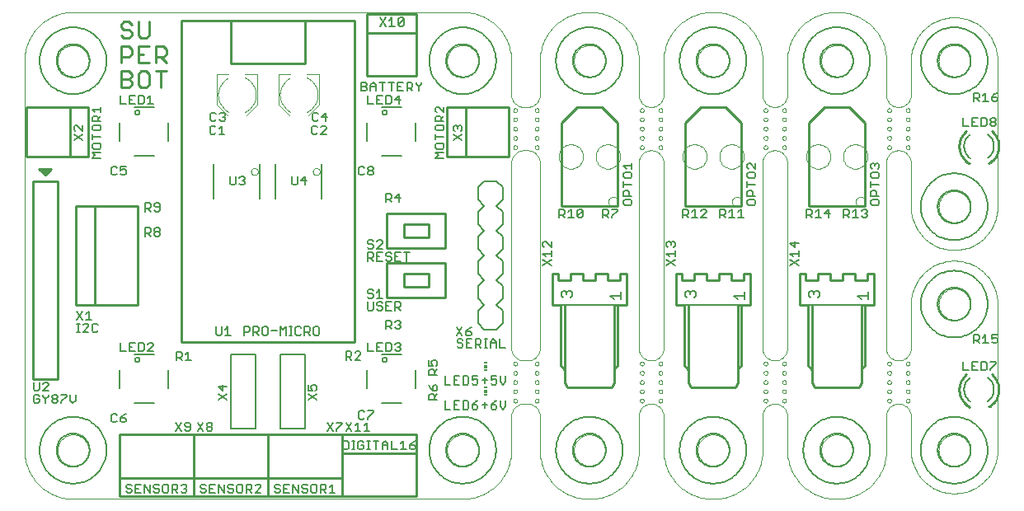
<source format=gto>
G75*
G70*
%OFA0B0*%
%FSLAX24Y24*%
%IPPOS*%
%LPD*%
%AMOC8*
5,1,8,0,0,1.08239X$1,22.5*
%
%ADD10C,0.0000*%
%ADD11C,0.0110*%
%ADD12C,0.0100*%
%ADD13C,0.0060*%
%ADD14C,0.0040*%
%ADD15C,0.0080*%
%ADD16C,0.0050*%
%ADD17C,0.0020*%
%ADD18R,0.0118X0.0059*%
%ADD19R,0.0118X0.0118*%
%ADD20C,0.0070*%
D10*
X002285Y000317D02*
X018033Y000317D01*
X017403Y002285D02*
X017405Y002335D01*
X017411Y002385D01*
X017421Y002434D01*
X017435Y002482D01*
X017452Y002529D01*
X017473Y002574D01*
X017498Y002618D01*
X017526Y002659D01*
X017558Y002698D01*
X017592Y002735D01*
X017629Y002769D01*
X017669Y002799D01*
X017711Y002826D01*
X017755Y002850D01*
X017801Y002871D01*
X017848Y002887D01*
X017896Y002900D01*
X017946Y002909D01*
X017995Y002914D01*
X018046Y002915D01*
X018096Y002912D01*
X018145Y002905D01*
X018194Y002894D01*
X018242Y002879D01*
X018288Y002861D01*
X018333Y002839D01*
X018376Y002813D01*
X018417Y002784D01*
X018456Y002752D01*
X018492Y002717D01*
X018524Y002679D01*
X018554Y002639D01*
X018581Y002596D01*
X018604Y002552D01*
X018623Y002506D01*
X018639Y002458D01*
X018651Y002409D01*
X018659Y002360D01*
X018663Y002310D01*
X018663Y002260D01*
X018659Y002210D01*
X018651Y002161D01*
X018639Y002112D01*
X018623Y002064D01*
X018604Y002018D01*
X018581Y001974D01*
X018554Y001931D01*
X018524Y001891D01*
X018492Y001853D01*
X018456Y001818D01*
X018417Y001786D01*
X018376Y001757D01*
X018333Y001731D01*
X018288Y001709D01*
X018242Y001691D01*
X018194Y001676D01*
X018145Y001665D01*
X018096Y001658D01*
X018046Y001655D01*
X017995Y001656D01*
X017946Y001661D01*
X017896Y001670D01*
X017848Y001683D01*
X017801Y001699D01*
X017755Y001720D01*
X017711Y001744D01*
X017669Y001771D01*
X017629Y001801D01*
X017592Y001835D01*
X017558Y001872D01*
X017526Y001911D01*
X017498Y001952D01*
X017473Y001996D01*
X017452Y002041D01*
X017435Y002088D01*
X017421Y002136D01*
X017411Y002185D01*
X017405Y002235D01*
X017403Y002285D01*
X018033Y000316D02*
X018127Y000318D01*
X018220Y000325D01*
X018313Y000336D01*
X018406Y000352D01*
X018497Y000372D01*
X018588Y000396D01*
X018677Y000424D01*
X018765Y000457D01*
X018851Y000494D01*
X018935Y000535D01*
X019018Y000580D01*
X019098Y000629D01*
X019175Y000681D01*
X019250Y000737D01*
X019322Y000797D01*
X019392Y000860D01*
X019458Y000926D01*
X019521Y000996D01*
X019581Y001068D01*
X019637Y001143D01*
X019689Y001220D01*
X019738Y001301D01*
X019783Y001383D01*
X019824Y001467D01*
X019861Y001553D01*
X019894Y001641D01*
X019922Y001730D01*
X019946Y001821D01*
X019966Y001912D01*
X019982Y002005D01*
X019993Y002098D01*
X020000Y002191D01*
X020002Y002285D01*
X020002Y003659D01*
X020004Y003703D01*
X020010Y003746D01*
X020019Y003788D01*
X020032Y003830D01*
X020049Y003870D01*
X020069Y003909D01*
X020092Y003946D01*
X020119Y003980D01*
X020148Y004013D01*
X020181Y004042D01*
X020215Y004069D01*
X020252Y004092D01*
X020291Y004112D01*
X020331Y004129D01*
X020373Y004142D01*
X020415Y004151D01*
X020458Y004157D01*
X020502Y004159D01*
X020659Y004159D01*
X020955Y004284D02*
X020957Y004302D01*
X020963Y004318D01*
X020972Y004333D01*
X020985Y004346D01*
X021000Y004355D01*
X021016Y004361D01*
X021034Y004363D01*
X021052Y004361D01*
X021068Y004355D01*
X021083Y004346D01*
X021096Y004333D01*
X021105Y004318D01*
X021111Y004302D01*
X021113Y004284D01*
X021111Y004266D01*
X021105Y004250D01*
X021096Y004235D01*
X021083Y004222D01*
X021068Y004213D01*
X021052Y004207D01*
X021034Y004205D01*
X021016Y004207D01*
X021000Y004213D01*
X020985Y004222D01*
X020972Y004235D01*
X020963Y004250D01*
X020957Y004266D01*
X020955Y004284D01*
X020955Y004659D02*
X020957Y004677D01*
X020963Y004693D01*
X020972Y004708D01*
X020985Y004721D01*
X021000Y004730D01*
X021016Y004736D01*
X021034Y004738D01*
X021052Y004736D01*
X021068Y004730D01*
X021083Y004721D01*
X021096Y004708D01*
X021105Y004693D01*
X021111Y004677D01*
X021113Y004659D01*
X021111Y004641D01*
X021105Y004625D01*
X021096Y004610D01*
X021083Y004597D01*
X021068Y004588D01*
X021052Y004582D01*
X021034Y004580D01*
X021016Y004582D01*
X021000Y004588D01*
X020985Y004597D01*
X020972Y004610D01*
X020963Y004625D01*
X020957Y004641D01*
X020955Y004659D01*
X020955Y005034D02*
X020957Y005052D01*
X020963Y005068D01*
X020972Y005083D01*
X020985Y005096D01*
X021000Y005105D01*
X021016Y005111D01*
X021034Y005113D01*
X021052Y005111D01*
X021068Y005105D01*
X021083Y005096D01*
X021096Y005083D01*
X021105Y005068D01*
X021111Y005052D01*
X021113Y005034D01*
X021111Y005016D01*
X021105Y005000D01*
X021096Y004985D01*
X021083Y004972D01*
X021068Y004963D01*
X021052Y004957D01*
X021034Y004955D01*
X021016Y004957D01*
X021000Y004963D01*
X020985Y004972D01*
X020972Y004985D01*
X020963Y005000D01*
X020957Y005016D01*
X020955Y005034D01*
X020955Y005409D02*
X020957Y005427D01*
X020963Y005443D01*
X020972Y005458D01*
X020985Y005471D01*
X021000Y005480D01*
X021016Y005486D01*
X021034Y005488D01*
X021052Y005486D01*
X021068Y005480D01*
X021083Y005471D01*
X021096Y005458D01*
X021105Y005443D01*
X021111Y005427D01*
X021113Y005409D01*
X021111Y005391D01*
X021105Y005375D01*
X021096Y005360D01*
X021083Y005347D01*
X021068Y005338D01*
X021052Y005332D01*
X021034Y005330D01*
X021016Y005332D01*
X021000Y005338D01*
X020985Y005347D01*
X020972Y005360D01*
X020963Y005375D01*
X020957Y005391D01*
X020955Y005409D01*
X020955Y005784D02*
X020957Y005802D01*
X020963Y005818D01*
X020972Y005833D01*
X020985Y005846D01*
X021000Y005855D01*
X021016Y005861D01*
X021034Y005863D01*
X021052Y005861D01*
X021068Y005855D01*
X021083Y005846D01*
X021096Y005833D01*
X021105Y005818D01*
X021111Y005802D01*
X021113Y005784D01*
X021111Y005766D01*
X021105Y005750D01*
X021096Y005735D01*
X021083Y005722D01*
X021068Y005713D01*
X021052Y005707D01*
X021034Y005705D01*
X021016Y005707D01*
X021000Y005713D01*
X020985Y005722D01*
X020972Y005735D01*
X020963Y005750D01*
X020957Y005766D01*
X020955Y005784D01*
X020659Y005909D02*
X020502Y005909D01*
X020080Y005784D02*
X020082Y005802D01*
X020088Y005818D01*
X020097Y005833D01*
X020110Y005846D01*
X020125Y005855D01*
X020141Y005861D01*
X020159Y005863D01*
X020177Y005861D01*
X020193Y005855D01*
X020208Y005846D01*
X020221Y005833D01*
X020230Y005818D01*
X020236Y005802D01*
X020238Y005784D01*
X020236Y005766D01*
X020230Y005750D01*
X020221Y005735D01*
X020208Y005722D01*
X020193Y005713D01*
X020177Y005707D01*
X020159Y005705D01*
X020141Y005707D01*
X020125Y005713D01*
X020110Y005722D01*
X020097Y005735D01*
X020088Y005750D01*
X020082Y005766D01*
X020080Y005784D01*
X020080Y005409D02*
X020082Y005427D01*
X020088Y005443D01*
X020097Y005458D01*
X020110Y005471D01*
X020125Y005480D01*
X020141Y005486D01*
X020159Y005488D01*
X020177Y005486D01*
X020193Y005480D01*
X020208Y005471D01*
X020221Y005458D01*
X020230Y005443D01*
X020236Y005427D01*
X020238Y005409D01*
X020236Y005391D01*
X020230Y005375D01*
X020221Y005360D01*
X020208Y005347D01*
X020193Y005338D01*
X020177Y005332D01*
X020159Y005330D01*
X020141Y005332D01*
X020125Y005338D01*
X020110Y005347D01*
X020097Y005360D01*
X020088Y005375D01*
X020082Y005391D01*
X020080Y005409D01*
X020080Y005034D02*
X020082Y005052D01*
X020088Y005068D01*
X020097Y005083D01*
X020110Y005096D01*
X020125Y005105D01*
X020141Y005111D01*
X020159Y005113D01*
X020177Y005111D01*
X020193Y005105D01*
X020208Y005096D01*
X020221Y005083D01*
X020230Y005068D01*
X020236Y005052D01*
X020238Y005034D01*
X020236Y005016D01*
X020230Y005000D01*
X020221Y004985D01*
X020208Y004972D01*
X020193Y004963D01*
X020177Y004957D01*
X020159Y004955D01*
X020141Y004957D01*
X020125Y004963D01*
X020110Y004972D01*
X020097Y004985D01*
X020088Y005000D01*
X020082Y005016D01*
X020080Y005034D01*
X020080Y004659D02*
X020082Y004677D01*
X020088Y004693D01*
X020097Y004708D01*
X020110Y004721D01*
X020125Y004730D01*
X020141Y004736D01*
X020159Y004738D01*
X020177Y004736D01*
X020193Y004730D01*
X020208Y004721D01*
X020221Y004708D01*
X020230Y004693D01*
X020236Y004677D01*
X020238Y004659D01*
X020236Y004641D01*
X020230Y004625D01*
X020221Y004610D01*
X020208Y004597D01*
X020193Y004588D01*
X020177Y004582D01*
X020159Y004580D01*
X020141Y004582D01*
X020125Y004588D01*
X020110Y004597D01*
X020097Y004610D01*
X020088Y004625D01*
X020082Y004641D01*
X020080Y004659D01*
X020080Y004284D02*
X020082Y004302D01*
X020088Y004318D01*
X020097Y004333D01*
X020110Y004346D01*
X020125Y004355D01*
X020141Y004361D01*
X020159Y004363D01*
X020177Y004361D01*
X020193Y004355D01*
X020208Y004346D01*
X020221Y004333D01*
X020230Y004318D01*
X020236Y004302D01*
X020238Y004284D01*
X020236Y004266D01*
X020230Y004250D01*
X020221Y004235D01*
X020208Y004222D01*
X020193Y004213D01*
X020177Y004207D01*
X020159Y004205D01*
X020141Y004207D01*
X020125Y004213D01*
X020110Y004222D01*
X020097Y004235D01*
X020088Y004250D01*
X020082Y004266D01*
X020080Y004284D01*
X020659Y004159D02*
X020703Y004157D01*
X020746Y004151D01*
X020788Y004142D01*
X020830Y004129D01*
X020870Y004112D01*
X020909Y004092D01*
X020946Y004069D01*
X020980Y004042D01*
X021013Y004013D01*
X021042Y003980D01*
X021069Y003946D01*
X021092Y003909D01*
X021112Y003870D01*
X021129Y003830D01*
X021142Y003788D01*
X021151Y003746D01*
X021157Y003703D01*
X021159Y003659D01*
X021159Y002285D01*
X021161Y002191D01*
X021168Y002098D01*
X021179Y002005D01*
X021195Y001912D01*
X021215Y001821D01*
X021239Y001730D01*
X021267Y001641D01*
X021300Y001553D01*
X021337Y001467D01*
X021378Y001383D01*
X021423Y001301D01*
X021472Y001220D01*
X021524Y001143D01*
X021580Y001068D01*
X021640Y000996D01*
X021703Y000926D01*
X021769Y000860D01*
X021839Y000797D01*
X021911Y000737D01*
X021986Y000681D01*
X022063Y000629D01*
X022143Y000580D01*
X022226Y000535D01*
X022310Y000494D01*
X022396Y000457D01*
X022484Y000424D01*
X022573Y000396D01*
X022664Y000372D01*
X022755Y000352D01*
X022848Y000336D01*
X022941Y000325D01*
X023034Y000318D01*
X023128Y000316D01*
X023128Y000317D02*
X023191Y000317D01*
X023191Y000316D02*
X023285Y000318D01*
X023378Y000325D01*
X023471Y000336D01*
X023564Y000352D01*
X023655Y000372D01*
X023746Y000396D01*
X023835Y000424D01*
X023923Y000457D01*
X024009Y000494D01*
X024093Y000535D01*
X024176Y000580D01*
X024256Y000629D01*
X024333Y000681D01*
X024408Y000737D01*
X024480Y000797D01*
X024550Y000860D01*
X024616Y000926D01*
X024679Y000996D01*
X024739Y001068D01*
X024795Y001143D01*
X024847Y001220D01*
X024896Y001301D01*
X024941Y001383D01*
X024982Y001467D01*
X025019Y001553D01*
X025052Y001641D01*
X025080Y001730D01*
X025104Y001821D01*
X025124Y001912D01*
X025140Y002005D01*
X025151Y002098D01*
X025158Y002191D01*
X025160Y002285D01*
X025159Y002285D02*
X025159Y003659D01*
X025659Y004159D02*
X025703Y004157D01*
X025746Y004151D01*
X025788Y004142D01*
X025830Y004129D01*
X025870Y004112D01*
X025909Y004092D01*
X025946Y004069D01*
X025980Y004042D01*
X026013Y004013D01*
X026042Y003980D01*
X026069Y003946D01*
X026092Y003909D01*
X026112Y003870D01*
X026129Y003830D01*
X026142Y003788D01*
X026151Y003746D01*
X026157Y003703D01*
X026159Y003659D01*
X026159Y002285D01*
X026161Y002191D01*
X026168Y002098D01*
X026179Y002005D01*
X026195Y001912D01*
X026215Y001821D01*
X026239Y001730D01*
X026267Y001641D01*
X026300Y001553D01*
X026337Y001467D01*
X026378Y001383D01*
X026423Y001301D01*
X026472Y001220D01*
X026524Y001143D01*
X026580Y001068D01*
X026640Y000996D01*
X026703Y000926D01*
X026769Y000860D01*
X026839Y000797D01*
X026911Y000737D01*
X026986Y000681D01*
X027063Y000629D01*
X027143Y000580D01*
X027226Y000535D01*
X027310Y000494D01*
X027396Y000457D01*
X027484Y000424D01*
X027573Y000396D01*
X027664Y000372D01*
X027755Y000352D01*
X027848Y000336D01*
X027941Y000325D01*
X028034Y000318D01*
X028128Y000316D01*
X028128Y000317D02*
X028191Y000317D01*
X028191Y000316D02*
X028285Y000318D01*
X028378Y000325D01*
X028471Y000336D01*
X028564Y000352D01*
X028655Y000372D01*
X028746Y000396D01*
X028835Y000424D01*
X028923Y000457D01*
X029009Y000494D01*
X029093Y000535D01*
X029176Y000580D01*
X029256Y000629D01*
X029333Y000681D01*
X029408Y000737D01*
X029480Y000797D01*
X029550Y000860D01*
X029616Y000926D01*
X029679Y000996D01*
X029739Y001068D01*
X029795Y001143D01*
X029847Y001220D01*
X029896Y001301D01*
X029941Y001383D01*
X029982Y001467D01*
X030019Y001553D01*
X030052Y001641D01*
X030080Y001730D01*
X030104Y001821D01*
X030124Y001912D01*
X030140Y002005D01*
X030151Y002098D01*
X030158Y002191D01*
X030160Y002285D01*
X030159Y002285D02*
X030159Y003659D01*
X030659Y004159D02*
X030703Y004157D01*
X030746Y004151D01*
X030788Y004142D01*
X030830Y004129D01*
X030870Y004112D01*
X030909Y004092D01*
X030946Y004069D01*
X030980Y004042D01*
X031013Y004013D01*
X031042Y003980D01*
X031069Y003946D01*
X031092Y003909D01*
X031112Y003870D01*
X031129Y003830D01*
X031142Y003788D01*
X031151Y003746D01*
X031157Y003703D01*
X031159Y003659D01*
X031159Y002285D01*
X031161Y002191D01*
X031168Y002098D01*
X031179Y002005D01*
X031195Y001912D01*
X031215Y001821D01*
X031239Y001730D01*
X031267Y001641D01*
X031300Y001553D01*
X031337Y001467D01*
X031378Y001383D01*
X031423Y001301D01*
X031472Y001220D01*
X031524Y001143D01*
X031580Y001068D01*
X031640Y000996D01*
X031703Y000926D01*
X031769Y000860D01*
X031839Y000797D01*
X031911Y000737D01*
X031986Y000681D01*
X032063Y000629D01*
X032143Y000580D01*
X032226Y000535D01*
X032310Y000494D01*
X032396Y000457D01*
X032484Y000424D01*
X032573Y000396D01*
X032664Y000372D01*
X032755Y000352D01*
X032848Y000336D01*
X032941Y000325D01*
X033034Y000318D01*
X033128Y000316D01*
X033128Y000317D02*
X033191Y000317D01*
X033191Y000316D02*
X033285Y000318D01*
X033378Y000325D01*
X033471Y000336D01*
X033564Y000352D01*
X033655Y000372D01*
X033746Y000396D01*
X033835Y000424D01*
X033923Y000457D01*
X034009Y000494D01*
X034093Y000535D01*
X034176Y000580D01*
X034256Y000629D01*
X034333Y000681D01*
X034408Y000737D01*
X034480Y000797D01*
X034550Y000860D01*
X034616Y000926D01*
X034679Y000996D01*
X034739Y001068D01*
X034795Y001143D01*
X034847Y001220D01*
X034896Y001301D01*
X034941Y001383D01*
X034982Y001467D01*
X035019Y001553D01*
X035052Y001641D01*
X035080Y001730D01*
X035104Y001821D01*
X035124Y001912D01*
X035140Y002005D01*
X035151Y002098D01*
X035158Y002191D01*
X035160Y002285D01*
X035159Y002285D02*
X035159Y003659D01*
X035659Y004159D02*
X035703Y004157D01*
X035746Y004151D01*
X035788Y004142D01*
X035830Y004129D01*
X035870Y004112D01*
X035909Y004092D01*
X035946Y004069D01*
X035980Y004042D01*
X036013Y004013D01*
X036042Y003980D01*
X036069Y003946D01*
X036092Y003909D01*
X036112Y003870D01*
X036129Y003830D01*
X036142Y003788D01*
X036151Y003746D01*
X036157Y003703D01*
X036159Y003659D01*
X036159Y002285D01*
X037279Y002285D02*
X037281Y002335D01*
X037287Y002385D01*
X037297Y002434D01*
X037311Y002482D01*
X037328Y002529D01*
X037349Y002574D01*
X037374Y002618D01*
X037402Y002659D01*
X037434Y002698D01*
X037468Y002735D01*
X037505Y002769D01*
X037545Y002799D01*
X037587Y002826D01*
X037631Y002850D01*
X037677Y002871D01*
X037724Y002887D01*
X037772Y002900D01*
X037822Y002909D01*
X037871Y002914D01*
X037922Y002915D01*
X037972Y002912D01*
X038021Y002905D01*
X038070Y002894D01*
X038118Y002879D01*
X038164Y002861D01*
X038209Y002839D01*
X038252Y002813D01*
X038293Y002784D01*
X038332Y002752D01*
X038368Y002717D01*
X038400Y002679D01*
X038430Y002639D01*
X038457Y002596D01*
X038480Y002552D01*
X038499Y002506D01*
X038515Y002458D01*
X038527Y002409D01*
X038535Y002360D01*
X038539Y002310D01*
X038539Y002260D01*
X038535Y002210D01*
X038527Y002161D01*
X038515Y002112D01*
X038499Y002064D01*
X038480Y002018D01*
X038457Y001974D01*
X038430Y001931D01*
X038400Y001891D01*
X038368Y001853D01*
X038332Y001818D01*
X038293Y001786D01*
X038252Y001757D01*
X038209Y001731D01*
X038164Y001709D01*
X038118Y001691D01*
X038070Y001676D01*
X038021Y001665D01*
X037972Y001658D01*
X037922Y001655D01*
X037871Y001656D01*
X037822Y001661D01*
X037772Y001670D01*
X037724Y001683D01*
X037677Y001699D01*
X037631Y001720D01*
X037587Y001744D01*
X037545Y001771D01*
X037505Y001801D01*
X037468Y001835D01*
X037434Y001872D01*
X037402Y001911D01*
X037374Y001952D01*
X037349Y001996D01*
X037328Y002041D01*
X037311Y002088D01*
X037297Y002136D01*
X037287Y002185D01*
X037281Y002235D01*
X037279Y002285D01*
X037911Y000533D02*
X037994Y000535D01*
X038077Y000541D01*
X038160Y000551D01*
X038242Y000565D01*
X038323Y000582D01*
X038403Y000604D01*
X038483Y000629D01*
X038561Y000658D01*
X038637Y000691D01*
X038712Y000727D01*
X038785Y000767D01*
X038856Y000810D01*
X038925Y000857D01*
X038992Y000907D01*
X039056Y000960D01*
X039117Y001016D01*
X039176Y001075D01*
X039232Y001136D01*
X039285Y001200D01*
X039335Y001267D01*
X039382Y001336D01*
X039425Y001407D01*
X039465Y001480D01*
X039501Y001555D01*
X039534Y001631D01*
X039563Y001709D01*
X039588Y001789D01*
X039610Y001869D01*
X039627Y001950D01*
X039641Y002032D01*
X039651Y002115D01*
X039657Y002198D01*
X039659Y002281D01*
X039659Y008195D01*
X039657Y008278D01*
X039651Y008361D01*
X039641Y008444D01*
X039627Y008526D01*
X039610Y008607D01*
X039588Y008687D01*
X039563Y008767D01*
X039534Y008845D01*
X039501Y008921D01*
X039465Y008996D01*
X039425Y009069D01*
X039382Y009140D01*
X039335Y009209D01*
X039285Y009276D01*
X039232Y009340D01*
X039176Y009401D01*
X039117Y009460D01*
X039056Y009516D01*
X038992Y009569D01*
X038925Y009619D01*
X038856Y009666D01*
X038785Y009709D01*
X038712Y009749D01*
X038637Y009785D01*
X038561Y009818D01*
X038483Y009847D01*
X038403Y009872D01*
X038323Y009894D01*
X038242Y009911D01*
X038160Y009925D01*
X038077Y009935D01*
X037994Y009941D01*
X037911Y009943D01*
X037279Y008191D02*
X037281Y008241D01*
X037287Y008291D01*
X037297Y008340D01*
X037311Y008388D01*
X037328Y008435D01*
X037349Y008480D01*
X037374Y008524D01*
X037402Y008565D01*
X037434Y008604D01*
X037468Y008641D01*
X037505Y008675D01*
X037545Y008705D01*
X037587Y008732D01*
X037631Y008756D01*
X037677Y008777D01*
X037724Y008793D01*
X037772Y008806D01*
X037822Y008815D01*
X037871Y008820D01*
X037922Y008821D01*
X037972Y008818D01*
X038021Y008811D01*
X038070Y008800D01*
X038118Y008785D01*
X038164Y008767D01*
X038209Y008745D01*
X038252Y008719D01*
X038293Y008690D01*
X038332Y008658D01*
X038368Y008623D01*
X038400Y008585D01*
X038430Y008545D01*
X038457Y008502D01*
X038480Y008458D01*
X038499Y008412D01*
X038515Y008364D01*
X038527Y008315D01*
X038535Y008266D01*
X038539Y008216D01*
X038539Y008166D01*
X038535Y008116D01*
X038527Y008067D01*
X038515Y008018D01*
X038499Y007970D01*
X038480Y007924D01*
X038457Y007880D01*
X038430Y007837D01*
X038400Y007797D01*
X038368Y007759D01*
X038332Y007724D01*
X038293Y007692D01*
X038252Y007663D01*
X038209Y007637D01*
X038164Y007615D01*
X038118Y007597D01*
X038070Y007582D01*
X038021Y007571D01*
X037972Y007564D01*
X037922Y007561D01*
X037871Y007562D01*
X037822Y007567D01*
X037772Y007576D01*
X037724Y007589D01*
X037677Y007605D01*
X037631Y007626D01*
X037587Y007650D01*
X037545Y007677D01*
X037505Y007707D01*
X037468Y007741D01*
X037434Y007778D01*
X037402Y007817D01*
X037374Y007858D01*
X037349Y007902D01*
X037328Y007947D01*
X037311Y007994D01*
X037297Y008042D01*
X037287Y008091D01*
X037281Y008141D01*
X037279Y008191D01*
X036159Y008191D02*
X036161Y008274D01*
X036167Y008358D01*
X036177Y008440D01*
X036191Y008523D01*
X036208Y008604D01*
X036230Y008685D01*
X036255Y008764D01*
X036284Y008842D01*
X036317Y008919D01*
X036354Y008994D01*
X036394Y009067D01*
X036437Y009138D01*
X036484Y009207D01*
X036534Y009274D01*
X036587Y009338D01*
X036643Y009400D01*
X036702Y009459D01*
X036764Y009515D01*
X036828Y009568D01*
X036895Y009618D01*
X036964Y009665D01*
X037035Y009708D01*
X037108Y009748D01*
X037183Y009785D01*
X037260Y009818D01*
X037338Y009847D01*
X037417Y009872D01*
X037498Y009894D01*
X037579Y009911D01*
X037662Y009925D01*
X037744Y009935D01*
X037828Y009941D01*
X037911Y009943D01*
X036159Y008191D02*
X036159Y006409D01*
X036157Y006365D01*
X036151Y006322D01*
X036142Y006280D01*
X036129Y006238D01*
X036112Y006198D01*
X036092Y006159D01*
X036069Y006122D01*
X036042Y006088D01*
X036013Y006055D01*
X035980Y006026D01*
X035946Y005999D01*
X035909Y005976D01*
X035870Y005956D01*
X035830Y005939D01*
X035788Y005926D01*
X035746Y005917D01*
X035703Y005911D01*
X035659Y005909D01*
X035205Y005784D02*
X035207Y005802D01*
X035213Y005818D01*
X035222Y005833D01*
X035235Y005846D01*
X035250Y005855D01*
X035266Y005861D01*
X035284Y005863D01*
X035302Y005861D01*
X035318Y005855D01*
X035333Y005846D01*
X035346Y005833D01*
X035355Y005818D01*
X035361Y005802D01*
X035363Y005784D01*
X035361Y005766D01*
X035355Y005750D01*
X035346Y005735D01*
X035333Y005722D01*
X035318Y005713D01*
X035302Y005707D01*
X035284Y005705D01*
X035266Y005707D01*
X035250Y005713D01*
X035235Y005722D01*
X035222Y005735D01*
X035213Y005750D01*
X035207Y005766D01*
X035205Y005784D01*
X035205Y005409D02*
X035207Y005427D01*
X035213Y005443D01*
X035222Y005458D01*
X035235Y005471D01*
X035250Y005480D01*
X035266Y005486D01*
X035284Y005488D01*
X035302Y005486D01*
X035318Y005480D01*
X035333Y005471D01*
X035346Y005458D01*
X035355Y005443D01*
X035361Y005427D01*
X035363Y005409D01*
X035361Y005391D01*
X035355Y005375D01*
X035346Y005360D01*
X035333Y005347D01*
X035318Y005338D01*
X035302Y005332D01*
X035284Y005330D01*
X035266Y005332D01*
X035250Y005338D01*
X035235Y005347D01*
X035222Y005360D01*
X035213Y005375D01*
X035207Y005391D01*
X035205Y005409D01*
X035205Y005034D02*
X035207Y005052D01*
X035213Y005068D01*
X035222Y005083D01*
X035235Y005096D01*
X035250Y005105D01*
X035266Y005111D01*
X035284Y005113D01*
X035302Y005111D01*
X035318Y005105D01*
X035333Y005096D01*
X035346Y005083D01*
X035355Y005068D01*
X035361Y005052D01*
X035363Y005034D01*
X035361Y005016D01*
X035355Y005000D01*
X035346Y004985D01*
X035333Y004972D01*
X035318Y004963D01*
X035302Y004957D01*
X035284Y004955D01*
X035266Y004957D01*
X035250Y004963D01*
X035235Y004972D01*
X035222Y004985D01*
X035213Y005000D01*
X035207Y005016D01*
X035205Y005034D01*
X035205Y004659D02*
X035207Y004677D01*
X035213Y004693D01*
X035222Y004708D01*
X035235Y004721D01*
X035250Y004730D01*
X035266Y004736D01*
X035284Y004738D01*
X035302Y004736D01*
X035318Y004730D01*
X035333Y004721D01*
X035346Y004708D01*
X035355Y004693D01*
X035361Y004677D01*
X035363Y004659D01*
X035361Y004641D01*
X035355Y004625D01*
X035346Y004610D01*
X035333Y004597D01*
X035318Y004588D01*
X035302Y004582D01*
X035284Y004580D01*
X035266Y004582D01*
X035250Y004588D01*
X035235Y004597D01*
X035222Y004610D01*
X035213Y004625D01*
X035207Y004641D01*
X035205Y004659D01*
X035205Y004284D02*
X035207Y004302D01*
X035213Y004318D01*
X035222Y004333D01*
X035235Y004346D01*
X035250Y004355D01*
X035266Y004361D01*
X035284Y004363D01*
X035302Y004361D01*
X035318Y004355D01*
X035333Y004346D01*
X035346Y004333D01*
X035355Y004318D01*
X035361Y004302D01*
X035363Y004284D01*
X035361Y004266D01*
X035355Y004250D01*
X035346Y004235D01*
X035333Y004222D01*
X035318Y004213D01*
X035302Y004207D01*
X035284Y004205D01*
X035266Y004207D01*
X035250Y004213D01*
X035235Y004222D01*
X035222Y004235D01*
X035213Y004250D01*
X035207Y004266D01*
X035205Y004284D01*
X035659Y004159D02*
X035615Y004157D01*
X035572Y004151D01*
X035530Y004142D01*
X035488Y004129D01*
X035448Y004112D01*
X035409Y004092D01*
X035372Y004069D01*
X035338Y004042D01*
X035305Y004013D01*
X035276Y003980D01*
X035249Y003946D01*
X035226Y003909D01*
X035206Y003870D01*
X035189Y003830D01*
X035176Y003788D01*
X035167Y003746D01*
X035161Y003703D01*
X035159Y003659D01*
X035955Y004284D02*
X035957Y004302D01*
X035963Y004318D01*
X035972Y004333D01*
X035985Y004346D01*
X036000Y004355D01*
X036016Y004361D01*
X036034Y004363D01*
X036052Y004361D01*
X036068Y004355D01*
X036083Y004346D01*
X036096Y004333D01*
X036105Y004318D01*
X036111Y004302D01*
X036113Y004284D01*
X036111Y004266D01*
X036105Y004250D01*
X036096Y004235D01*
X036083Y004222D01*
X036068Y004213D01*
X036052Y004207D01*
X036034Y004205D01*
X036016Y004207D01*
X036000Y004213D01*
X035985Y004222D01*
X035972Y004235D01*
X035963Y004250D01*
X035957Y004266D01*
X035955Y004284D01*
X035955Y004659D02*
X035957Y004677D01*
X035963Y004693D01*
X035972Y004708D01*
X035985Y004721D01*
X036000Y004730D01*
X036016Y004736D01*
X036034Y004738D01*
X036052Y004736D01*
X036068Y004730D01*
X036083Y004721D01*
X036096Y004708D01*
X036105Y004693D01*
X036111Y004677D01*
X036113Y004659D01*
X036111Y004641D01*
X036105Y004625D01*
X036096Y004610D01*
X036083Y004597D01*
X036068Y004588D01*
X036052Y004582D01*
X036034Y004580D01*
X036016Y004582D01*
X036000Y004588D01*
X035985Y004597D01*
X035972Y004610D01*
X035963Y004625D01*
X035957Y004641D01*
X035955Y004659D01*
X035955Y005034D02*
X035957Y005052D01*
X035963Y005068D01*
X035972Y005083D01*
X035985Y005096D01*
X036000Y005105D01*
X036016Y005111D01*
X036034Y005113D01*
X036052Y005111D01*
X036068Y005105D01*
X036083Y005096D01*
X036096Y005083D01*
X036105Y005068D01*
X036111Y005052D01*
X036113Y005034D01*
X036111Y005016D01*
X036105Y005000D01*
X036096Y004985D01*
X036083Y004972D01*
X036068Y004963D01*
X036052Y004957D01*
X036034Y004955D01*
X036016Y004957D01*
X036000Y004963D01*
X035985Y004972D01*
X035972Y004985D01*
X035963Y005000D01*
X035957Y005016D01*
X035955Y005034D01*
X035955Y005409D02*
X035957Y005427D01*
X035963Y005443D01*
X035972Y005458D01*
X035985Y005471D01*
X036000Y005480D01*
X036016Y005486D01*
X036034Y005488D01*
X036052Y005486D01*
X036068Y005480D01*
X036083Y005471D01*
X036096Y005458D01*
X036105Y005443D01*
X036111Y005427D01*
X036113Y005409D01*
X036111Y005391D01*
X036105Y005375D01*
X036096Y005360D01*
X036083Y005347D01*
X036068Y005338D01*
X036052Y005332D01*
X036034Y005330D01*
X036016Y005332D01*
X036000Y005338D01*
X035985Y005347D01*
X035972Y005360D01*
X035963Y005375D01*
X035957Y005391D01*
X035955Y005409D01*
X035955Y005784D02*
X035957Y005802D01*
X035963Y005818D01*
X035972Y005833D01*
X035985Y005846D01*
X036000Y005855D01*
X036016Y005861D01*
X036034Y005863D01*
X036052Y005861D01*
X036068Y005855D01*
X036083Y005846D01*
X036096Y005833D01*
X036105Y005818D01*
X036111Y005802D01*
X036113Y005784D01*
X036111Y005766D01*
X036105Y005750D01*
X036096Y005735D01*
X036083Y005722D01*
X036068Y005713D01*
X036052Y005707D01*
X036034Y005705D01*
X036016Y005707D01*
X036000Y005713D01*
X035985Y005722D01*
X035972Y005735D01*
X035963Y005750D01*
X035957Y005766D01*
X035955Y005784D01*
X035659Y005909D02*
X035615Y005911D01*
X035572Y005917D01*
X035530Y005926D01*
X035488Y005939D01*
X035448Y005956D01*
X035409Y005976D01*
X035372Y005999D01*
X035338Y006026D01*
X035305Y006055D01*
X035276Y006088D01*
X035249Y006122D01*
X035226Y006159D01*
X035206Y006198D01*
X035189Y006238D01*
X035176Y006280D01*
X035167Y006322D01*
X035161Y006365D01*
X035159Y006409D01*
X035159Y013909D01*
X035659Y014409D02*
X035703Y014407D01*
X035746Y014401D01*
X035788Y014392D01*
X035830Y014379D01*
X035870Y014362D01*
X035909Y014342D01*
X035946Y014319D01*
X035980Y014292D01*
X036013Y014263D01*
X036042Y014230D01*
X036069Y014196D01*
X036092Y014159D01*
X036112Y014120D01*
X036129Y014080D01*
X036142Y014038D01*
X036151Y013996D01*
X036157Y013953D01*
X036159Y013909D01*
X036159Y012128D01*
X037279Y012128D02*
X037281Y012178D01*
X037287Y012228D01*
X037297Y012277D01*
X037311Y012325D01*
X037328Y012372D01*
X037349Y012417D01*
X037374Y012461D01*
X037402Y012502D01*
X037434Y012541D01*
X037468Y012578D01*
X037505Y012612D01*
X037545Y012642D01*
X037587Y012669D01*
X037631Y012693D01*
X037677Y012714D01*
X037724Y012730D01*
X037772Y012743D01*
X037822Y012752D01*
X037871Y012757D01*
X037922Y012758D01*
X037972Y012755D01*
X038021Y012748D01*
X038070Y012737D01*
X038118Y012722D01*
X038164Y012704D01*
X038209Y012682D01*
X038252Y012656D01*
X038293Y012627D01*
X038332Y012595D01*
X038368Y012560D01*
X038400Y012522D01*
X038430Y012482D01*
X038457Y012439D01*
X038480Y012395D01*
X038499Y012349D01*
X038515Y012301D01*
X038527Y012252D01*
X038535Y012203D01*
X038539Y012153D01*
X038539Y012103D01*
X038535Y012053D01*
X038527Y012004D01*
X038515Y011955D01*
X038499Y011907D01*
X038480Y011861D01*
X038457Y011817D01*
X038430Y011774D01*
X038400Y011734D01*
X038368Y011696D01*
X038332Y011661D01*
X038293Y011629D01*
X038252Y011600D01*
X038209Y011574D01*
X038164Y011552D01*
X038118Y011534D01*
X038070Y011519D01*
X038021Y011508D01*
X037972Y011501D01*
X037922Y011498D01*
X037871Y011499D01*
X037822Y011504D01*
X037772Y011513D01*
X037724Y011526D01*
X037677Y011542D01*
X037631Y011563D01*
X037587Y011587D01*
X037545Y011614D01*
X037505Y011644D01*
X037468Y011678D01*
X037434Y011715D01*
X037402Y011754D01*
X037374Y011795D01*
X037349Y011839D01*
X037328Y011884D01*
X037311Y011931D01*
X037297Y011979D01*
X037287Y012028D01*
X037281Y012078D01*
X037279Y012128D01*
X036159Y012128D02*
X036161Y012045D01*
X036167Y011961D01*
X036177Y011879D01*
X036191Y011796D01*
X036208Y011715D01*
X036230Y011634D01*
X036255Y011555D01*
X036284Y011477D01*
X036317Y011400D01*
X036354Y011325D01*
X036394Y011252D01*
X036437Y011181D01*
X036484Y011112D01*
X036534Y011045D01*
X036587Y010981D01*
X036643Y010919D01*
X036702Y010860D01*
X036764Y010804D01*
X036828Y010751D01*
X036895Y010701D01*
X036964Y010654D01*
X037035Y010611D01*
X037108Y010571D01*
X037183Y010534D01*
X037260Y010501D01*
X037338Y010472D01*
X037417Y010447D01*
X037498Y010425D01*
X037579Y010408D01*
X037662Y010394D01*
X037744Y010384D01*
X037828Y010378D01*
X037911Y010376D01*
X037994Y010378D01*
X038077Y010384D01*
X038160Y010394D01*
X038242Y010408D01*
X038323Y010425D01*
X038403Y010447D01*
X038483Y010472D01*
X038561Y010501D01*
X038637Y010534D01*
X038712Y010570D01*
X038785Y010610D01*
X038856Y010653D01*
X038925Y010700D01*
X038992Y010750D01*
X039056Y010803D01*
X039117Y010859D01*
X039176Y010918D01*
X039232Y010979D01*
X039285Y011043D01*
X039335Y011110D01*
X039382Y011179D01*
X039425Y011250D01*
X039465Y011323D01*
X039501Y011398D01*
X039534Y011474D01*
X039563Y011552D01*
X039588Y011632D01*
X039610Y011712D01*
X039627Y011793D01*
X039641Y011875D01*
X039651Y011958D01*
X039657Y012041D01*
X039659Y012124D01*
X039659Y018037D01*
X039657Y018120D01*
X039651Y018203D01*
X039641Y018286D01*
X039627Y018368D01*
X039610Y018449D01*
X039588Y018529D01*
X039563Y018609D01*
X039534Y018687D01*
X039501Y018763D01*
X039465Y018838D01*
X039425Y018911D01*
X039382Y018982D01*
X039335Y019051D01*
X039285Y019118D01*
X039232Y019182D01*
X039176Y019243D01*
X039117Y019302D01*
X039056Y019358D01*
X038992Y019411D01*
X038925Y019461D01*
X038856Y019508D01*
X038785Y019551D01*
X038712Y019591D01*
X038637Y019627D01*
X038561Y019660D01*
X038483Y019689D01*
X038403Y019714D01*
X038323Y019736D01*
X038242Y019753D01*
X038160Y019767D01*
X038077Y019777D01*
X037994Y019783D01*
X037911Y019785D01*
X037279Y018033D02*
X037281Y018083D01*
X037287Y018133D01*
X037297Y018182D01*
X037311Y018230D01*
X037328Y018277D01*
X037349Y018322D01*
X037374Y018366D01*
X037402Y018407D01*
X037434Y018446D01*
X037468Y018483D01*
X037505Y018517D01*
X037545Y018547D01*
X037587Y018574D01*
X037631Y018598D01*
X037677Y018619D01*
X037724Y018635D01*
X037772Y018648D01*
X037822Y018657D01*
X037871Y018662D01*
X037922Y018663D01*
X037972Y018660D01*
X038021Y018653D01*
X038070Y018642D01*
X038118Y018627D01*
X038164Y018609D01*
X038209Y018587D01*
X038252Y018561D01*
X038293Y018532D01*
X038332Y018500D01*
X038368Y018465D01*
X038400Y018427D01*
X038430Y018387D01*
X038457Y018344D01*
X038480Y018300D01*
X038499Y018254D01*
X038515Y018206D01*
X038527Y018157D01*
X038535Y018108D01*
X038539Y018058D01*
X038539Y018008D01*
X038535Y017958D01*
X038527Y017909D01*
X038515Y017860D01*
X038499Y017812D01*
X038480Y017766D01*
X038457Y017722D01*
X038430Y017679D01*
X038400Y017639D01*
X038368Y017601D01*
X038332Y017566D01*
X038293Y017534D01*
X038252Y017505D01*
X038209Y017479D01*
X038164Y017457D01*
X038118Y017439D01*
X038070Y017424D01*
X038021Y017413D01*
X037972Y017406D01*
X037922Y017403D01*
X037871Y017404D01*
X037822Y017409D01*
X037772Y017418D01*
X037724Y017431D01*
X037677Y017447D01*
X037631Y017468D01*
X037587Y017492D01*
X037545Y017519D01*
X037505Y017549D01*
X037468Y017583D01*
X037434Y017620D01*
X037402Y017659D01*
X037374Y017700D01*
X037349Y017744D01*
X037328Y017789D01*
X037311Y017836D01*
X037297Y017884D01*
X037287Y017933D01*
X037281Y017983D01*
X037279Y018033D01*
X036159Y018033D02*
X036161Y018116D01*
X036167Y018200D01*
X036177Y018282D01*
X036191Y018365D01*
X036208Y018446D01*
X036230Y018527D01*
X036255Y018606D01*
X036284Y018684D01*
X036317Y018761D01*
X036354Y018836D01*
X036394Y018909D01*
X036437Y018980D01*
X036484Y019049D01*
X036534Y019116D01*
X036587Y019180D01*
X036643Y019242D01*
X036702Y019301D01*
X036764Y019357D01*
X036828Y019410D01*
X036895Y019460D01*
X036964Y019507D01*
X037035Y019550D01*
X037108Y019590D01*
X037183Y019627D01*
X037260Y019660D01*
X037338Y019689D01*
X037417Y019714D01*
X037498Y019736D01*
X037579Y019753D01*
X037662Y019767D01*
X037744Y019777D01*
X037828Y019783D01*
X037911Y019785D01*
X036159Y018033D02*
X036159Y016659D01*
X036157Y016615D01*
X036151Y016572D01*
X036142Y016530D01*
X036129Y016488D01*
X036112Y016448D01*
X036092Y016409D01*
X036069Y016372D01*
X036042Y016338D01*
X036013Y016305D01*
X035980Y016276D01*
X035946Y016249D01*
X035909Y016226D01*
X035870Y016206D01*
X035830Y016189D01*
X035788Y016176D01*
X035746Y016167D01*
X035703Y016161D01*
X035659Y016159D01*
X035205Y016034D02*
X035207Y016052D01*
X035213Y016068D01*
X035222Y016083D01*
X035235Y016096D01*
X035250Y016105D01*
X035266Y016111D01*
X035284Y016113D01*
X035302Y016111D01*
X035318Y016105D01*
X035333Y016096D01*
X035346Y016083D01*
X035355Y016068D01*
X035361Y016052D01*
X035363Y016034D01*
X035361Y016016D01*
X035355Y016000D01*
X035346Y015985D01*
X035333Y015972D01*
X035318Y015963D01*
X035302Y015957D01*
X035284Y015955D01*
X035266Y015957D01*
X035250Y015963D01*
X035235Y015972D01*
X035222Y015985D01*
X035213Y016000D01*
X035207Y016016D01*
X035205Y016034D01*
X035205Y015659D02*
X035207Y015677D01*
X035213Y015693D01*
X035222Y015708D01*
X035235Y015721D01*
X035250Y015730D01*
X035266Y015736D01*
X035284Y015738D01*
X035302Y015736D01*
X035318Y015730D01*
X035333Y015721D01*
X035346Y015708D01*
X035355Y015693D01*
X035361Y015677D01*
X035363Y015659D01*
X035361Y015641D01*
X035355Y015625D01*
X035346Y015610D01*
X035333Y015597D01*
X035318Y015588D01*
X035302Y015582D01*
X035284Y015580D01*
X035266Y015582D01*
X035250Y015588D01*
X035235Y015597D01*
X035222Y015610D01*
X035213Y015625D01*
X035207Y015641D01*
X035205Y015659D01*
X035205Y015284D02*
X035207Y015302D01*
X035213Y015318D01*
X035222Y015333D01*
X035235Y015346D01*
X035250Y015355D01*
X035266Y015361D01*
X035284Y015363D01*
X035302Y015361D01*
X035318Y015355D01*
X035333Y015346D01*
X035346Y015333D01*
X035355Y015318D01*
X035361Y015302D01*
X035363Y015284D01*
X035361Y015266D01*
X035355Y015250D01*
X035346Y015235D01*
X035333Y015222D01*
X035318Y015213D01*
X035302Y015207D01*
X035284Y015205D01*
X035266Y015207D01*
X035250Y015213D01*
X035235Y015222D01*
X035222Y015235D01*
X035213Y015250D01*
X035207Y015266D01*
X035205Y015284D01*
X035205Y014909D02*
X035207Y014927D01*
X035213Y014943D01*
X035222Y014958D01*
X035235Y014971D01*
X035250Y014980D01*
X035266Y014986D01*
X035284Y014988D01*
X035302Y014986D01*
X035318Y014980D01*
X035333Y014971D01*
X035346Y014958D01*
X035355Y014943D01*
X035361Y014927D01*
X035363Y014909D01*
X035361Y014891D01*
X035355Y014875D01*
X035346Y014860D01*
X035333Y014847D01*
X035318Y014838D01*
X035302Y014832D01*
X035284Y014830D01*
X035266Y014832D01*
X035250Y014838D01*
X035235Y014847D01*
X035222Y014860D01*
X035213Y014875D01*
X035207Y014891D01*
X035205Y014909D01*
X035205Y014534D02*
X035207Y014552D01*
X035213Y014568D01*
X035222Y014583D01*
X035235Y014596D01*
X035250Y014605D01*
X035266Y014611D01*
X035284Y014613D01*
X035302Y014611D01*
X035318Y014605D01*
X035333Y014596D01*
X035346Y014583D01*
X035355Y014568D01*
X035361Y014552D01*
X035363Y014534D01*
X035361Y014516D01*
X035355Y014500D01*
X035346Y014485D01*
X035333Y014472D01*
X035318Y014463D01*
X035302Y014457D01*
X035284Y014455D01*
X035266Y014457D01*
X035250Y014463D01*
X035235Y014472D01*
X035222Y014485D01*
X035213Y014500D01*
X035207Y014516D01*
X035205Y014534D01*
X035659Y014409D02*
X035615Y014407D01*
X035572Y014401D01*
X035530Y014392D01*
X035488Y014379D01*
X035448Y014362D01*
X035409Y014342D01*
X035372Y014319D01*
X035338Y014292D01*
X035305Y014263D01*
X035276Y014230D01*
X035249Y014196D01*
X035226Y014159D01*
X035206Y014120D01*
X035189Y014080D01*
X035176Y014038D01*
X035167Y013996D01*
X035161Y013953D01*
X035159Y013909D01*
X035955Y014534D02*
X035957Y014552D01*
X035963Y014568D01*
X035972Y014583D01*
X035985Y014596D01*
X036000Y014605D01*
X036016Y014611D01*
X036034Y014613D01*
X036052Y014611D01*
X036068Y014605D01*
X036083Y014596D01*
X036096Y014583D01*
X036105Y014568D01*
X036111Y014552D01*
X036113Y014534D01*
X036111Y014516D01*
X036105Y014500D01*
X036096Y014485D01*
X036083Y014472D01*
X036068Y014463D01*
X036052Y014457D01*
X036034Y014455D01*
X036016Y014457D01*
X036000Y014463D01*
X035985Y014472D01*
X035972Y014485D01*
X035963Y014500D01*
X035957Y014516D01*
X035955Y014534D01*
X035955Y014909D02*
X035957Y014927D01*
X035963Y014943D01*
X035972Y014958D01*
X035985Y014971D01*
X036000Y014980D01*
X036016Y014986D01*
X036034Y014988D01*
X036052Y014986D01*
X036068Y014980D01*
X036083Y014971D01*
X036096Y014958D01*
X036105Y014943D01*
X036111Y014927D01*
X036113Y014909D01*
X036111Y014891D01*
X036105Y014875D01*
X036096Y014860D01*
X036083Y014847D01*
X036068Y014838D01*
X036052Y014832D01*
X036034Y014830D01*
X036016Y014832D01*
X036000Y014838D01*
X035985Y014847D01*
X035972Y014860D01*
X035963Y014875D01*
X035957Y014891D01*
X035955Y014909D01*
X035955Y015284D02*
X035957Y015302D01*
X035963Y015318D01*
X035972Y015333D01*
X035985Y015346D01*
X036000Y015355D01*
X036016Y015361D01*
X036034Y015363D01*
X036052Y015361D01*
X036068Y015355D01*
X036083Y015346D01*
X036096Y015333D01*
X036105Y015318D01*
X036111Y015302D01*
X036113Y015284D01*
X036111Y015266D01*
X036105Y015250D01*
X036096Y015235D01*
X036083Y015222D01*
X036068Y015213D01*
X036052Y015207D01*
X036034Y015205D01*
X036016Y015207D01*
X036000Y015213D01*
X035985Y015222D01*
X035972Y015235D01*
X035963Y015250D01*
X035957Y015266D01*
X035955Y015284D01*
X035955Y015659D02*
X035957Y015677D01*
X035963Y015693D01*
X035972Y015708D01*
X035985Y015721D01*
X036000Y015730D01*
X036016Y015736D01*
X036034Y015738D01*
X036052Y015736D01*
X036068Y015730D01*
X036083Y015721D01*
X036096Y015708D01*
X036105Y015693D01*
X036111Y015677D01*
X036113Y015659D01*
X036111Y015641D01*
X036105Y015625D01*
X036096Y015610D01*
X036083Y015597D01*
X036068Y015588D01*
X036052Y015582D01*
X036034Y015580D01*
X036016Y015582D01*
X036000Y015588D01*
X035985Y015597D01*
X035972Y015610D01*
X035963Y015625D01*
X035957Y015641D01*
X035955Y015659D01*
X035955Y016034D02*
X035957Y016052D01*
X035963Y016068D01*
X035972Y016083D01*
X035985Y016096D01*
X036000Y016105D01*
X036016Y016111D01*
X036034Y016113D01*
X036052Y016111D01*
X036068Y016105D01*
X036083Y016096D01*
X036096Y016083D01*
X036105Y016068D01*
X036111Y016052D01*
X036113Y016034D01*
X036111Y016016D01*
X036105Y016000D01*
X036096Y015985D01*
X036083Y015972D01*
X036068Y015963D01*
X036052Y015957D01*
X036034Y015955D01*
X036016Y015957D01*
X036000Y015963D01*
X035985Y015972D01*
X035972Y015985D01*
X035963Y016000D01*
X035957Y016016D01*
X035955Y016034D01*
X035659Y016159D02*
X035615Y016161D01*
X035572Y016167D01*
X035530Y016176D01*
X035488Y016189D01*
X035448Y016206D01*
X035409Y016226D01*
X035372Y016249D01*
X035338Y016276D01*
X035305Y016305D01*
X035276Y016338D01*
X035249Y016372D01*
X035226Y016409D01*
X035206Y016448D01*
X035189Y016488D01*
X035176Y016530D01*
X035167Y016572D01*
X035161Y016615D01*
X035159Y016659D01*
X035159Y018033D01*
X035160Y018033D02*
X035158Y018127D01*
X035151Y018220D01*
X035140Y018313D01*
X035124Y018406D01*
X035104Y018497D01*
X035080Y018588D01*
X035052Y018677D01*
X035019Y018765D01*
X034982Y018851D01*
X034941Y018935D01*
X034896Y019017D01*
X034847Y019098D01*
X034795Y019175D01*
X034739Y019250D01*
X034679Y019322D01*
X034616Y019392D01*
X034550Y019458D01*
X034480Y019521D01*
X034408Y019581D01*
X034333Y019637D01*
X034256Y019689D01*
X034175Y019738D01*
X034093Y019783D01*
X034009Y019824D01*
X033923Y019861D01*
X033835Y019894D01*
X033746Y019922D01*
X033655Y019946D01*
X033564Y019966D01*
X033471Y019982D01*
X033378Y019993D01*
X033285Y020000D01*
X033191Y020002D01*
X033128Y020002D01*
X033034Y020000D01*
X032941Y019993D01*
X032848Y019982D01*
X032755Y019966D01*
X032664Y019946D01*
X032573Y019922D01*
X032484Y019894D01*
X032396Y019861D01*
X032310Y019824D01*
X032226Y019783D01*
X032143Y019738D01*
X032063Y019689D01*
X031986Y019637D01*
X031911Y019581D01*
X031839Y019521D01*
X031769Y019458D01*
X031703Y019392D01*
X031640Y019322D01*
X031580Y019250D01*
X031524Y019175D01*
X031472Y019098D01*
X031423Y019018D01*
X031378Y018935D01*
X031337Y018851D01*
X031300Y018765D01*
X031267Y018677D01*
X031239Y018588D01*
X031215Y018497D01*
X031195Y018406D01*
X031179Y018313D01*
X031168Y018220D01*
X031161Y018127D01*
X031159Y018033D01*
X031159Y016659D01*
X031157Y016615D01*
X031151Y016572D01*
X031142Y016530D01*
X031129Y016488D01*
X031112Y016448D01*
X031092Y016409D01*
X031069Y016372D01*
X031042Y016338D01*
X031013Y016305D01*
X030980Y016276D01*
X030946Y016249D01*
X030909Y016226D01*
X030870Y016206D01*
X030830Y016189D01*
X030788Y016176D01*
X030746Y016167D01*
X030703Y016161D01*
X030659Y016159D01*
X030205Y016034D02*
X030207Y016052D01*
X030213Y016068D01*
X030222Y016083D01*
X030235Y016096D01*
X030250Y016105D01*
X030266Y016111D01*
X030284Y016113D01*
X030302Y016111D01*
X030318Y016105D01*
X030333Y016096D01*
X030346Y016083D01*
X030355Y016068D01*
X030361Y016052D01*
X030363Y016034D01*
X030361Y016016D01*
X030355Y016000D01*
X030346Y015985D01*
X030333Y015972D01*
X030318Y015963D01*
X030302Y015957D01*
X030284Y015955D01*
X030266Y015957D01*
X030250Y015963D01*
X030235Y015972D01*
X030222Y015985D01*
X030213Y016000D01*
X030207Y016016D01*
X030205Y016034D01*
X030205Y015659D02*
X030207Y015677D01*
X030213Y015693D01*
X030222Y015708D01*
X030235Y015721D01*
X030250Y015730D01*
X030266Y015736D01*
X030284Y015738D01*
X030302Y015736D01*
X030318Y015730D01*
X030333Y015721D01*
X030346Y015708D01*
X030355Y015693D01*
X030361Y015677D01*
X030363Y015659D01*
X030361Y015641D01*
X030355Y015625D01*
X030346Y015610D01*
X030333Y015597D01*
X030318Y015588D01*
X030302Y015582D01*
X030284Y015580D01*
X030266Y015582D01*
X030250Y015588D01*
X030235Y015597D01*
X030222Y015610D01*
X030213Y015625D01*
X030207Y015641D01*
X030205Y015659D01*
X030205Y015284D02*
X030207Y015302D01*
X030213Y015318D01*
X030222Y015333D01*
X030235Y015346D01*
X030250Y015355D01*
X030266Y015361D01*
X030284Y015363D01*
X030302Y015361D01*
X030318Y015355D01*
X030333Y015346D01*
X030346Y015333D01*
X030355Y015318D01*
X030361Y015302D01*
X030363Y015284D01*
X030361Y015266D01*
X030355Y015250D01*
X030346Y015235D01*
X030333Y015222D01*
X030318Y015213D01*
X030302Y015207D01*
X030284Y015205D01*
X030266Y015207D01*
X030250Y015213D01*
X030235Y015222D01*
X030222Y015235D01*
X030213Y015250D01*
X030207Y015266D01*
X030205Y015284D01*
X030205Y014909D02*
X030207Y014927D01*
X030213Y014943D01*
X030222Y014958D01*
X030235Y014971D01*
X030250Y014980D01*
X030266Y014986D01*
X030284Y014988D01*
X030302Y014986D01*
X030318Y014980D01*
X030333Y014971D01*
X030346Y014958D01*
X030355Y014943D01*
X030361Y014927D01*
X030363Y014909D01*
X030361Y014891D01*
X030355Y014875D01*
X030346Y014860D01*
X030333Y014847D01*
X030318Y014838D01*
X030302Y014832D01*
X030284Y014830D01*
X030266Y014832D01*
X030250Y014838D01*
X030235Y014847D01*
X030222Y014860D01*
X030213Y014875D01*
X030207Y014891D01*
X030205Y014909D01*
X030205Y014534D02*
X030207Y014552D01*
X030213Y014568D01*
X030222Y014583D01*
X030235Y014596D01*
X030250Y014605D01*
X030266Y014611D01*
X030284Y014613D01*
X030302Y014611D01*
X030318Y014605D01*
X030333Y014596D01*
X030346Y014583D01*
X030355Y014568D01*
X030361Y014552D01*
X030363Y014534D01*
X030361Y014516D01*
X030355Y014500D01*
X030346Y014485D01*
X030333Y014472D01*
X030318Y014463D01*
X030302Y014457D01*
X030284Y014455D01*
X030266Y014457D01*
X030250Y014463D01*
X030235Y014472D01*
X030222Y014485D01*
X030213Y014500D01*
X030207Y014516D01*
X030205Y014534D01*
X030955Y014534D02*
X030957Y014552D01*
X030963Y014568D01*
X030972Y014583D01*
X030985Y014596D01*
X031000Y014605D01*
X031016Y014611D01*
X031034Y014613D01*
X031052Y014611D01*
X031068Y014605D01*
X031083Y014596D01*
X031096Y014583D01*
X031105Y014568D01*
X031111Y014552D01*
X031113Y014534D01*
X031111Y014516D01*
X031105Y014500D01*
X031096Y014485D01*
X031083Y014472D01*
X031068Y014463D01*
X031052Y014457D01*
X031034Y014455D01*
X031016Y014457D01*
X031000Y014463D01*
X030985Y014472D01*
X030972Y014485D01*
X030963Y014500D01*
X030957Y014516D01*
X030955Y014534D01*
X030955Y014909D02*
X030957Y014927D01*
X030963Y014943D01*
X030972Y014958D01*
X030985Y014971D01*
X031000Y014980D01*
X031016Y014986D01*
X031034Y014988D01*
X031052Y014986D01*
X031068Y014980D01*
X031083Y014971D01*
X031096Y014958D01*
X031105Y014943D01*
X031111Y014927D01*
X031113Y014909D01*
X031111Y014891D01*
X031105Y014875D01*
X031096Y014860D01*
X031083Y014847D01*
X031068Y014838D01*
X031052Y014832D01*
X031034Y014830D01*
X031016Y014832D01*
X031000Y014838D01*
X030985Y014847D01*
X030972Y014860D01*
X030963Y014875D01*
X030957Y014891D01*
X030955Y014909D01*
X030955Y015284D02*
X030957Y015302D01*
X030963Y015318D01*
X030972Y015333D01*
X030985Y015346D01*
X031000Y015355D01*
X031016Y015361D01*
X031034Y015363D01*
X031052Y015361D01*
X031068Y015355D01*
X031083Y015346D01*
X031096Y015333D01*
X031105Y015318D01*
X031111Y015302D01*
X031113Y015284D01*
X031111Y015266D01*
X031105Y015250D01*
X031096Y015235D01*
X031083Y015222D01*
X031068Y015213D01*
X031052Y015207D01*
X031034Y015205D01*
X031016Y015207D01*
X031000Y015213D01*
X030985Y015222D01*
X030972Y015235D01*
X030963Y015250D01*
X030957Y015266D01*
X030955Y015284D01*
X030955Y015659D02*
X030957Y015677D01*
X030963Y015693D01*
X030972Y015708D01*
X030985Y015721D01*
X031000Y015730D01*
X031016Y015736D01*
X031034Y015738D01*
X031052Y015736D01*
X031068Y015730D01*
X031083Y015721D01*
X031096Y015708D01*
X031105Y015693D01*
X031111Y015677D01*
X031113Y015659D01*
X031111Y015641D01*
X031105Y015625D01*
X031096Y015610D01*
X031083Y015597D01*
X031068Y015588D01*
X031052Y015582D01*
X031034Y015580D01*
X031016Y015582D01*
X031000Y015588D01*
X030985Y015597D01*
X030972Y015610D01*
X030963Y015625D01*
X030957Y015641D01*
X030955Y015659D01*
X030955Y016034D02*
X030957Y016052D01*
X030963Y016068D01*
X030972Y016083D01*
X030985Y016096D01*
X031000Y016105D01*
X031016Y016111D01*
X031034Y016113D01*
X031052Y016111D01*
X031068Y016105D01*
X031083Y016096D01*
X031096Y016083D01*
X031105Y016068D01*
X031111Y016052D01*
X031113Y016034D01*
X031111Y016016D01*
X031105Y016000D01*
X031096Y015985D01*
X031083Y015972D01*
X031068Y015963D01*
X031052Y015957D01*
X031034Y015955D01*
X031016Y015957D01*
X031000Y015963D01*
X030985Y015972D01*
X030972Y015985D01*
X030963Y016000D01*
X030957Y016016D01*
X030955Y016034D01*
X030659Y016159D02*
X030615Y016161D01*
X030572Y016167D01*
X030530Y016176D01*
X030488Y016189D01*
X030448Y016206D01*
X030409Y016226D01*
X030372Y016249D01*
X030338Y016276D01*
X030305Y016305D01*
X030276Y016338D01*
X030249Y016372D01*
X030226Y016409D01*
X030206Y016448D01*
X030189Y016488D01*
X030176Y016530D01*
X030167Y016572D01*
X030161Y016615D01*
X030159Y016659D01*
X030159Y018033D01*
X030160Y018033D02*
X030158Y018127D01*
X030151Y018220D01*
X030140Y018313D01*
X030124Y018406D01*
X030104Y018497D01*
X030080Y018588D01*
X030052Y018677D01*
X030019Y018765D01*
X029982Y018851D01*
X029941Y018935D01*
X029896Y019017D01*
X029847Y019098D01*
X029795Y019175D01*
X029739Y019250D01*
X029679Y019322D01*
X029616Y019392D01*
X029550Y019458D01*
X029480Y019521D01*
X029408Y019581D01*
X029333Y019637D01*
X029256Y019689D01*
X029175Y019738D01*
X029093Y019783D01*
X029009Y019824D01*
X028923Y019861D01*
X028835Y019894D01*
X028746Y019922D01*
X028655Y019946D01*
X028564Y019966D01*
X028471Y019982D01*
X028378Y019993D01*
X028285Y020000D01*
X028191Y020002D01*
X028128Y020002D01*
X028034Y020000D01*
X027941Y019993D01*
X027848Y019982D01*
X027755Y019966D01*
X027664Y019946D01*
X027573Y019922D01*
X027484Y019894D01*
X027396Y019861D01*
X027310Y019824D01*
X027226Y019783D01*
X027143Y019738D01*
X027063Y019689D01*
X026986Y019637D01*
X026911Y019581D01*
X026839Y019521D01*
X026769Y019458D01*
X026703Y019392D01*
X026640Y019322D01*
X026580Y019250D01*
X026524Y019175D01*
X026472Y019098D01*
X026423Y019018D01*
X026378Y018935D01*
X026337Y018851D01*
X026300Y018765D01*
X026267Y018677D01*
X026239Y018588D01*
X026215Y018497D01*
X026195Y018406D01*
X026179Y018313D01*
X026168Y018220D01*
X026161Y018127D01*
X026159Y018033D01*
X026159Y016659D01*
X026157Y016615D01*
X026151Y016572D01*
X026142Y016530D01*
X026129Y016488D01*
X026112Y016448D01*
X026092Y016409D01*
X026069Y016372D01*
X026042Y016338D01*
X026013Y016305D01*
X025980Y016276D01*
X025946Y016249D01*
X025909Y016226D01*
X025870Y016206D01*
X025830Y016189D01*
X025788Y016176D01*
X025746Y016167D01*
X025703Y016161D01*
X025659Y016159D01*
X025205Y016034D02*
X025207Y016052D01*
X025213Y016068D01*
X025222Y016083D01*
X025235Y016096D01*
X025250Y016105D01*
X025266Y016111D01*
X025284Y016113D01*
X025302Y016111D01*
X025318Y016105D01*
X025333Y016096D01*
X025346Y016083D01*
X025355Y016068D01*
X025361Y016052D01*
X025363Y016034D01*
X025361Y016016D01*
X025355Y016000D01*
X025346Y015985D01*
X025333Y015972D01*
X025318Y015963D01*
X025302Y015957D01*
X025284Y015955D01*
X025266Y015957D01*
X025250Y015963D01*
X025235Y015972D01*
X025222Y015985D01*
X025213Y016000D01*
X025207Y016016D01*
X025205Y016034D01*
X025205Y015659D02*
X025207Y015677D01*
X025213Y015693D01*
X025222Y015708D01*
X025235Y015721D01*
X025250Y015730D01*
X025266Y015736D01*
X025284Y015738D01*
X025302Y015736D01*
X025318Y015730D01*
X025333Y015721D01*
X025346Y015708D01*
X025355Y015693D01*
X025361Y015677D01*
X025363Y015659D01*
X025361Y015641D01*
X025355Y015625D01*
X025346Y015610D01*
X025333Y015597D01*
X025318Y015588D01*
X025302Y015582D01*
X025284Y015580D01*
X025266Y015582D01*
X025250Y015588D01*
X025235Y015597D01*
X025222Y015610D01*
X025213Y015625D01*
X025207Y015641D01*
X025205Y015659D01*
X025205Y015284D02*
X025207Y015302D01*
X025213Y015318D01*
X025222Y015333D01*
X025235Y015346D01*
X025250Y015355D01*
X025266Y015361D01*
X025284Y015363D01*
X025302Y015361D01*
X025318Y015355D01*
X025333Y015346D01*
X025346Y015333D01*
X025355Y015318D01*
X025361Y015302D01*
X025363Y015284D01*
X025361Y015266D01*
X025355Y015250D01*
X025346Y015235D01*
X025333Y015222D01*
X025318Y015213D01*
X025302Y015207D01*
X025284Y015205D01*
X025266Y015207D01*
X025250Y015213D01*
X025235Y015222D01*
X025222Y015235D01*
X025213Y015250D01*
X025207Y015266D01*
X025205Y015284D01*
X025205Y014909D02*
X025207Y014927D01*
X025213Y014943D01*
X025222Y014958D01*
X025235Y014971D01*
X025250Y014980D01*
X025266Y014986D01*
X025284Y014988D01*
X025302Y014986D01*
X025318Y014980D01*
X025333Y014971D01*
X025346Y014958D01*
X025355Y014943D01*
X025361Y014927D01*
X025363Y014909D01*
X025361Y014891D01*
X025355Y014875D01*
X025346Y014860D01*
X025333Y014847D01*
X025318Y014838D01*
X025302Y014832D01*
X025284Y014830D01*
X025266Y014832D01*
X025250Y014838D01*
X025235Y014847D01*
X025222Y014860D01*
X025213Y014875D01*
X025207Y014891D01*
X025205Y014909D01*
X025205Y014534D02*
X025207Y014552D01*
X025213Y014568D01*
X025222Y014583D01*
X025235Y014596D01*
X025250Y014605D01*
X025266Y014611D01*
X025284Y014613D01*
X025302Y014611D01*
X025318Y014605D01*
X025333Y014596D01*
X025346Y014583D01*
X025355Y014568D01*
X025361Y014552D01*
X025363Y014534D01*
X025361Y014516D01*
X025355Y014500D01*
X025346Y014485D01*
X025333Y014472D01*
X025318Y014463D01*
X025302Y014457D01*
X025284Y014455D01*
X025266Y014457D01*
X025250Y014463D01*
X025235Y014472D01*
X025222Y014485D01*
X025213Y014500D01*
X025207Y014516D01*
X025205Y014534D01*
X025159Y013909D02*
X025159Y006409D01*
X025659Y005909D02*
X025703Y005911D01*
X025746Y005917D01*
X025788Y005926D01*
X025830Y005939D01*
X025870Y005956D01*
X025909Y005976D01*
X025946Y005999D01*
X025980Y006026D01*
X026013Y006055D01*
X026042Y006088D01*
X026069Y006122D01*
X026092Y006159D01*
X026112Y006198D01*
X026129Y006238D01*
X026142Y006280D01*
X026151Y006322D01*
X026157Y006365D01*
X026159Y006409D01*
X026159Y013909D01*
X026157Y013953D01*
X026151Y013996D01*
X026142Y014038D01*
X026129Y014080D01*
X026112Y014120D01*
X026092Y014159D01*
X026069Y014196D01*
X026042Y014230D01*
X026013Y014263D01*
X025980Y014292D01*
X025946Y014319D01*
X025909Y014342D01*
X025870Y014362D01*
X025830Y014379D01*
X025788Y014392D01*
X025746Y014401D01*
X025703Y014407D01*
X025659Y014409D01*
X025955Y014534D02*
X025957Y014552D01*
X025963Y014568D01*
X025972Y014583D01*
X025985Y014596D01*
X026000Y014605D01*
X026016Y014611D01*
X026034Y014613D01*
X026052Y014611D01*
X026068Y014605D01*
X026083Y014596D01*
X026096Y014583D01*
X026105Y014568D01*
X026111Y014552D01*
X026113Y014534D01*
X026111Y014516D01*
X026105Y014500D01*
X026096Y014485D01*
X026083Y014472D01*
X026068Y014463D01*
X026052Y014457D01*
X026034Y014455D01*
X026016Y014457D01*
X026000Y014463D01*
X025985Y014472D01*
X025972Y014485D01*
X025963Y014500D01*
X025957Y014516D01*
X025955Y014534D01*
X025955Y014909D02*
X025957Y014927D01*
X025963Y014943D01*
X025972Y014958D01*
X025985Y014971D01*
X026000Y014980D01*
X026016Y014986D01*
X026034Y014988D01*
X026052Y014986D01*
X026068Y014980D01*
X026083Y014971D01*
X026096Y014958D01*
X026105Y014943D01*
X026111Y014927D01*
X026113Y014909D01*
X026111Y014891D01*
X026105Y014875D01*
X026096Y014860D01*
X026083Y014847D01*
X026068Y014838D01*
X026052Y014832D01*
X026034Y014830D01*
X026016Y014832D01*
X026000Y014838D01*
X025985Y014847D01*
X025972Y014860D01*
X025963Y014875D01*
X025957Y014891D01*
X025955Y014909D01*
X025955Y015284D02*
X025957Y015302D01*
X025963Y015318D01*
X025972Y015333D01*
X025985Y015346D01*
X026000Y015355D01*
X026016Y015361D01*
X026034Y015363D01*
X026052Y015361D01*
X026068Y015355D01*
X026083Y015346D01*
X026096Y015333D01*
X026105Y015318D01*
X026111Y015302D01*
X026113Y015284D01*
X026111Y015266D01*
X026105Y015250D01*
X026096Y015235D01*
X026083Y015222D01*
X026068Y015213D01*
X026052Y015207D01*
X026034Y015205D01*
X026016Y015207D01*
X026000Y015213D01*
X025985Y015222D01*
X025972Y015235D01*
X025963Y015250D01*
X025957Y015266D01*
X025955Y015284D01*
X025955Y015659D02*
X025957Y015677D01*
X025963Y015693D01*
X025972Y015708D01*
X025985Y015721D01*
X026000Y015730D01*
X026016Y015736D01*
X026034Y015738D01*
X026052Y015736D01*
X026068Y015730D01*
X026083Y015721D01*
X026096Y015708D01*
X026105Y015693D01*
X026111Y015677D01*
X026113Y015659D01*
X026111Y015641D01*
X026105Y015625D01*
X026096Y015610D01*
X026083Y015597D01*
X026068Y015588D01*
X026052Y015582D01*
X026034Y015580D01*
X026016Y015582D01*
X026000Y015588D01*
X025985Y015597D01*
X025972Y015610D01*
X025963Y015625D01*
X025957Y015641D01*
X025955Y015659D01*
X025955Y016034D02*
X025957Y016052D01*
X025963Y016068D01*
X025972Y016083D01*
X025985Y016096D01*
X026000Y016105D01*
X026016Y016111D01*
X026034Y016113D01*
X026052Y016111D01*
X026068Y016105D01*
X026083Y016096D01*
X026096Y016083D01*
X026105Y016068D01*
X026111Y016052D01*
X026113Y016034D01*
X026111Y016016D01*
X026105Y016000D01*
X026096Y015985D01*
X026083Y015972D01*
X026068Y015963D01*
X026052Y015957D01*
X026034Y015955D01*
X026016Y015957D01*
X026000Y015963D01*
X025985Y015972D01*
X025972Y015985D01*
X025963Y016000D01*
X025957Y016016D01*
X025955Y016034D01*
X025659Y016159D02*
X025615Y016161D01*
X025572Y016167D01*
X025530Y016176D01*
X025488Y016189D01*
X025448Y016206D01*
X025409Y016226D01*
X025372Y016249D01*
X025338Y016276D01*
X025305Y016305D01*
X025276Y016338D01*
X025249Y016372D01*
X025226Y016409D01*
X025206Y016448D01*
X025189Y016488D01*
X025176Y016530D01*
X025167Y016572D01*
X025161Y016615D01*
X025159Y016659D01*
X025159Y018033D01*
X025160Y018033D02*
X025158Y018127D01*
X025151Y018220D01*
X025140Y018313D01*
X025124Y018406D01*
X025104Y018497D01*
X025080Y018588D01*
X025052Y018677D01*
X025019Y018765D01*
X024982Y018851D01*
X024941Y018935D01*
X024896Y019017D01*
X024847Y019098D01*
X024795Y019175D01*
X024739Y019250D01*
X024679Y019322D01*
X024616Y019392D01*
X024550Y019458D01*
X024480Y019521D01*
X024408Y019581D01*
X024333Y019637D01*
X024256Y019689D01*
X024175Y019738D01*
X024093Y019783D01*
X024009Y019824D01*
X023923Y019861D01*
X023835Y019894D01*
X023746Y019922D01*
X023655Y019946D01*
X023564Y019966D01*
X023471Y019982D01*
X023378Y019993D01*
X023285Y020000D01*
X023191Y020002D01*
X023128Y020002D01*
X023034Y020000D01*
X022941Y019993D01*
X022848Y019982D01*
X022755Y019966D01*
X022664Y019946D01*
X022573Y019922D01*
X022484Y019894D01*
X022396Y019861D01*
X022310Y019824D01*
X022226Y019783D01*
X022143Y019738D01*
X022063Y019689D01*
X021986Y019637D01*
X021911Y019581D01*
X021839Y019521D01*
X021769Y019458D01*
X021703Y019392D01*
X021640Y019322D01*
X021580Y019250D01*
X021524Y019175D01*
X021472Y019098D01*
X021423Y019018D01*
X021378Y018935D01*
X021337Y018851D01*
X021300Y018765D01*
X021267Y018677D01*
X021239Y018588D01*
X021215Y018497D01*
X021195Y018406D01*
X021179Y018313D01*
X021168Y018220D01*
X021161Y018127D01*
X021159Y018033D01*
X021159Y016659D01*
X021157Y016615D01*
X021151Y016572D01*
X021142Y016530D01*
X021129Y016488D01*
X021112Y016448D01*
X021092Y016409D01*
X021069Y016372D01*
X021042Y016338D01*
X021013Y016305D01*
X020980Y016276D01*
X020946Y016249D01*
X020909Y016226D01*
X020870Y016206D01*
X020830Y016189D01*
X020788Y016176D01*
X020746Y016167D01*
X020703Y016161D01*
X020659Y016159D01*
X020502Y016159D01*
X020080Y016034D02*
X020082Y016052D01*
X020088Y016068D01*
X020097Y016083D01*
X020110Y016096D01*
X020125Y016105D01*
X020141Y016111D01*
X020159Y016113D01*
X020177Y016111D01*
X020193Y016105D01*
X020208Y016096D01*
X020221Y016083D01*
X020230Y016068D01*
X020236Y016052D01*
X020238Y016034D01*
X020236Y016016D01*
X020230Y016000D01*
X020221Y015985D01*
X020208Y015972D01*
X020193Y015963D01*
X020177Y015957D01*
X020159Y015955D01*
X020141Y015957D01*
X020125Y015963D01*
X020110Y015972D01*
X020097Y015985D01*
X020088Y016000D01*
X020082Y016016D01*
X020080Y016034D01*
X020080Y015659D02*
X020082Y015677D01*
X020088Y015693D01*
X020097Y015708D01*
X020110Y015721D01*
X020125Y015730D01*
X020141Y015736D01*
X020159Y015738D01*
X020177Y015736D01*
X020193Y015730D01*
X020208Y015721D01*
X020221Y015708D01*
X020230Y015693D01*
X020236Y015677D01*
X020238Y015659D01*
X020236Y015641D01*
X020230Y015625D01*
X020221Y015610D01*
X020208Y015597D01*
X020193Y015588D01*
X020177Y015582D01*
X020159Y015580D01*
X020141Y015582D01*
X020125Y015588D01*
X020110Y015597D01*
X020097Y015610D01*
X020088Y015625D01*
X020082Y015641D01*
X020080Y015659D01*
X020080Y015284D02*
X020082Y015302D01*
X020088Y015318D01*
X020097Y015333D01*
X020110Y015346D01*
X020125Y015355D01*
X020141Y015361D01*
X020159Y015363D01*
X020177Y015361D01*
X020193Y015355D01*
X020208Y015346D01*
X020221Y015333D01*
X020230Y015318D01*
X020236Y015302D01*
X020238Y015284D01*
X020236Y015266D01*
X020230Y015250D01*
X020221Y015235D01*
X020208Y015222D01*
X020193Y015213D01*
X020177Y015207D01*
X020159Y015205D01*
X020141Y015207D01*
X020125Y015213D01*
X020110Y015222D01*
X020097Y015235D01*
X020088Y015250D01*
X020082Y015266D01*
X020080Y015284D01*
X020080Y014909D02*
X020082Y014927D01*
X020088Y014943D01*
X020097Y014958D01*
X020110Y014971D01*
X020125Y014980D01*
X020141Y014986D01*
X020159Y014988D01*
X020177Y014986D01*
X020193Y014980D01*
X020208Y014971D01*
X020221Y014958D01*
X020230Y014943D01*
X020236Y014927D01*
X020238Y014909D01*
X020236Y014891D01*
X020230Y014875D01*
X020221Y014860D01*
X020208Y014847D01*
X020193Y014838D01*
X020177Y014832D01*
X020159Y014830D01*
X020141Y014832D01*
X020125Y014838D01*
X020110Y014847D01*
X020097Y014860D01*
X020088Y014875D01*
X020082Y014891D01*
X020080Y014909D01*
X020080Y014534D02*
X020082Y014552D01*
X020088Y014568D01*
X020097Y014583D01*
X020110Y014596D01*
X020125Y014605D01*
X020141Y014611D01*
X020159Y014613D01*
X020177Y014611D01*
X020193Y014605D01*
X020208Y014596D01*
X020221Y014583D01*
X020230Y014568D01*
X020236Y014552D01*
X020238Y014534D01*
X020236Y014516D01*
X020230Y014500D01*
X020221Y014485D01*
X020208Y014472D01*
X020193Y014463D01*
X020177Y014457D01*
X020159Y014455D01*
X020141Y014457D01*
X020125Y014463D01*
X020110Y014472D01*
X020097Y014485D01*
X020088Y014500D01*
X020082Y014516D01*
X020080Y014534D01*
X020502Y014409D02*
X020659Y014409D01*
X020955Y014534D02*
X020957Y014552D01*
X020963Y014568D01*
X020972Y014583D01*
X020985Y014596D01*
X021000Y014605D01*
X021016Y014611D01*
X021034Y014613D01*
X021052Y014611D01*
X021068Y014605D01*
X021083Y014596D01*
X021096Y014583D01*
X021105Y014568D01*
X021111Y014552D01*
X021113Y014534D01*
X021111Y014516D01*
X021105Y014500D01*
X021096Y014485D01*
X021083Y014472D01*
X021068Y014463D01*
X021052Y014457D01*
X021034Y014455D01*
X021016Y014457D01*
X021000Y014463D01*
X020985Y014472D01*
X020972Y014485D01*
X020963Y014500D01*
X020957Y014516D01*
X020955Y014534D01*
X020955Y014909D02*
X020957Y014927D01*
X020963Y014943D01*
X020972Y014958D01*
X020985Y014971D01*
X021000Y014980D01*
X021016Y014986D01*
X021034Y014988D01*
X021052Y014986D01*
X021068Y014980D01*
X021083Y014971D01*
X021096Y014958D01*
X021105Y014943D01*
X021111Y014927D01*
X021113Y014909D01*
X021111Y014891D01*
X021105Y014875D01*
X021096Y014860D01*
X021083Y014847D01*
X021068Y014838D01*
X021052Y014832D01*
X021034Y014830D01*
X021016Y014832D01*
X021000Y014838D01*
X020985Y014847D01*
X020972Y014860D01*
X020963Y014875D01*
X020957Y014891D01*
X020955Y014909D01*
X020955Y015284D02*
X020957Y015302D01*
X020963Y015318D01*
X020972Y015333D01*
X020985Y015346D01*
X021000Y015355D01*
X021016Y015361D01*
X021034Y015363D01*
X021052Y015361D01*
X021068Y015355D01*
X021083Y015346D01*
X021096Y015333D01*
X021105Y015318D01*
X021111Y015302D01*
X021113Y015284D01*
X021111Y015266D01*
X021105Y015250D01*
X021096Y015235D01*
X021083Y015222D01*
X021068Y015213D01*
X021052Y015207D01*
X021034Y015205D01*
X021016Y015207D01*
X021000Y015213D01*
X020985Y015222D01*
X020972Y015235D01*
X020963Y015250D01*
X020957Y015266D01*
X020955Y015284D01*
X020955Y015659D02*
X020957Y015677D01*
X020963Y015693D01*
X020972Y015708D01*
X020985Y015721D01*
X021000Y015730D01*
X021016Y015736D01*
X021034Y015738D01*
X021052Y015736D01*
X021068Y015730D01*
X021083Y015721D01*
X021096Y015708D01*
X021105Y015693D01*
X021111Y015677D01*
X021113Y015659D01*
X021111Y015641D01*
X021105Y015625D01*
X021096Y015610D01*
X021083Y015597D01*
X021068Y015588D01*
X021052Y015582D01*
X021034Y015580D01*
X021016Y015582D01*
X021000Y015588D01*
X020985Y015597D01*
X020972Y015610D01*
X020963Y015625D01*
X020957Y015641D01*
X020955Y015659D01*
X020955Y016034D02*
X020957Y016052D01*
X020963Y016068D01*
X020972Y016083D01*
X020985Y016096D01*
X021000Y016105D01*
X021016Y016111D01*
X021034Y016113D01*
X021052Y016111D01*
X021068Y016105D01*
X021083Y016096D01*
X021096Y016083D01*
X021105Y016068D01*
X021111Y016052D01*
X021113Y016034D01*
X021111Y016016D01*
X021105Y016000D01*
X021096Y015985D01*
X021083Y015972D01*
X021068Y015963D01*
X021052Y015957D01*
X021034Y015955D01*
X021016Y015957D01*
X021000Y015963D01*
X020985Y015972D01*
X020972Y015985D01*
X020963Y016000D01*
X020957Y016016D01*
X020955Y016034D01*
X020502Y016159D02*
X020458Y016161D01*
X020415Y016167D01*
X020373Y016176D01*
X020331Y016189D01*
X020291Y016206D01*
X020252Y016226D01*
X020215Y016249D01*
X020181Y016276D01*
X020148Y016305D01*
X020119Y016338D01*
X020092Y016372D01*
X020069Y016409D01*
X020049Y016448D01*
X020032Y016488D01*
X020019Y016530D01*
X020010Y016572D01*
X020004Y016615D01*
X020002Y016659D01*
X020002Y018033D01*
X017403Y018033D02*
X017405Y018083D01*
X017411Y018133D01*
X017421Y018182D01*
X017435Y018230D01*
X017452Y018277D01*
X017473Y018322D01*
X017498Y018366D01*
X017526Y018407D01*
X017558Y018446D01*
X017592Y018483D01*
X017629Y018517D01*
X017669Y018547D01*
X017711Y018574D01*
X017755Y018598D01*
X017801Y018619D01*
X017848Y018635D01*
X017896Y018648D01*
X017946Y018657D01*
X017995Y018662D01*
X018046Y018663D01*
X018096Y018660D01*
X018145Y018653D01*
X018194Y018642D01*
X018242Y018627D01*
X018288Y018609D01*
X018333Y018587D01*
X018376Y018561D01*
X018417Y018532D01*
X018456Y018500D01*
X018492Y018465D01*
X018524Y018427D01*
X018554Y018387D01*
X018581Y018344D01*
X018604Y018300D01*
X018623Y018254D01*
X018639Y018206D01*
X018651Y018157D01*
X018659Y018108D01*
X018663Y018058D01*
X018663Y018008D01*
X018659Y017958D01*
X018651Y017909D01*
X018639Y017860D01*
X018623Y017812D01*
X018604Y017766D01*
X018581Y017722D01*
X018554Y017679D01*
X018524Y017639D01*
X018492Y017601D01*
X018456Y017566D01*
X018417Y017534D01*
X018376Y017505D01*
X018333Y017479D01*
X018288Y017457D01*
X018242Y017439D01*
X018194Y017424D01*
X018145Y017413D01*
X018096Y017406D01*
X018046Y017403D01*
X017995Y017404D01*
X017946Y017409D01*
X017896Y017418D01*
X017848Y017431D01*
X017801Y017447D01*
X017755Y017468D01*
X017711Y017492D01*
X017669Y017519D01*
X017629Y017549D01*
X017592Y017583D01*
X017558Y017620D01*
X017526Y017659D01*
X017498Y017700D01*
X017473Y017744D01*
X017452Y017789D01*
X017435Y017836D01*
X017421Y017884D01*
X017411Y017933D01*
X017405Y017983D01*
X017403Y018033D01*
X018033Y020002D02*
X018127Y020000D01*
X018220Y019993D01*
X018313Y019982D01*
X018406Y019966D01*
X018497Y019946D01*
X018588Y019922D01*
X018677Y019894D01*
X018765Y019861D01*
X018851Y019824D01*
X018935Y019783D01*
X019017Y019738D01*
X019098Y019689D01*
X019175Y019637D01*
X019250Y019581D01*
X019322Y019521D01*
X019392Y019458D01*
X019458Y019392D01*
X019521Y019322D01*
X019581Y019250D01*
X019637Y019175D01*
X019689Y019098D01*
X019738Y019017D01*
X019783Y018935D01*
X019824Y018851D01*
X019861Y018765D01*
X019894Y018677D01*
X019922Y018588D01*
X019946Y018497D01*
X019966Y018406D01*
X019982Y018313D01*
X019993Y018220D01*
X020000Y018127D01*
X020002Y018033D01*
X022529Y018033D02*
X022531Y018083D01*
X022537Y018133D01*
X022547Y018182D01*
X022561Y018230D01*
X022578Y018277D01*
X022599Y018322D01*
X022624Y018366D01*
X022652Y018407D01*
X022684Y018446D01*
X022718Y018483D01*
X022755Y018517D01*
X022795Y018547D01*
X022837Y018574D01*
X022881Y018598D01*
X022927Y018619D01*
X022974Y018635D01*
X023022Y018648D01*
X023072Y018657D01*
X023121Y018662D01*
X023172Y018663D01*
X023222Y018660D01*
X023271Y018653D01*
X023320Y018642D01*
X023368Y018627D01*
X023414Y018609D01*
X023459Y018587D01*
X023502Y018561D01*
X023543Y018532D01*
X023582Y018500D01*
X023618Y018465D01*
X023650Y018427D01*
X023680Y018387D01*
X023707Y018344D01*
X023730Y018300D01*
X023749Y018254D01*
X023765Y018206D01*
X023777Y018157D01*
X023785Y018108D01*
X023789Y018058D01*
X023789Y018008D01*
X023785Y017958D01*
X023777Y017909D01*
X023765Y017860D01*
X023749Y017812D01*
X023730Y017766D01*
X023707Y017722D01*
X023680Y017679D01*
X023650Y017639D01*
X023618Y017601D01*
X023582Y017566D01*
X023543Y017534D01*
X023502Y017505D01*
X023459Y017479D01*
X023414Y017457D01*
X023368Y017439D01*
X023320Y017424D01*
X023271Y017413D01*
X023222Y017406D01*
X023172Y017403D01*
X023121Y017404D01*
X023072Y017409D01*
X023022Y017418D01*
X022974Y017431D01*
X022927Y017447D01*
X022881Y017468D01*
X022837Y017492D01*
X022795Y017519D01*
X022755Y017549D01*
X022718Y017583D01*
X022684Y017620D01*
X022652Y017659D01*
X022624Y017700D01*
X022599Y017744D01*
X022578Y017789D01*
X022561Y017836D01*
X022547Y017884D01*
X022537Y017933D01*
X022531Y017983D01*
X022529Y018033D01*
X018033Y020002D02*
X002285Y020002D01*
X001655Y018033D02*
X001657Y018083D01*
X001663Y018133D01*
X001673Y018182D01*
X001687Y018230D01*
X001704Y018277D01*
X001725Y018322D01*
X001750Y018366D01*
X001778Y018407D01*
X001810Y018446D01*
X001844Y018483D01*
X001881Y018517D01*
X001921Y018547D01*
X001963Y018574D01*
X002007Y018598D01*
X002053Y018619D01*
X002100Y018635D01*
X002148Y018648D01*
X002198Y018657D01*
X002247Y018662D01*
X002298Y018663D01*
X002348Y018660D01*
X002397Y018653D01*
X002446Y018642D01*
X002494Y018627D01*
X002540Y018609D01*
X002585Y018587D01*
X002628Y018561D01*
X002669Y018532D01*
X002708Y018500D01*
X002744Y018465D01*
X002776Y018427D01*
X002806Y018387D01*
X002833Y018344D01*
X002856Y018300D01*
X002875Y018254D01*
X002891Y018206D01*
X002903Y018157D01*
X002911Y018108D01*
X002915Y018058D01*
X002915Y018008D01*
X002911Y017958D01*
X002903Y017909D01*
X002891Y017860D01*
X002875Y017812D01*
X002856Y017766D01*
X002833Y017722D01*
X002806Y017679D01*
X002776Y017639D01*
X002744Y017601D01*
X002708Y017566D01*
X002669Y017534D01*
X002628Y017505D01*
X002585Y017479D01*
X002540Y017457D01*
X002494Y017439D01*
X002446Y017424D01*
X002397Y017413D01*
X002348Y017406D01*
X002298Y017403D01*
X002247Y017404D01*
X002198Y017409D01*
X002148Y017418D01*
X002100Y017431D01*
X002053Y017447D01*
X002007Y017468D01*
X001963Y017492D01*
X001921Y017519D01*
X001881Y017549D01*
X001844Y017583D01*
X001810Y017620D01*
X001778Y017659D01*
X001750Y017700D01*
X001725Y017744D01*
X001704Y017789D01*
X001687Y017836D01*
X001673Y017884D01*
X001663Y017933D01*
X001657Y017983D01*
X001655Y018033D01*
X000316Y018033D02*
X000318Y018127D01*
X000325Y018220D01*
X000336Y018313D01*
X000352Y018406D01*
X000372Y018497D01*
X000396Y018588D01*
X000424Y018677D01*
X000457Y018765D01*
X000494Y018851D01*
X000535Y018935D01*
X000580Y019018D01*
X000629Y019098D01*
X000681Y019175D01*
X000737Y019250D01*
X000797Y019322D01*
X000860Y019392D01*
X000926Y019458D01*
X000996Y019521D01*
X001068Y019581D01*
X001143Y019637D01*
X001220Y019689D01*
X001300Y019738D01*
X001383Y019783D01*
X001467Y019824D01*
X001553Y019861D01*
X001641Y019894D01*
X001730Y019922D01*
X001821Y019946D01*
X001912Y019966D01*
X002005Y019982D01*
X002098Y019993D01*
X002191Y020000D01*
X002285Y020002D01*
X000317Y018033D02*
X000317Y002285D01*
X001655Y002285D02*
X001657Y002335D01*
X001663Y002385D01*
X001673Y002434D01*
X001687Y002482D01*
X001704Y002529D01*
X001725Y002574D01*
X001750Y002618D01*
X001778Y002659D01*
X001810Y002698D01*
X001844Y002735D01*
X001881Y002769D01*
X001921Y002799D01*
X001963Y002826D01*
X002007Y002850D01*
X002053Y002871D01*
X002100Y002887D01*
X002148Y002900D01*
X002198Y002909D01*
X002247Y002914D01*
X002298Y002915D01*
X002348Y002912D01*
X002397Y002905D01*
X002446Y002894D01*
X002494Y002879D01*
X002540Y002861D01*
X002585Y002839D01*
X002628Y002813D01*
X002669Y002784D01*
X002708Y002752D01*
X002744Y002717D01*
X002776Y002679D01*
X002806Y002639D01*
X002833Y002596D01*
X002856Y002552D01*
X002875Y002506D01*
X002891Y002458D01*
X002903Y002409D01*
X002911Y002360D01*
X002915Y002310D01*
X002915Y002260D01*
X002911Y002210D01*
X002903Y002161D01*
X002891Y002112D01*
X002875Y002064D01*
X002856Y002018D01*
X002833Y001974D01*
X002806Y001931D01*
X002776Y001891D01*
X002744Y001853D01*
X002708Y001818D01*
X002669Y001786D01*
X002628Y001757D01*
X002585Y001731D01*
X002540Y001709D01*
X002494Y001691D01*
X002446Y001676D01*
X002397Y001665D01*
X002348Y001658D01*
X002298Y001655D01*
X002247Y001656D01*
X002198Y001661D01*
X002148Y001670D01*
X002100Y001683D01*
X002053Y001699D01*
X002007Y001720D01*
X001963Y001744D01*
X001921Y001771D01*
X001881Y001801D01*
X001844Y001835D01*
X001810Y001872D01*
X001778Y001911D01*
X001750Y001952D01*
X001725Y001996D01*
X001704Y002041D01*
X001687Y002088D01*
X001673Y002136D01*
X001663Y002185D01*
X001657Y002235D01*
X001655Y002285D01*
X000316Y002285D02*
X000318Y002191D01*
X000325Y002098D01*
X000336Y002005D01*
X000352Y001912D01*
X000372Y001821D01*
X000396Y001730D01*
X000424Y001641D01*
X000457Y001553D01*
X000494Y001467D01*
X000535Y001383D01*
X000580Y001301D01*
X000629Y001220D01*
X000681Y001143D01*
X000737Y001068D01*
X000797Y000996D01*
X000860Y000926D01*
X000926Y000860D01*
X000996Y000797D01*
X001068Y000737D01*
X001143Y000681D01*
X001220Y000629D01*
X001300Y000580D01*
X001383Y000535D01*
X001467Y000494D01*
X001553Y000457D01*
X001641Y000424D01*
X001730Y000396D01*
X001821Y000372D01*
X001912Y000352D01*
X002005Y000336D01*
X002098Y000325D01*
X002191Y000318D01*
X002285Y000316D01*
X020002Y006409D02*
X020002Y013909D01*
X020004Y013953D01*
X020010Y013996D01*
X020019Y014038D01*
X020032Y014080D01*
X020049Y014120D01*
X020069Y014159D01*
X020092Y014196D01*
X020119Y014230D01*
X020148Y014263D01*
X020181Y014292D01*
X020215Y014319D01*
X020252Y014342D01*
X020291Y014362D01*
X020331Y014379D01*
X020373Y014392D01*
X020415Y014401D01*
X020458Y014407D01*
X020502Y014409D01*
X020659Y014409D02*
X020703Y014407D01*
X020746Y014401D01*
X020788Y014392D01*
X020830Y014379D01*
X020870Y014362D01*
X020909Y014342D01*
X020946Y014319D01*
X020980Y014292D01*
X021013Y014263D01*
X021042Y014230D01*
X021069Y014196D01*
X021092Y014159D01*
X021112Y014120D01*
X021129Y014080D01*
X021142Y014038D01*
X021151Y013996D01*
X021157Y013953D01*
X021159Y013909D01*
X021159Y006409D01*
X021157Y006365D01*
X021151Y006322D01*
X021142Y006280D01*
X021129Y006238D01*
X021112Y006198D01*
X021092Y006159D01*
X021069Y006122D01*
X021042Y006088D01*
X021013Y006055D01*
X020980Y006026D01*
X020946Y005999D01*
X020909Y005976D01*
X020870Y005956D01*
X020830Y005939D01*
X020788Y005926D01*
X020746Y005917D01*
X020703Y005911D01*
X020659Y005909D01*
X020502Y005909D02*
X020458Y005911D01*
X020415Y005917D01*
X020373Y005926D01*
X020331Y005939D01*
X020291Y005956D01*
X020252Y005976D01*
X020215Y005999D01*
X020181Y006026D01*
X020148Y006055D01*
X020119Y006088D01*
X020092Y006122D01*
X020069Y006159D01*
X020049Y006198D01*
X020032Y006238D01*
X020019Y006280D01*
X020010Y006322D01*
X020004Y006365D01*
X020002Y006409D01*
X025205Y005784D02*
X025207Y005802D01*
X025213Y005818D01*
X025222Y005833D01*
X025235Y005846D01*
X025250Y005855D01*
X025266Y005861D01*
X025284Y005863D01*
X025302Y005861D01*
X025318Y005855D01*
X025333Y005846D01*
X025346Y005833D01*
X025355Y005818D01*
X025361Y005802D01*
X025363Y005784D01*
X025361Y005766D01*
X025355Y005750D01*
X025346Y005735D01*
X025333Y005722D01*
X025318Y005713D01*
X025302Y005707D01*
X025284Y005705D01*
X025266Y005707D01*
X025250Y005713D01*
X025235Y005722D01*
X025222Y005735D01*
X025213Y005750D01*
X025207Y005766D01*
X025205Y005784D01*
X025205Y005409D02*
X025207Y005427D01*
X025213Y005443D01*
X025222Y005458D01*
X025235Y005471D01*
X025250Y005480D01*
X025266Y005486D01*
X025284Y005488D01*
X025302Y005486D01*
X025318Y005480D01*
X025333Y005471D01*
X025346Y005458D01*
X025355Y005443D01*
X025361Y005427D01*
X025363Y005409D01*
X025361Y005391D01*
X025355Y005375D01*
X025346Y005360D01*
X025333Y005347D01*
X025318Y005338D01*
X025302Y005332D01*
X025284Y005330D01*
X025266Y005332D01*
X025250Y005338D01*
X025235Y005347D01*
X025222Y005360D01*
X025213Y005375D01*
X025207Y005391D01*
X025205Y005409D01*
X025205Y005034D02*
X025207Y005052D01*
X025213Y005068D01*
X025222Y005083D01*
X025235Y005096D01*
X025250Y005105D01*
X025266Y005111D01*
X025284Y005113D01*
X025302Y005111D01*
X025318Y005105D01*
X025333Y005096D01*
X025346Y005083D01*
X025355Y005068D01*
X025361Y005052D01*
X025363Y005034D01*
X025361Y005016D01*
X025355Y005000D01*
X025346Y004985D01*
X025333Y004972D01*
X025318Y004963D01*
X025302Y004957D01*
X025284Y004955D01*
X025266Y004957D01*
X025250Y004963D01*
X025235Y004972D01*
X025222Y004985D01*
X025213Y005000D01*
X025207Y005016D01*
X025205Y005034D01*
X025205Y004659D02*
X025207Y004677D01*
X025213Y004693D01*
X025222Y004708D01*
X025235Y004721D01*
X025250Y004730D01*
X025266Y004736D01*
X025284Y004738D01*
X025302Y004736D01*
X025318Y004730D01*
X025333Y004721D01*
X025346Y004708D01*
X025355Y004693D01*
X025361Y004677D01*
X025363Y004659D01*
X025361Y004641D01*
X025355Y004625D01*
X025346Y004610D01*
X025333Y004597D01*
X025318Y004588D01*
X025302Y004582D01*
X025284Y004580D01*
X025266Y004582D01*
X025250Y004588D01*
X025235Y004597D01*
X025222Y004610D01*
X025213Y004625D01*
X025207Y004641D01*
X025205Y004659D01*
X025205Y004284D02*
X025207Y004302D01*
X025213Y004318D01*
X025222Y004333D01*
X025235Y004346D01*
X025250Y004355D01*
X025266Y004361D01*
X025284Y004363D01*
X025302Y004361D01*
X025318Y004355D01*
X025333Y004346D01*
X025346Y004333D01*
X025355Y004318D01*
X025361Y004302D01*
X025363Y004284D01*
X025361Y004266D01*
X025355Y004250D01*
X025346Y004235D01*
X025333Y004222D01*
X025318Y004213D01*
X025302Y004207D01*
X025284Y004205D01*
X025266Y004207D01*
X025250Y004213D01*
X025235Y004222D01*
X025222Y004235D01*
X025213Y004250D01*
X025207Y004266D01*
X025205Y004284D01*
X025659Y004159D02*
X025615Y004157D01*
X025572Y004151D01*
X025530Y004142D01*
X025488Y004129D01*
X025448Y004112D01*
X025409Y004092D01*
X025372Y004069D01*
X025338Y004042D01*
X025305Y004013D01*
X025276Y003980D01*
X025249Y003946D01*
X025226Y003909D01*
X025206Y003870D01*
X025189Y003830D01*
X025176Y003788D01*
X025167Y003746D01*
X025161Y003703D01*
X025159Y003659D01*
X025955Y004284D02*
X025957Y004302D01*
X025963Y004318D01*
X025972Y004333D01*
X025985Y004346D01*
X026000Y004355D01*
X026016Y004361D01*
X026034Y004363D01*
X026052Y004361D01*
X026068Y004355D01*
X026083Y004346D01*
X026096Y004333D01*
X026105Y004318D01*
X026111Y004302D01*
X026113Y004284D01*
X026111Y004266D01*
X026105Y004250D01*
X026096Y004235D01*
X026083Y004222D01*
X026068Y004213D01*
X026052Y004207D01*
X026034Y004205D01*
X026016Y004207D01*
X026000Y004213D01*
X025985Y004222D01*
X025972Y004235D01*
X025963Y004250D01*
X025957Y004266D01*
X025955Y004284D01*
X025955Y004659D02*
X025957Y004677D01*
X025963Y004693D01*
X025972Y004708D01*
X025985Y004721D01*
X026000Y004730D01*
X026016Y004736D01*
X026034Y004738D01*
X026052Y004736D01*
X026068Y004730D01*
X026083Y004721D01*
X026096Y004708D01*
X026105Y004693D01*
X026111Y004677D01*
X026113Y004659D01*
X026111Y004641D01*
X026105Y004625D01*
X026096Y004610D01*
X026083Y004597D01*
X026068Y004588D01*
X026052Y004582D01*
X026034Y004580D01*
X026016Y004582D01*
X026000Y004588D01*
X025985Y004597D01*
X025972Y004610D01*
X025963Y004625D01*
X025957Y004641D01*
X025955Y004659D01*
X025955Y005034D02*
X025957Y005052D01*
X025963Y005068D01*
X025972Y005083D01*
X025985Y005096D01*
X026000Y005105D01*
X026016Y005111D01*
X026034Y005113D01*
X026052Y005111D01*
X026068Y005105D01*
X026083Y005096D01*
X026096Y005083D01*
X026105Y005068D01*
X026111Y005052D01*
X026113Y005034D01*
X026111Y005016D01*
X026105Y005000D01*
X026096Y004985D01*
X026083Y004972D01*
X026068Y004963D01*
X026052Y004957D01*
X026034Y004955D01*
X026016Y004957D01*
X026000Y004963D01*
X025985Y004972D01*
X025972Y004985D01*
X025963Y005000D01*
X025957Y005016D01*
X025955Y005034D01*
X025955Y005409D02*
X025957Y005427D01*
X025963Y005443D01*
X025972Y005458D01*
X025985Y005471D01*
X026000Y005480D01*
X026016Y005486D01*
X026034Y005488D01*
X026052Y005486D01*
X026068Y005480D01*
X026083Y005471D01*
X026096Y005458D01*
X026105Y005443D01*
X026111Y005427D01*
X026113Y005409D01*
X026111Y005391D01*
X026105Y005375D01*
X026096Y005360D01*
X026083Y005347D01*
X026068Y005338D01*
X026052Y005332D01*
X026034Y005330D01*
X026016Y005332D01*
X026000Y005338D01*
X025985Y005347D01*
X025972Y005360D01*
X025963Y005375D01*
X025957Y005391D01*
X025955Y005409D01*
X025955Y005784D02*
X025957Y005802D01*
X025963Y005818D01*
X025972Y005833D01*
X025985Y005846D01*
X026000Y005855D01*
X026016Y005861D01*
X026034Y005863D01*
X026052Y005861D01*
X026068Y005855D01*
X026083Y005846D01*
X026096Y005833D01*
X026105Y005818D01*
X026111Y005802D01*
X026113Y005784D01*
X026111Y005766D01*
X026105Y005750D01*
X026096Y005735D01*
X026083Y005722D01*
X026068Y005713D01*
X026052Y005707D01*
X026034Y005705D01*
X026016Y005707D01*
X026000Y005713D01*
X025985Y005722D01*
X025972Y005735D01*
X025963Y005750D01*
X025957Y005766D01*
X025955Y005784D01*
X025659Y005909D02*
X025615Y005911D01*
X025572Y005917D01*
X025530Y005926D01*
X025488Y005939D01*
X025448Y005956D01*
X025409Y005976D01*
X025372Y005999D01*
X025338Y006026D01*
X025305Y006055D01*
X025276Y006088D01*
X025249Y006122D01*
X025226Y006159D01*
X025206Y006198D01*
X025189Y006238D01*
X025176Y006280D01*
X025167Y006322D01*
X025161Y006365D01*
X025159Y006409D01*
X030159Y006409D02*
X030159Y013909D01*
X030659Y014409D02*
X030703Y014407D01*
X030746Y014401D01*
X030788Y014392D01*
X030830Y014379D01*
X030870Y014362D01*
X030909Y014342D01*
X030946Y014319D01*
X030980Y014292D01*
X031013Y014263D01*
X031042Y014230D01*
X031069Y014196D01*
X031092Y014159D01*
X031112Y014120D01*
X031129Y014080D01*
X031142Y014038D01*
X031151Y013996D01*
X031157Y013953D01*
X031159Y013909D01*
X031159Y006409D01*
X031157Y006365D01*
X031151Y006322D01*
X031142Y006280D01*
X031129Y006238D01*
X031112Y006198D01*
X031092Y006159D01*
X031069Y006122D01*
X031042Y006088D01*
X031013Y006055D01*
X030980Y006026D01*
X030946Y005999D01*
X030909Y005976D01*
X030870Y005956D01*
X030830Y005939D01*
X030788Y005926D01*
X030746Y005917D01*
X030703Y005911D01*
X030659Y005909D01*
X030205Y005784D02*
X030207Y005802D01*
X030213Y005818D01*
X030222Y005833D01*
X030235Y005846D01*
X030250Y005855D01*
X030266Y005861D01*
X030284Y005863D01*
X030302Y005861D01*
X030318Y005855D01*
X030333Y005846D01*
X030346Y005833D01*
X030355Y005818D01*
X030361Y005802D01*
X030363Y005784D01*
X030361Y005766D01*
X030355Y005750D01*
X030346Y005735D01*
X030333Y005722D01*
X030318Y005713D01*
X030302Y005707D01*
X030284Y005705D01*
X030266Y005707D01*
X030250Y005713D01*
X030235Y005722D01*
X030222Y005735D01*
X030213Y005750D01*
X030207Y005766D01*
X030205Y005784D01*
X030205Y005409D02*
X030207Y005427D01*
X030213Y005443D01*
X030222Y005458D01*
X030235Y005471D01*
X030250Y005480D01*
X030266Y005486D01*
X030284Y005488D01*
X030302Y005486D01*
X030318Y005480D01*
X030333Y005471D01*
X030346Y005458D01*
X030355Y005443D01*
X030361Y005427D01*
X030363Y005409D01*
X030361Y005391D01*
X030355Y005375D01*
X030346Y005360D01*
X030333Y005347D01*
X030318Y005338D01*
X030302Y005332D01*
X030284Y005330D01*
X030266Y005332D01*
X030250Y005338D01*
X030235Y005347D01*
X030222Y005360D01*
X030213Y005375D01*
X030207Y005391D01*
X030205Y005409D01*
X030205Y005034D02*
X030207Y005052D01*
X030213Y005068D01*
X030222Y005083D01*
X030235Y005096D01*
X030250Y005105D01*
X030266Y005111D01*
X030284Y005113D01*
X030302Y005111D01*
X030318Y005105D01*
X030333Y005096D01*
X030346Y005083D01*
X030355Y005068D01*
X030361Y005052D01*
X030363Y005034D01*
X030361Y005016D01*
X030355Y005000D01*
X030346Y004985D01*
X030333Y004972D01*
X030318Y004963D01*
X030302Y004957D01*
X030284Y004955D01*
X030266Y004957D01*
X030250Y004963D01*
X030235Y004972D01*
X030222Y004985D01*
X030213Y005000D01*
X030207Y005016D01*
X030205Y005034D01*
X030205Y004659D02*
X030207Y004677D01*
X030213Y004693D01*
X030222Y004708D01*
X030235Y004721D01*
X030250Y004730D01*
X030266Y004736D01*
X030284Y004738D01*
X030302Y004736D01*
X030318Y004730D01*
X030333Y004721D01*
X030346Y004708D01*
X030355Y004693D01*
X030361Y004677D01*
X030363Y004659D01*
X030361Y004641D01*
X030355Y004625D01*
X030346Y004610D01*
X030333Y004597D01*
X030318Y004588D01*
X030302Y004582D01*
X030284Y004580D01*
X030266Y004582D01*
X030250Y004588D01*
X030235Y004597D01*
X030222Y004610D01*
X030213Y004625D01*
X030207Y004641D01*
X030205Y004659D01*
X030205Y004284D02*
X030207Y004302D01*
X030213Y004318D01*
X030222Y004333D01*
X030235Y004346D01*
X030250Y004355D01*
X030266Y004361D01*
X030284Y004363D01*
X030302Y004361D01*
X030318Y004355D01*
X030333Y004346D01*
X030346Y004333D01*
X030355Y004318D01*
X030361Y004302D01*
X030363Y004284D01*
X030361Y004266D01*
X030355Y004250D01*
X030346Y004235D01*
X030333Y004222D01*
X030318Y004213D01*
X030302Y004207D01*
X030284Y004205D01*
X030266Y004207D01*
X030250Y004213D01*
X030235Y004222D01*
X030222Y004235D01*
X030213Y004250D01*
X030207Y004266D01*
X030205Y004284D01*
X030955Y004284D02*
X030957Y004302D01*
X030963Y004318D01*
X030972Y004333D01*
X030985Y004346D01*
X031000Y004355D01*
X031016Y004361D01*
X031034Y004363D01*
X031052Y004361D01*
X031068Y004355D01*
X031083Y004346D01*
X031096Y004333D01*
X031105Y004318D01*
X031111Y004302D01*
X031113Y004284D01*
X031111Y004266D01*
X031105Y004250D01*
X031096Y004235D01*
X031083Y004222D01*
X031068Y004213D01*
X031052Y004207D01*
X031034Y004205D01*
X031016Y004207D01*
X031000Y004213D01*
X030985Y004222D01*
X030972Y004235D01*
X030963Y004250D01*
X030957Y004266D01*
X030955Y004284D01*
X030955Y004659D02*
X030957Y004677D01*
X030963Y004693D01*
X030972Y004708D01*
X030985Y004721D01*
X031000Y004730D01*
X031016Y004736D01*
X031034Y004738D01*
X031052Y004736D01*
X031068Y004730D01*
X031083Y004721D01*
X031096Y004708D01*
X031105Y004693D01*
X031111Y004677D01*
X031113Y004659D01*
X031111Y004641D01*
X031105Y004625D01*
X031096Y004610D01*
X031083Y004597D01*
X031068Y004588D01*
X031052Y004582D01*
X031034Y004580D01*
X031016Y004582D01*
X031000Y004588D01*
X030985Y004597D01*
X030972Y004610D01*
X030963Y004625D01*
X030957Y004641D01*
X030955Y004659D01*
X030955Y005034D02*
X030957Y005052D01*
X030963Y005068D01*
X030972Y005083D01*
X030985Y005096D01*
X031000Y005105D01*
X031016Y005111D01*
X031034Y005113D01*
X031052Y005111D01*
X031068Y005105D01*
X031083Y005096D01*
X031096Y005083D01*
X031105Y005068D01*
X031111Y005052D01*
X031113Y005034D01*
X031111Y005016D01*
X031105Y005000D01*
X031096Y004985D01*
X031083Y004972D01*
X031068Y004963D01*
X031052Y004957D01*
X031034Y004955D01*
X031016Y004957D01*
X031000Y004963D01*
X030985Y004972D01*
X030972Y004985D01*
X030963Y005000D01*
X030957Y005016D01*
X030955Y005034D01*
X030955Y005409D02*
X030957Y005427D01*
X030963Y005443D01*
X030972Y005458D01*
X030985Y005471D01*
X031000Y005480D01*
X031016Y005486D01*
X031034Y005488D01*
X031052Y005486D01*
X031068Y005480D01*
X031083Y005471D01*
X031096Y005458D01*
X031105Y005443D01*
X031111Y005427D01*
X031113Y005409D01*
X031111Y005391D01*
X031105Y005375D01*
X031096Y005360D01*
X031083Y005347D01*
X031068Y005338D01*
X031052Y005332D01*
X031034Y005330D01*
X031016Y005332D01*
X031000Y005338D01*
X030985Y005347D01*
X030972Y005360D01*
X030963Y005375D01*
X030957Y005391D01*
X030955Y005409D01*
X030955Y005784D02*
X030957Y005802D01*
X030963Y005818D01*
X030972Y005833D01*
X030985Y005846D01*
X031000Y005855D01*
X031016Y005861D01*
X031034Y005863D01*
X031052Y005861D01*
X031068Y005855D01*
X031083Y005846D01*
X031096Y005833D01*
X031105Y005818D01*
X031111Y005802D01*
X031113Y005784D01*
X031111Y005766D01*
X031105Y005750D01*
X031096Y005735D01*
X031083Y005722D01*
X031068Y005713D01*
X031052Y005707D01*
X031034Y005705D01*
X031016Y005707D01*
X031000Y005713D01*
X030985Y005722D01*
X030972Y005735D01*
X030963Y005750D01*
X030957Y005766D01*
X030955Y005784D01*
X030659Y005909D02*
X030615Y005911D01*
X030572Y005917D01*
X030530Y005926D01*
X030488Y005939D01*
X030448Y005956D01*
X030409Y005976D01*
X030372Y005999D01*
X030338Y006026D01*
X030305Y006055D01*
X030276Y006088D01*
X030249Y006122D01*
X030226Y006159D01*
X030206Y006198D01*
X030189Y006238D01*
X030176Y006280D01*
X030167Y006322D01*
X030161Y006365D01*
X030159Y006409D01*
X030659Y004159D02*
X030615Y004157D01*
X030572Y004151D01*
X030530Y004142D01*
X030488Y004129D01*
X030448Y004112D01*
X030409Y004092D01*
X030372Y004069D01*
X030338Y004042D01*
X030305Y004013D01*
X030276Y003980D01*
X030249Y003946D01*
X030226Y003909D01*
X030206Y003870D01*
X030189Y003830D01*
X030176Y003788D01*
X030167Y003746D01*
X030161Y003703D01*
X030159Y003659D01*
X027529Y002285D02*
X027531Y002335D01*
X027537Y002385D01*
X027547Y002434D01*
X027561Y002482D01*
X027578Y002529D01*
X027599Y002574D01*
X027624Y002618D01*
X027652Y002659D01*
X027684Y002698D01*
X027718Y002735D01*
X027755Y002769D01*
X027795Y002799D01*
X027837Y002826D01*
X027881Y002850D01*
X027927Y002871D01*
X027974Y002887D01*
X028022Y002900D01*
X028072Y002909D01*
X028121Y002914D01*
X028172Y002915D01*
X028222Y002912D01*
X028271Y002905D01*
X028320Y002894D01*
X028368Y002879D01*
X028414Y002861D01*
X028459Y002839D01*
X028502Y002813D01*
X028543Y002784D01*
X028582Y002752D01*
X028618Y002717D01*
X028650Y002679D01*
X028680Y002639D01*
X028707Y002596D01*
X028730Y002552D01*
X028749Y002506D01*
X028765Y002458D01*
X028777Y002409D01*
X028785Y002360D01*
X028789Y002310D01*
X028789Y002260D01*
X028785Y002210D01*
X028777Y002161D01*
X028765Y002112D01*
X028749Y002064D01*
X028730Y002018D01*
X028707Y001974D01*
X028680Y001931D01*
X028650Y001891D01*
X028618Y001853D01*
X028582Y001818D01*
X028543Y001786D01*
X028502Y001757D01*
X028459Y001731D01*
X028414Y001709D01*
X028368Y001691D01*
X028320Y001676D01*
X028271Y001665D01*
X028222Y001658D01*
X028172Y001655D01*
X028121Y001656D01*
X028072Y001661D01*
X028022Y001670D01*
X027974Y001683D01*
X027927Y001699D01*
X027881Y001720D01*
X027837Y001744D01*
X027795Y001771D01*
X027755Y001801D01*
X027718Y001835D01*
X027684Y001872D01*
X027652Y001911D01*
X027624Y001952D01*
X027599Y001996D01*
X027578Y002041D01*
X027561Y002088D01*
X027547Y002136D01*
X027537Y002185D01*
X027531Y002235D01*
X027529Y002285D01*
X022529Y002285D02*
X022531Y002335D01*
X022537Y002385D01*
X022547Y002434D01*
X022561Y002482D01*
X022578Y002529D01*
X022599Y002574D01*
X022624Y002618D01*
X022652Y002659D01*
X022684Y002698D01*
X022718Y002735D01*
X022755Y002769D01*
X022795Y002799D01*
X022837Y002826D01*
X022881Y002850D01*
X022927Y002871D01*
X022974Y002887D01*
X023022Y002900D01*
X023072Y002909D01*
X023121Y002914D01*
X023172Y002915D01*
X023222Y002912D01*
X023271Y002905D01*
X023320Y002894D01*
X023368Y002879D01*
X023414Y002861D01*
X023459Y002839D01*
X023502Y002813D01*
X023543Y002784D01*
X023582Y002752D01*
X023618Y002717D01*
X023650Y002679D01*
X023680Y002639D01*
X023707Y002596D01*
X023730Y002552D01*
X023749Y002506D01*
X023765Y002458D01*
X023777Y002409D01*
X023785Y002360D01*
X023789Y002310D01*
X023789Y002260D01*
X023785Y002210D01*
X023777Y002161D01*
X023765Y002112D01*
X023749Y002064D01*
X023730Y002018D01*
X023707Y001974D01*
X023680Y001931D01*
X023650Y001891D01*
X023618Y001853D01*
X023582Y001818D01*
X023543Y001786D01*
X023502Y001757D01*
X023459Y001731D01*
X023414Y001709D01*
X023368Y001691D01*
X023320Y001676D01*
X023271Y001665D01*
X023222Y001658D01*
X023172Y001655D01*
X023121Y001656D01*
X023072Y001661D01*
X023022Y001670D01*
X022974Y001683D01*
X022927Y001699D01*
X022881Y001720D01*
X022837Y001744D01*
X022795Y001771D01*
X022755Y001801D01*
X022718Y001835D01*
X022684Y001872D01*
X022652Y001911D01*
X022624Y001952D01*
X022599Y001996D01*
X022578Y002041D01*
X022561Y002088D01*
X022547Y002136D01*
X022537Y002185D01*
X022531Y002235D01*
X022529Y002285D01*
X032529Y002285D02*
X032531Y002335D01*
X032537Y002385D01*
X032547Y002434D01*
X032561Y002482D01*
X032578Y002529D01*
X032599Y002574D01*
X032624Y002618D01*
X032652Y002659D01*
X032684Y002698D01*
X032718Y002735D01*
X032755Y002769D01*
X032795Y002799D01*
X032837Y002826D01*
X032881Y002850D01*
X032927Y002871D01*
X032974Y002887D01*
X033022Y002900D01*
X033072Y002909D01*
X033121Y002914D01*
X033172Y002915D01*
X033222Y002912D01*
X033271Y002905D01*
X033320Y002894D01*
X033368Y002879D01*
X033414Y002861D01*
X033459Y002839D01*
X033502Y002813D01*
X033543Y002784D01*
X033582Y002752D01*
X033618Y002717D01*
X033650Y002679D01*
X033680Y002639D01*
X033707Y002596D01*
X033730Y002552D01*
X033749Y002506D01*
X033765Y002458D01*
X033777Y002409D01*
X033785Y002360D01*
X033789Y002310D01*
X033789Y002260D01*
X033785Y002210D01*
X033777Y002161D01*
X033765Y002112D01*
X033749Y002064D01*
X033730Y002018D01*
X033707Y001974D01*
X033680Y001931D01*
X033650Y001891D01*
X033618Y001853D01*
X033582Y001818D01*
X033543Y001786D01*
X033502Y001757D01*
X033459Y001731D01*
X033414Y001709D01*
X033368Y001691D01*
X033320Y001676D01*
X033271Y001665D01*
X033222Y001658D01*
X033172Y001655D01*
X033121Y001656D01*
X033072Y001661D01*
X033022Y001670D01*
X032974Y001683D01*
X032927Y001699D01*
X032881Y001720D01*
X032837Y001744D01*
X032795Y001771D01*
X032755Y001801D01*
X032718Y001835D01*
X032684Y001872D01*
X032652Y001911D01*
X032624Y001952D01*
X032599Y001996D01*
X032578Y002041D01*
X032561Y002088D01*
X032547Y002136D01*
X032537Y002185D01*
X032531Y002235D01*
X032529Y002285D01*
X036159Y002285D02*
X036161Y002202D01*
X036167Y002118D01*
X036177Y002036D01*
X036191Y001953D01*
X036208Y001872D01*
X036230Y001791D01*
X036255Y001712D01*
X036284Y001634D01*
X036317Y001557D01*
X036354Y001482D01*
X036394Y001409D01*
X036437Y001338D01*
X036484Y001269D01*
X036534Y001202D01*
X036587Y001138D01*
X036643Y001076D01*
X036702Y001017D01*
X036764Y000961D01*
X036828Y000908D01*
X036895Y000858D01*
X036964Y000811D01*
X037035Y000768D01*
X037108Y000728D01*
X037183Y000691D01*
X037260Y000658D01*
X037338Y000629D01*
X037417Y000604D01*
X037498Y000582D01*
X037579Y000565D01*
X037662Y000551D01*
X037744Y000541D01*
X037828Y000535D01*
X037911Y000533D01*
X033927Y012329D02*
X033929Y012356D01*
X033935Y012383D01*
X033944Y012409D01*
X033957Y012433D01*
X033973Y012456D01*
X033992Y012475D01*
X034014Y012492D01*
X034038Y012506D01*
X034063Y012516D01*
X034090Y012523D01*
X034117Y012526D01*
X034145Y012525D01*
X034172Y012520D01*
X034198Y012512D01*
X034222Y012500D01*
X034245Y012484D01*
X034266Y012466D01*
X034283Y012445D01*
X034298Y012421D01*
X034309Y012396D01*
X034317Y012370D01*
X034321Y012343D01*
X034321Y012315D01*
X034317Y012288D01*
X034309Y012262D01*
X034298Y012237D01*
X034283Y012213D01*
X034266Y012192D01*
X034245Y012174D01*
X034223Y012158D01*
X034198Y012146D01*
X034172Y012138D01*
X034145Y012133D01*
X034117Y012132D01*
X034090Y012135D01*
X034063Y012142D01*
X034038Y012152D01*
X034014Y012166D01*
X033992Y012183D01*
X033973Y012202D01*
X033957Y012225D01*
X033944Y012249D01*
X033935Y012275D01*
X033929Y012302D01*
X033927Y012329D01*
X030659Y014409D02*
X030615Y014407D01*
X030572Y014401D01*
X030530Y014392D01*
X030488Y014379D01*
X030448Y014362D01*
X030409Y014342D01*
X030372Y014319D01*
X030338Y014292D01*
X030305Y014263D01*
X030276Y014230D01*
X030249Y014196D01*
X030226Y014159D01*
X030206Y014120D01*
X030189Y014080D01*
X030176Y014038D01*
X030167Y013996D01*
X030161Y013953D01*
X030159Y013909D01*
X028415Y014159D02*
X028417Y014203D01*
X028423Y014247D01*
X028433Y014290D01*
X028446Y014332D01*
X028464Y014372D01*
X028485Y014411D01*
X028509Y014448D01*
X028536Y014483D01*
X028567Y014515D01*
X028600Y014544D01*
X028636Y014570D01*
X028674Y014592D01*
X028714Y014611D01*
X028755Y014627D01*
X028798Y014639D01*
X028841Y014647D01*
X028885Y014651D01*
X028929Y014651D01*
X028973Y014647D01*
X029016Y014639D01*
X029059Y014627D01*
X029100Y014611D01*
X029140Y014592D01*
X029178Y014570D01*
X029214Y014544D01*
X029247Y014515D01*
X029278Y014483D01*
X029305Y014448D01*
X029329Y014411D01*
X029350Y014372D01*
X029368Y014332D01*
X029381Y014290D01*
X029391Y014247D01*
X029397Y014203D01*
X029399Y014159D01*
X029397Y014115D01*
X029391Y014071D01*
X029381Y014028D01*
X029368Y013986D01*
X029350Y013946D01*
X029329Y013907D01*
X029305Y013870D01*
X029278Y013835D01*
X029247Y013803D01*
X029214Y013774D01*
X029178Y013748D01*
X029140Y013726D01*
X029100Y013707D01*
X029059Y013691D01*
X029016Y013679D01*
X028973Y013671D01*
X028929Y013667D01*
X028885Y013667D01*
X028841Y013671D01*
X028798Y013679D01*
X028755Y013691D01*
X028714Y013707D01*
X028674Y013726D01*
X028636Y013748D01*
X028600Y013774D01*
X028567Y013803D01*
X028536Y013835D01*
X028509Y013870D01*
X028485Y013907D01*
X028464Y013946D01*
X028446Y013986D01*
X028433Y014028D01*
X028423Y014071D01*
X028417Y014115D01*
X028415Y014159D01*
X026919Y014159D02*
X026921Y014203D01*
X026927Y014247D01*
X026937Y014290D01*
X026950Y014332D01*
X026968Y014372D01*
X026989Y014411D01*
X027013Y014448D01*
X027040Y014483D01*
X027071Y014515D01*
X027104Y014544D01*
X027140Y014570D01*
X027178Y014592D01*
X027218Y014611D01*
X027259Y014627D01*
X027302Y014639D01*
X027345Y014647D01*
X027389Y014651D01*
X027433Y014651D01*
X027477Y014647D01*
X027520Y014639D01*
X027563Y014627D01*
X027604Y014611D01*
X027644Y014592D01*
X027682Y014570D01*
X027718Y014544D01*
X027751Y014515D01*
X027782Y014483D01*
X027809Y014448D01*
X027833Y014411D01*
X027854Y014372D01*
X027872Y014332D01*
X027885Y014290D01*
X027895Y014247D01*
X027901Y014203D01*
X027903Y014159D01*
X027901Y014115D01*
X027895Y014071D01*
X027885Y014028D01*
X027872Y013986D01*
X027854Y013946D01*
X027833Y013907D01*
X027809Y013870D01*
X027782Y013835D01*
X027751Y013803D01*
X027718Y013774D01*
X027682Y013748D01*
X027644Y013726D01*
X027604Y013707D01*
X027563Y013691D01*
X027520Y013679D01*
X027477Y013671D01*
X027433Y013667D01*
X027389Y013667D01*
X027345Y013671D01*
X027302Y013679D01*
X027259Y013691D01*
X027218Y013707D01*
X027178Y013726D01*
X027140Y013748D01*
X027104Y013774D01*
X027071Y013803D01*
X027040Y013835D01*
X027013Y013870D01*
X026989Y013907D01*
X026968Y013946D01*
X026950Y013986D01*
X026937Y014028D01*
X026927Y014071D01*
X026921Y014115D01*
X026919Y014159D01*
X025659Y014409D02*
X025615Y014407D01*
X025572Y014401D01*
X025530Y014392D01*
X025488Y014379D01*
X025448Y014362D01*
X025409Y014342D01*
X025372Y014319D01*
X025338Y014292D01*
X025305Y014263D01*
X025276Y014230D01*
X025249Y014196D01*
X025226Y014159D01*
X025206Y014120D01*
X025189Y014080D01*
X025176Y014038D01*
X025167Y013996D01*
X025161Y013953D01*
X025159Y013909D01*
X023415Y014159D02*
X023417Y014203D01*
X023423Y014247D01*
X023433Y014290D01*
X023446Y014332D01*
X023464Y014372D01*
X023485Y014411D01*
X023509Y014448D01*
X023536Y014483D01*
X023567Y014515D01*
X023600Y014544D01*
X023636Y014570D01*
X023674Y014592D01*
X023714Y014611D01*
X023755Y014627D01*
X023798Y014639D01*
X023841Y014647D01*
X023885Y014651D01*
X023929Y014651D01*
X023973Y014647D01*
X024016Y014639D01*
X024059Y014627D01*
X024100Y014611D01*
X024140Y014592D01*
X024178Y014570D01*
X024214Y014544D01*
X024247Y014515D01*
X024278Y014483D01*
X024305Y014448D01*
X024329Y014411D01*
X024350Y014372D01*
X024368Y014332D01*
X024381Y014290D01*
X024391Y014247D01*
X024397Y014203D01*
X024399Y014159D01*
X024397Y014115D01*
X024391Y014071D01*
X024381Y014028D01*
X024368Y013986D01*
X024350Y013946D01*
X024329Y013907D01*
X024305Y013870D01*
X024278Y013835D01*
X024247Y013803D01*
X024214Y013774D01*
X024178Y013748D01*
X024140Y013726D01*
X024100Y013707D01*
X024059Y013691D01*
X024016Y013679D01*
X023973Y013671D01*
X023929Y013667D01*
X023885Y013667D01*
X023841Y013671D01*
X023798Y013679D01*
X023755Y013691D01*
X023714Y013707D01*
X023674Y013726D01*
X023636Y013748D01*
X023600Y013774D01*
X023567Y013803D01*
X023536Y013835D01*
X023509Y013870D01*
X023485Y013907D01*
X023464Y013946D01*
X023446Y013986D01*
X023433Y014028D01*
X023423Y014071D01*
X023417Y014115D01*
X023415Y014159D01*
X021919Y014159D02*
X021921Y014203D01*
X021927Y014247D01*
X021937Y014290D01*
X021950Y014332D01*
X021968Y014372D01*
X021989Y014411D01*
X022013Y014448D01*
X022040Y014483D01*
X022071Y014515D01*
X022104Y014544D01*
X022140Y014570D01*
X022178Y014592D01*
X022218Y014611D01*
X022259Y014627D01*
X022302Y014639D01*
X022345Y014647D01*
X022389Y014651D01*
X022433Y014651D01*
X022477Y014647D01*
X022520Y014639D01*
X022563Y014627D01*
X022604Y014611D01*
X022644Y014592D01*
X022682Y014570D01*
X022718Y014544D01*
X022751Y014515D01*
X022782Y014483D01*
X022809Y014448D01*
X022833Y014411D01*
X022854Y014372D01*
X022872Y014332D01*
X022885Y014290D01*
X022895Y014247D01*
X022901Y014203D01*
X022903Y014159D01*
X022901Y014115D01*
X022895Y014071D01*
X022885Y014028D01*
X022872Y013986D01*
X022854Y013946D01*
X022833Y013907D01*
X022809Y013870D01*
X022782Y013835D01*
X022751Y013803D01*
X022718Y013774D01*
X022682Y013748D01*
X022644Y013726D01*
X022604Y013707D01*
X022563Y013691D01*
X022520Y013679D01*
X022477Y013671D01*
X022433Y013667D01*
X022389Y013667D01*
X022345Y013671D01*
X022302Y013679D01*
X022259Y013691D01*
X022218Y013707D01*
X022178Y013726D01*
X022140Y013748D01*
X022104Y013774D01*
X022071Y013803D01*
X022040Y013835D01*
X022013Y013870D01*
X021989Y013907D01*
X021968Y013946D01*
X021950Y013986D01*
X021937Y014028D01*
X021927Y014071D01*
X021921Y014115D01*
X021919Y014159D01*
X023927Y012329D02*
X023929Y012356D01*
X023935Y012383D01*
X023944Y012409D01*
X023957Y012433D01*
X023973Y012456D01*
X023992Y012475D01*
X024014Y012492D01*
X024038Y012506D01*
X024063Y012516D01*
X024090Y012523D01*
X024117Y012526D01*
X024145Y012525D01*
X024172Y012520D01*
X024198Y012512D01*
X024222Y012500D01*
X024245Y012484D01*
X024266Y012466D01*
X024283Y012445D01*
X024298Y012421D01*
X024309Y012396D01*
X024317Y012370D01*
X024321Y012343D01*
X024321Y012315D01*
X024317Y012288D01*
X024309Y012262D01*
X024298Y012237D01*
X024283Y012213D01*
X024266Y012192D01*
X024245Y012174D01*
X024223Y012158D01*
X024198Y012146D01*
X024172Y012138D01*
X024145Y012133D01*
X024117Y012132D01*
X024090Y012135D01*
X024063Y012142D01*
X024038Y012152D01*
X024014Y012166D01*
X023992Y012183D01*
X023973Y012202D01*
X023957Y012225D01*
X023944Y012249D01*
X023935Y012275D01*
X023929Y012302D01*
X023927Y012329D01*
X028927Y012329D02*
X028929Y012356D01*
X028935Y012383D01*
X028944Y012409D01*
X028957Y012433D01*
X028973Y012456D01*
X028992Y012475D01*
X029014Y012492D01*
X029038Y012506D01*
X029063Y012516D01*
X029090Y012523D01*
X029117Y012526D01*
X029145Y012525D01*
X029172Y012520D01*
X029198Y012512D01*
X029222Y012500D01*
X029245Y012484D01*
X029266Y012466D01*
X029283Y012445D01*
X029298Y012421D01*
X029309Y012396D01*
X029317Y012370D01*
X029321Y012343D01*
X029321Y012315D01*
X029317Y012288D01*
X029309Y012262D01*
X029298Y012237D01*
X029283Y012213D01*
X029266Y012192D01*
X029245Y012174D01*
X029223Y012158D01*
X029198Y012146D01*
X029172Y012138D01*
X029145Y012133D01*
X029117Y012132D01*
X029090Y012135D01*
X029063Y012142D01*
X029038Y012152D01*
X029014Y012166D01*
X028992Y012183D01*
X028973Y012202D01*
X028957Y012225D01*
X028944Y012249D01*
X028935Y012275D01*
X028929Y012302D01*
X028927Y012329D01*
X031919Y014159D02*
X031921Y014203D01*
X031927Y014247D01*
X031937Y014290D01*
X031950Y014332D01*
X031968Y014372D01*
X031989Y014411D01*
X032013Y014448D01*
X032040Y014483D01*
X032071Y014515D01*
X032104Y014544D01*
X032140Y014570D01*
X032178Y014592D01*
X032218Y014611D01*
X032259Y014627D01*
X032302Y014639D01*
X032345Y014647D01*
X032389Y014651D01*
X032433Y014651D01*
X032477Y014647D01*
X032520Y014639D01*
X032563Y014627D01*
X032604Y014611D01*
X032644Y014592D01*
X032682Y014570D01*
X032718Y014544D01*
X032751Y014515D01*
X032782Y014483D01*
X032809Y014448D01*
X032833Y014411D01*
X032854Y014372D01*
X032872Y014332D01*
X032885Y014290D01*
X032895Y014247D01*
X032901Y014203D01*
X032903Y014159D01*
X032901Y014115D01*
X032895Y014071D01*
X032885Y014028D01*
X032872Y013986D01*
X032854Y013946D01*
X032833Y013907D01*
X032809Y013870D01*
X032782Y013835D01*
X032751Y013803D01*
X032718Y013774D01*
X032682Y013748D01*
X032644Y013726D01*
X032604Y013707D01*
X032563Y013691D01*
X032520Y013679D01*
X032477Y013671D01*
X032433Y013667D01*
X032389Y013667D01*
X032345Y013671D01*
X032302Y013679D01*
X032259Y013691D01*
X032218Y013707D01*
X032178Y013726D01*
X032140Y013748D01*
X032104Y013774D01*
X032071Y013803D01*
X032040Y013835D01*
X032013Y013870D01*
X031989Y013907D01*
X031968Y013946D01*
X031950Y013986D01*
X031937Y014028D01*
X031927Y014071D01*
X031921Y014115D01*
X031919Y014159D01*
X033415Y014159D02*
X033417Y014203D01*
X033423Y014247D01*
X033433Y014290D01*
X033446Y014332D01*
X033464Y014372D01*
X033485Y014411D01*
X033509Y014448D01*
X033536Y014483D01*
X033567Y014515D01*
X033600Y014544D01*
X033636Y014570D01*
X033674Y014592D01*
X033714Y014611D01*
X033755Y014627D01*
X033798Y014639D01*
X033841Y014647D01*
X033885Y014651D01*
X033929Y014651D01*
X033973Y014647D01*
X034016Y014639D01*
X034059Y014627D01*
X034100Y014611D01*
X034140Y014592D01*
X034178Y014570D01*
X034214Y014544D01*
X034247Y014515D01*
X034278Y014483D01*
X034305Y014448D01*
X034329Y014411D01*
X034350Y014372D01*
X034368Y014332D01*
X034381Y014290D01*
X034391Y014247D01*
X034397Y014203D01*
X034399Y014159D01*
X034397Y014115D01*
X034391Y014071D01*
X034381Y014028D01*
X034368Y013986D01*
X034350Y013946D01*
X034329Y013907D01*
X034305Y013870D01*
X034278Y013835D01*
X034247Y013803D01*
X034214Y013774D01*
X034178Y013748D01*
X034140Y013726D01*
X034100Y013707D01*
X034059Y013691D01*
X034016Y013679D01*
X033973Y013671D01*
X033929Y013667D01*
X033885Y013667D01*
X033841Y013671D01*
X033798Y013679D01*
X033755Y013691D01*
X033714Y013707D01*
X033674Y013726D01*
X033636Y013748D01*
X033600Y013774D01*
X033567Y013803D01*
X033536Y013835D01*
X033509Y013870D01*
X033485Y013907D01*
X033464Y013946D01*
X033446Y013986D01*
X033433Y014028D01*
X033423Y014071D01*
X033417Y014115D01*
X033415Y014159D01*
X032529Y018033D02*
X032531Y018083D01*
X032537Y018133D01*
X032547Y018182D01*
X032561Y018230D01*
X032578Y018277D01*
X032599Y018322D01*
X032624Y018366D01*
X032652Y018407D01*
X032684Y018446D01*
X032718Y018483D01*
X032755Y018517D01*
X032795Y018547D01*
X032837Y018574D01*
X032881Y018598D01*
X032927Y018619D01*
X032974Y018635D01*
X033022Y018648D01*
X033072Y018657D01*
X033121Y018662D01*
X033172Y018663D01*
X033222Y018660D01*
X033271Y018653D01*
X033320Y018642D01*
X033368Y018627D01*
X033414Y018609D01*
X033459Y018587D01*
X033502Y018561D01*
X033543Y018532D01*
X033582Y018500D01*
X033618Y018465D01*
X033650Y018427D01*
X033680Y018387D01*
X033707Y018344D01*
X033730Y018300D01*
X033749Y018254D01*
X033765Y018206D01*
X033777Y018157D01*
X033785Y018108D01*
X033789Y018058D01*
X033789Y018008D01*
X033785Y017958D01*
X033777Y017909D01*
X033765Y017860D01*
X033749Y017812D01*
X033730Y017766D01*
X033707Y017722D01*
X033680Y017679D01*
X033650Y017639D01*
X033618Y017601D01*
X033582Y017566D01*
X033543Y017534D01*
X033502Y017505D01*
X033459Y017479D01*
X033414Y017457D01*
X033368Y017439D01*
X033320Y017424D01*
X033271Y017413D01*
X033222Y017406D01*
X033172Y017403D01*
X033121Y017404D01*
X033072Y017409D01*
X033022Y017418D01*
X032974Y017431D01*
X032927Y017447D01*
X032881Y017468D01*
X032837Y017492D01*
X032795Y017519D01*
X032755Y017549D01*
X032718Y017583D01*
X032684Y017620D01*
X032652Y017659D01*
X032624Y017700D01*
X032599Y017744D01*
X032578Y017789D01*
X032561Y017836D01*
X032547Y017884D01*
X032537Y017933D01*
X032531Y017983D01*
X032529Y018033D01*
X027529Y018033D02*
X027531Y018083D01*
X027537Y018133D01*
X027547Y018182D01*
X027561Y018230D01*
X027578Y018277D01*
X027599Y018322D01*
X027624Y018366D01*
X027652Y018407D01*
X027684Y018446D01*
X027718Y018483D01*
X027755Y018517D01*
X027795Y018547D01*
X027837Y018574D01*
X027881Y018598D01*
X027927Y018619D01*
X027974Y018635D01*
X028022Y018648D01*
X028072Y018657D01*
X028121Y018662D01*
X028172Y018663D01*
X028222Y018660D01*
X028271Y018653D01*
X028320Y018642D01*
X028368Y018627D01*
X028414Y018609D01*
X028459Y018587D01*
X028502Y018561D01*
X028543Y018532D01*
X028582Y018500D01*
X028618Y018465D01*
X028650Y018427D01*
X028680Y018387D01*
X028707Y018344D01*
X028730Y018300D01*
X028749Y018254D01*
X028765Y018206D01*
X028777Y018157D01*
X028785Y018108D01*
X028789Y018058D01*
X028789Y018008D01*
X028785Y017958D01*
X028777Y017909D01*
X028765Y017860D01*
X028749Y017812D01*
X028730Y017766D01*
X028707Y017722D01*
X028680Y017679D01*
X028650Y017639D01*
X028618Y017601D01*
X028582Y017566D01*
X028543Y017534D01*
X028502Y017505D01*
X028459Y017479D01*
X028414Y017457D01*
X028368Y017439D01*
X028320Y017424D01*
X028271Y017413D01*
X028222Y017406D01*
X028172Y017403D01*
X028121Y017404D01*
X028072Y017409D01*
X028022Y017418D01*
X027974Y017431D01*
X027927Y017447D01*
X027881Y017468D01*
X027837Y017492D01*
X027795Y017519D01*
X027755Y017549D01*
X027718Y017583D01*
X027684Y017620D01*
X027652Y017659D01*
X027624Y017700D01*
X027599Y017744D01*
X027578Y017789D01*
X027561Y017836D01*
X027547Y017884D01*
X027537Y017933D01*
X027531Y017983D01*
X027529Y018033D01*
D11*
X006048Y017964D02*
X005831Y018181D01*
X005939Y018181D02*
X005614Y018181D01*
X005614Y017964D02*
X005614Y018615D01*
X005939Y018615D01*
X006048Y018506D01*
X006048Y018290D01*
X005939Y018181D01*
X005348Y017964D02*
X004914Y017964D01*
X004914Y018615D01*
X005348Y018615D01*
X005131Y018290D02*
X004914Y018290D01*
X004648Y018290D02*
X004540Y018181D01*
X004214Y018181D01*
X004214Y017964D02*
X004214Y018615D01*
X004540Y018615D01*
X004648Y018506D01*
X004648Y018290D01*
X004540Y018964D02*
X004323Y018964D01*
X004214Y019073D01*
X004323Y019290D02*
X004540Y019290D01*
X004648Y019181D01*
X004648Y019073D01*
X004540Y018964D01*
X004914Y019073D02*
X005023Y018964D01*
X005239Y018964D01*
X005348Y019073D01*
X005348Y019615D01*
X004914Y019615D02*
X004914Y019073D01*
X004323Y019290D02*
X004214Y019398D01*
X004214Y019506D01*
X004323Y019615D01*
X004540Y019615D01*
X004648Y019506D01*
X004540Y017615D02*
X004214Y017615D01*
X004214Y016964D01*
X004540Y016964D01*
X004648Y017073D01*
X004648Y017181D01*
X004540Y017290D01*
X004214Y017290D01*
X004540Y017290D02*
X004648Y017398D01*
X004648Y017506D01*
X004540Y017615D01*
X004914Y017506D02*
X004914Y017073D01*
X005023Y016964D01*
X005239Y016964D01*
X005348Y017073D01*
X005348Y017506D01*
X005239Y017615D01*
X005023Y017615D01*
X004914Y017506D01*
X005614Y017615D02*
X006048Y017615D01*
X005831Y017615D02*
X005831Y016964D01*
D12*
X008659Y017909D02*
X011659Y017909D01*
X011659Y019659D01*
X008659Y019659D01*
X008659Y017909D01*
X008659Y019659D02*
X006659Y019659D01*
X006659Y006659D01*
X013659Y006659D01*
X013659Y019659D01*
X011659Y019659D01*
X014159Y019909D02*
X014159Y019159D01*
X016159Y019159D01*
X016159Y017409D01*
X014159Y017409D01*
X014159Y019159D01*
X014159Y019909D02*
X016159Y019909D01*
X016159Y019159D01*
X017409Y016159D02*
X018159Y016159D01*
X018159Y014159D01*
X017409Y014159D01*
X017409Y016159D01*
X018159Y016159D02*
X019909Y016159D01*
X019909Y014159D01*
X018159Y014159D01*
X022018Y015518D02*
X022018Y012151D01*
X024301Y012151D01*
X024301Y015518D01*
X023651Y016167D01*
X022667Y016167D01*
X022018Y015518D01*
X027018Y015518D02*
X027667Y016167D01*
X028651Y016167D01*
X029301Y015518D01*
X029301Y012151D01*
X027018Y012151D01*
X027018Y015518D01*
X032018Y015518D02*
X032667Y016167D01*
X033651Y016167D01*
X034301Y015518D01*
X034301Y012151D01*
X032018Y012151D01*
X032018Y015518D01*
X039306Y013886D02*
X039354Y013916D01*
X039399Y013949D01*
X039442Y013985D01*
X039483Y014023D01*
X039520Y014065D01*
X039555Y014109D01*
X039586Y014155D01*
X039615Y014204D01*
X039639Y014254D01*
X039660Y014306D01*
X039678Y014360D01*
X039691Y014414D01*
X039701Y014469D01*
X039707Y014525D01*
X039709Y014581D01*
X039707Y014634D01*
X039702Y014688D01*
X039693Y014740D01*
X039681Y014792D01*
X039665Y014843D01*
X039646Y014893D01*
X039623Y014942D01*
X039597Y014989D01*
X039569Y015034D01*
X039537Y015077D01*
X039503Y015117D01*
X039465Y015156D01*
X039426Y015192D01*
X038109Y014581D02*
X038111Y014527D01*
X038116Y014473D01*
X038125Y014420D01*
X038138Y014367D01*
X038154Y014316D01*
X038174Y014266D01*
X038197Y014217D01*
X038223Y014169D01*
X038252Y014124D01*
X038285Y014081D01*
X038320Y014040D01*
X038358Y014001D01*
X038398Y013965D01*
X038441Y013932D01*
X038486Y013902D01*
X038533Y013875D01*
X038109Y014581D02*
X038111Y014635D01*
X038116Y014688D01*
X038125Y014742D01*
X038138Y014794D01*
X038154Y014845D01*
X038174Y014896D01*
X038196Y014945D01*
X038222Y014992D01*
X038252Y015037D01*
X038284Y015080D01*
X038319Y015121D01*
X038357Y015160D01*
X038397Y015196D01*
X034659Y009409D02*
X034409Y009409D01*
X034409Y009159D01*
X033909Y009159D01*
X033909Y009409D01*
X033409Y009409D01*
X033409Y009159D01*
X032909Y009159D01*
X032909Y009409D01*
X032409Y009409D01*
X032409Y009159D01*
X031909Y009159D01*
X031909Y009409D01*
X031659Y009409D01*
X031659Y008159D01*
X032009Y008159D01*
X032009Y005709D01*
X032139Y005569D01*
X032159Y005009D02*
X032259Y004809D01*
X032679Y004809D01*
X032639Y004809D02*
X034059Y004809D01*
X034159Y005009D01*
X034159Y008159D01*
X034659Y008159D01*
X034659Y009409D01*
X034309Y008159D02*
X034309Y005709D01*
X034179Y005569D01*
X032159Y005009D02*
X032159Y008159D01*
X029659Y008159D02*
X029659Y009409D01*
X029409Y009409D01*
X029409Y009159D01*
X028909Y009159D01*
X028909Y009409D01*
X028409Y009409D01*
X028409Y009159D01*
X027909Y009159D01*
X027909Y009409D01*
X027409Y009409D01*
X027409Y009159D01*
X026909Y009159D01*
X026909Y009409D01*
X026659Y009409D01*
X026659Y008159D01*
X027009Y008159D01*
X027009Y005709D01*
X027139Y005569D01*
X027159Y005009D02*
X027259Y004809D01*
X027679Y004809D01*
X027639Y004809D02*
X029059Y004809D01*
X029159Y005009D01*
X029159Y008159D01*
X029659Y008159D01*
X029309Y008159D02*
X029309Y005709D01*
X029179Y005569D01*
X027159Y005009D02*
X027159Y008159D01*
X024659Y008159D02*
X024659Y009409D01*
X024409Y009409D01*
X024409Y009159D01*
X023909Y009159D01*
X023909Y009409D01*
X023409Y009409D01*
X023409Y009159D01*
X022909Y009159D01*
X022909Y009409D01*
X022409Y009409D01*
X022409Y009159D01*
X021909Y009159D01*
X021909Y009409D01*
X021659Y009409D01*
X021659Y008159D01*
X022009Y008159D01*
X022009Y005709D01*
X022139Y005569D01*
X022159Y005009D02*
X022259Y004809D01*
X022679Y004809D01*
X022639Y004809D02*
X024059Y004809D01*
X024159Y005009D01*
X024159Y008159D01*
X024659Y008159D01*
X024309Y008159D02*
X024309Y005709D01*
X024179Y005569D01*
X022159Y005009D02*
X022159Y008159D01*
X017340Y008451D02*
X017340Y009868D01*
X014978Y009868D01*
X014978Y008451D01*
X017340Y008451D01*
X016671Y008903D02*
X015648Y008903D01*
X015648Y009415D01*
X016671Y009415D01*
X016671Y008903D01*
X017340Y010451D02*
X014978Y010451D01*
X014978Y011868D01*
X017340Y011868D01*
X017340Y010451D01*
X016671Y010903D02*
X015648Y010903D01*
X015648Y011415D01*
X016671Y011415D01*
X016671Y010903D01*
X004909Y012159D02*
X004909Y008159D01*
X003159Y008159D01*
X003159Y012159D01*
X004909Y012159D01*
X003159Y012159D02*
X002409Y012159D01*
X002409Y008159D01*
X003159Y008159D01*
X001659Y005159D02*
X000659Y005159D01*
X000659Y013159D01*
X001659Y013159D01*
X001659Y005159D01*
X004159Y002909D02*
X007159Y002909D01*
X007159Y001159D01*
X004159Y001159D01*
X004159Y002909D01*
X007159Y002909D02*
X010159Y002909D01*
X010159Y001159D01*
X007159Y001159D01*
X007159Y000409D01*
X004159Y000409D01*
X004159Y001159D01*
X007159Y001159D02*
X007159Y000409D01*
X010159Y000409D01*
X010159Y001159D01*
X013159Y001159D01*
X013159Y000409D01*
X013159Y002159D01*
X016159Y002159D01*
X016159Y000409D01*
X013159Y000409D01*
X010159Y000409D01*
X010159Y001159D01*
X010159Y002909D01*
X013159Y002909D01*
X013159Y002159D01*
X013159Y002909D02*
X016159Y002909D01*
X016159Y002159D01*
X013159Y002909D02*
X013159Y001159D01*
X007159Y001159D02*
X007159Y002909D01*
X001159Y013409D02*
X000909Y013659D01*
X001409Y013659D01*
X001159Y013409D01*
X001157Y013411D02*
X001161Y013411D01*
X001260Y013510D02*
X001059Y013510D01*
X000960Y013608D02*
X001358Y013608D01*
X002159Y014159D02*
X000409Y014159D01*
X000409Y016159D01*
X002159Y016159D01*
X002159Y014159D01*
X002909Y014159D01*
X002909Y016159D01*
X002159Y016159D01*
X038109Y004738D02*
X038111Y004684D01*
X038116Y004630D01*
X038125Y004577D01*
X038138Y004524D01*
X038154Y004473D01*
X038174Y004423D01*
X038197Y004374D01*
X038223Y004326D01*
X038252Y004281D01*
X038285Y004238D01*
X038320Y004197D01*
X038358Y004158D01*
X038398Y004122D01*
X038441Y004089D01*
X038486Y004059D01*
X038533Y004032D01*
X039306Y004043D02*
X039354Y004073D01*
X039399Y004106D01*
X039442Y004142D01*
X039483Y004180D01*
X039520Y004222D01*
X039555Y004266D01*
X039586Y004312D01*
X039615Y004361D01*
X039639Y004411D01*
X039660Y004463D01*
X039678Y004517D01*
X039691Y004571D01*
X039701Y004626D01*
X039707Y004682D01*
X039709Y004738D01*
X039707Y004791D01*
X039702Y004845D01*
X039693Y004897D01*
X039681Y004949D01*
X039665Y005000D01*
X039646Y005050D01*
X039623Y005099D01*
X039597Y005146D01*
X039569Y005191D01*
X039537Y005234D01*
X039503Y005274D01*
X039465Y005313D01*
X039426Y005349D01*
X038397Y005353D02*
X038357Y005317D01*
X038319Y005278D01*
X038284Y005237D01*
X038252Y005194D01*
X038222Y005149D01*
X038196Y005102D01*
X038174Y005053D01*
X038154Y005002D01*
X038138Y004951D01*
X038125Y004899D01*
X038116Y004845D01*
X038111Y004792D01*
X038109Y004738D01*
D13*
X039277Y004264D02*
X039312Y004294D01*
X039345Y004325D01*
X039375Y004360D01*
X039402Y004396D01*
X039426Y004434D01*
X039448Y004474D01*
X039466Y004516D01*
X039482Y004559D01*
X039494Y004603D01*
X039502Y004647D01*
X039507Y004693D01*
X039509Y004738D01*
X039507Y004783D01*
X039502Y004829D01*
X039494Y004873D01*
X039482Y004917D01*
X039466Y004960D01*
X039448Y005002D01*
X039426Y005042D01*
X039402Y005080D01*
X039375Y005116D01*
X039345Y005151D01*
X039312Y005182D01*
X039277Y005212D01*
X039367Y005514D02*
X039367Y005571D01*
X039594Y005798D01*
X039594Y005855D01*
X039367Y005855D01*
X039226Y005798D02*
X039169Y005855D01*
X038999Y005855D01*
X038999Y005514D01*
X039169Y005514D01*
X039226Y005571D01*
X039226Y005798D01*
X038858Y005855D02*
X038631Y005855D01*
X038631Y005514D01*
X038858Y005514D01*
X038744Y005684D02*
X038631Y005684D01*
X038489Y005514D02*
X038262Y005514D01*
X038262Y005855D01*
X038689Y006611D02*
X038689Y006951D01*
X038859Y006951D01*
X038916Y006894D01*
X038916Y006781D01*
X038859Y006724D01*
X038689Y006724D01*
X038803Y006724D02*
X038916Y006611D01*
X039058Y006611D02*
X039285Y006611D01*
X039171Y006611D02*
X039171Y006951D01*
X039058Y006837D01*
X039426Y006781D02*
X039426Y006951D01*
X039653Y006951D01*
X039596Y006837D02*
X039653Y006781D01*
X039653Y006667D01*
X039596Y006611D01*
X039483Y006611D01*
X039426Y006667D01*
X039426Y006781D02*
X039539Y006837D01*
X039596Y006837D01*
X036559Y008191D02*
X036561Y008264D01*
X036567Y008337D01*
X036577Y008409D01*
X036591Y008481D01*
X036608Y008552D01*
X036630Y008622D01*
X036655Y008691D01*
X036684Y008758D01*
X036716Y008823D01*
X036752Y008887D01*
X036792Y008949D01*
X036834Y009008D01*
X036880Y009065D01*
X036929Y009119D01*
X036981Y009171D01*
X037035Y009220D01*
X037092Y009266D01*
X037151Y009308D01*
X037213Y009348D01*
X037277Y009384D01*
X037342Y009416D01*
X037409Y009445D01*
X037478Y009470D01*
X037548Y009492D01*
X037619Y009509D01*
X037691Y009523D01*
X037763Y009533D01*
X037836Y009539D01*
X037909Y009541D01*
X037982Y009539D01*
X038055Y009533D01*
X038127Y009523D01*
X038199Y009509D01*
X038270Y009492D01*
X038340Y009470D01*
X038409Y009445D01*
X038476Y009416D01*
X038541Y009384D01*
X038605Y009348D01*
X038667Y009308D01*
X038726Y009266D01*
X038783Y009220D01*
X038837Y009171D01*
X038889Y009119D01*
X038938Y009065D01*
X038984Y009008D01*
X039026Y008949D01*
X039066Y008887D01*
X039102Y008823D01*
X039134Y008758D01*
X039163Y008691D01*
X039188Y008622D01*
X039210Y008552D01*
X039227Y008481D01*
X039241Y008409D01*
X039251Y008337D01*
X039257Y008264D01*
X039259Y008191D01*
X039257Y008118D01*
X039251Y008045D01*
X039241Y007973D01*
X039227Y007901D01*
X039210Y007830D01*
X039188Y007760D01*
X039163Y007691D01*
X039134Y007624D01*
X039102Y007559D01*
X039066Y007495D01*
X039026Y007433D01*
X038984Y007374D01*
X038938Y007317D01*
X038889Y007263D01*
X038837Y007211D01*
X038783Y007162D01*
X038726Y007116D01*
X038667Y007074D01*
X038605Y007034D01*
X038541Y006998D01*
X038476Y006966D01*
X038409Y006937D01*
X038340Y006912D01*
X038270Y006890D01*
X038199Y006873D01*
X038127Y006859D01*
X038055Y006849D01*
X037982Y006843D01*
X037909Y006841D01*
X037836Y006843D01*
X037763Y006849D01*
X037691Y006859D01*
X037619Y006873D01*
X037548Y006890D01*
X037478Y006912D01*
X037409Y006937D01*
X037342Y006966D01*
X037277Y006998D01*
X037213Y007034D01*
X037151Y007074D01*
X037092Y007116D01*
X037035Y007162D01*
X036981Y007211D01*
X036929Y007263D01*
X036880Y007317D01*
X036834Y007374D01*
X036792Y007433D01*
X036752Y007495D01*
X036716Y007559D01*
X036684Y007624D01*
X036655Y007691D01*
X036630Y007760D01*
X036608Y007830D01*
X036591Y007901D01*
X036577Y007973D01*
X036567Y008045D01*
X036561Y008118D01*
X036559Y008191D01*
X031619Y009749D02*
X031279Y009976D01*
X031392Y010117D02*
X031279Y010231D01*
X031619Y010231D01*
X031619Y010344D02*
X031619Y010117D01*
X031619Y009976D02*
X031279Y009749D01*
X031449Y010485D02*
X031449Y010712D01*
X031619Y010656D02*
X031279Y010656D01*
X031449Y010485D01*
X031939Y011689D02*
X031939Y012030D01*
X032109Y012030D01*
X032166Y011973D01*
X032166Y011859D01*
X032109Y011803D01*
X031939Y011803D01*
X032053Y011803D02*
X032166Y011689D01*
X032308Y011689D02*
X032535Y011689D01*
X032421Y011689D02*
X032421Y012030D01*
X032308Y011916D01*
X032676Y011859D02*
X032903Y011859D01*
X032846Y011689D02*
X032846Y012030D01*
X032676Y011859D01*
X033439Y011803D02*
X033609Y011803D01*
X033666Y011859D01*
X033666Y011973D01*
X033609Y012030D01*
X033439Y012030D01*
X033439Y011689D01*
X033553Y011803D02*
X033666Y011689D01*
X033808Y011689D02*
X034035Y011689D01*
X033921Y011689D02*
X033921Y012030D01*
X033808Y011916D01*
X034176Y011973D02*
X034233Y012030D01*
X034346Y012030D01*
X034403Y011973D01*
X034403Y011916D01*
X034346Y011859D01*
X034403Y011803D01*
X034403Y011746D01*
X034346Y011689D01*
X034233Y011689D01*
X034176Y011746D01*
X034289Y011859D02*
X034346Y011859D01*
X034596Y012189D02*
X034823Y012189D01*
X034879Y012246D01*
X034879Y012359D01*
X034823Y012416D01*
X034596Y012416D01*
X034539Y012359D01*
X034539Y012246D01*
X034596Y012189D01*
X034539Y012558D02*
X034539Y012728D01*
X034596Y012785D01*
X034709Y012785D01*
X034766Y012728D01*
X034766Y012558D01*
X034879Y012558D02*
X034539Y012558D01*
X034539Y012926D02*
X034539Y013153D01*
X034539Y013039D02*
X034879Y013039D01*
X034823Y013294D02*
X034596Y013294D01*
X034539Y013351D01*
X034539Y013464D01*
X034596Y013521D01*
X034823Y013521D01*
X034879Y013464D01*
X034879Y013351D01*
X034823Y013294D01*
X034823Y013663D02*
X034879Y013719D01*
X034879Y013833D01*
X034823Y013889D01*
X034766Y013889D01*
X034709Y013833D01*
X034709Y013776D01*
X034709Y013833D02*
X034653Y013889D01*
X034596Y013889D01*
X034539Y013833D01*
X034539Y013719D01*
X034596Y013663D01*
X036559Y012128D02*
X036561Y012201D01*
X036567Y012274D01*
X036577Y012346D01*
X036591Y012418D01*
X036608Y012489D01*
X036630Y012559D01*
X036655Y012628D01*
X036684Y012695D01*
X036716Y012760D01*
X036752Y012824D01*
X036792Y012886D01*
X036834Y012945D01*
X036880Y013002D01*
X036929Y013056D01*
X036981Y013108D01*
X037035Y013157D01*
X037092Y013203D01*
X037151Y013245D01*
X037213Y013285D01*
X037277Y013321D01*
X037342Y013353D01*
X037409Y013382D01*
X037478Y013407D01*
X037548Y013429D01*
X037619Y013446D01*
X037691Y013460D01*
X037763Y013470D01*
X037836Y013476D01*
X037909Y013478D01*
X037982Y013476D01*
X038055Y013470D01*
X038127Y013460D01*
X038199Y013446D01*
X038270Y013429D01*
X038340Y013407D01*
X038409Y013382D01*
X038476Y013353D01*
X038541Y013321D01*
X038605Y013285D01*
X038667Y013245D01*
X038726Y013203D01*
X038783Y013157D01*
X038837Y013108D01*
X038889Y013056D01*
X038938Y013002D01*
X038984Y012945D01*
X039026Y012886D01*
X039066Y012824D01*
X039102Y012760D01*
X039134Y012695D01*
X039163Y012628D01*
X039188Y012559D01*
X039210Y012489D01*
X039227Y012418D01*
X039241Y012346D01*
X039251Y012274D01*
X039257Y012201D01*
X039259Y012128D01*
X039257Y012055D01*
X039251Y011982D01*
X039241Y011910D01*
X039227Y011838D01*
X039210Y011767D01*
X039188Y011697D01*
X039163Y011628D01*
X039134Y011561D01*
X039102Y011496D01*
X039066Y011432D01*
X039026Y011370D01*
X038984Y011311D01*
X038938Y011254D01*
X038889Y011200D01*
X038837Y011148D01*
X038783Y011099D01*
X038726Y011053D01*
X038667Y011011D01*
X038605Y010971D01*
X038541Y010935D01*
X038476Y010903D01*
X038409Y010874D01*
X038340Y010849D01*
X038270Y010827D01*
X038199Y010810D01*
X038127Y010796D01*
X038055Y010786D01*
X037982Y010780D01*
X037909Y010778D01*
X037836Y010780D01*
X037763Y010786D01*
X037691Y010796D01*
X037619Y010810D01*
X037548Y010827D01*
X037478Y010849D01*
X037409Y010874D01*
X037342Y010903D01*
X037277Y010935D01*
X037213Y010971D01*
X037151Y011011D01*
X037092Y011053D01*
X037035Y011099D01*
X036981Y011148D01*
X036929Y011200D01*
X036880Y011254D01*
X036834Y011311D01*
X036792Y011370D01*
X036752Y011432D01*
X036716Y011496D01*
X036684Y011561D01*
X036655Y011628D01*
X036630Y011697D01*
X036608Y011767D01*
X036591Y011838D01*
X036577Y011910D01*
X036567Y011982D01*
X036561Y012055D01*
X036559Y012128D01*
X039277Y014107D02*
X039312Y014137D01*
X039345Y014168D01*
X039375Y014203D01*
X039402Y014239D01*
X039426Y014277D01*
X039448Y014317D01*
X039466Y014359D01*
X039482Y014402D01*
X039494Y014446D01*
X039502Y014490D01*
X039507Y014536D01*
X039509Y014581D01*
X039507Y014626D01*
X039502Y014672D01*
X039494Y014716D01*
X039482Y014760D01*
X039466Y014803D01*
X039448Y014845D01*
X039426Y014885D01*
X039402Y014923D01*
X039375Y014959D01*
X039345Y014994D01*
X039312Y015025D01*
X039277Y015055D01*
X039169Y015389D02*
X039226Y015446D01*
X039226Y015673D01*
X039169Y015730D01*
X038999Y015730D01*
X038999Y015389D01*
X039169Y015389D01*
X039367Y015446D02*
X039367Y015503D01*
X039424Y015559D01*
X039537Y015559D01*
X039594Y015503D01*
X039594Y015446D01*
X039537Y015389D01*
X039424Y015389D01*
X039367Y015446D01*
X039424Y015559D02*
X039367Y015616D01*
X039367Y015673D01*
X039424Y015730D01*
X039537Y015730D01*
X039594Y015673D01*
X039594Y015616D01*
X039537Y015559D01*
X038858Y015389D02*
X038631Y015389D01*
X038631Y015730D01*
X038858Y015730D01*
X038744Y015559D02*
X038631Y015559D01*
X038489Y015389D02*
X038262Y015389D01*
X038262Y015730D01*
X038689Y016393D02*
X038689Y016733D01*
X038859Y016733D01*
X038916Y016677D01*
X038916Y016563D01*
X038859Y016507D01*
X038689Y016507D01*
X038803Y016507D02*
X038916Y016393D01*
X039058Y016393D02*
X039285Y016393D01*
X039171Y016393D02*
X039171Y016733D01*
X039058Y016620D01*
X039426Y016563D02*
X039426Y016450D01*
X039483Y016393D01*
X039596Y016393D01*
X039653Y016450D01*
X039653Y016507D01*
X039596Y016563D01*
X039426Y016563D01*
X039539Y016677D01*
X039653Y016733D01*
X036559Y018033D02*
X036561Y018106D01*
X036567Y018179D01*
X036577Y018251D01*
X036591Y018323D01*
X036608Y018394D01*
X036630Y018464D01*
X036655Y018533D01*
X036684Y018600D01*
X036716Y018665D01*
X036752Y018729D01*
X036792Y018791D01*
X036834Y018850D01*
X036880Y018907D01*
X036929Y018961D01*
X036981Y019013D01*
X037035Y019062D01*
X037092Y019108D01*
X037151Y019150D01*
X037213Y019190D01*
X037277Y019226D01*
X037342Y019258D01*
X037409Y019287D01*
X037478Y019312D01*
X037548Y019334D01*
X037619Y019351D01*
X037691Y019365D01*
X037763Y019375D01*
X037836Y019381D01*
X037909Y019383D01*
X037982Y019381D01*
X038055Y019375D01*
X038127Y019365D01*
X038199Y019351D01*
X038270Y019334D01*
X038340Y019312D01*
X038409Y019287D01*
X038476Y019258D01*
X038541Y019226D01*
X038605Y019190D01*
X038667Y019150D01*
X038726Y019108D01*
X038783Y019062D01*
X038837Y019013D01*
X038889Y018961D01*
X038938Y018907D01*
X038984Y018850D01*
X039026Y018791D01*
X039066Y018729D01*
X039102Y018665D01*
X039134Y018600D01*
X039163Y018533D01*
X039188Y018464D01*
X039210Y018394D01*
X039227Y018323D01*
X039241Y018251D01*
X039251Y018179D01*
X039257Y018106D01*
X039259Y018033D01*
X039257Y017960D01*
X039251Y017887D01*
X039241Y017815D01*
X039227Y017743D01*
X039210Y017672D01*
X039188Y017602D01*
X039163Y017533D01*
X039134Y017466D01*
X039102Y017401D01*
X039066Y017337D01*
X039026Y017275D01*
X038984Y017216D01*
X038938Y017159D01*
X038889Y017105D01*
X038837Y017053D01*
X038783Y017004D01*
X038726Y016958D01*
X038667Y016916D01*
X038605Y016876D01*
X038541Y016840D01*
X038476Y016808D01*
X038409Y016779D01*
X038340Y016754D01*
X038270Y016732D01*
X038199Y016715D01*
X038127Y016701D01*
X038055Y016691D01*
X037982Y016685D01*
X037909Y016683D01*
X037836Y016685D01*
X037763Y016691D01*
X037691Y016701D01*
X037619Y016715D01*
X037548Y016732D01*
X037478Y016754D01*
X037409Y016779D01*
X037342Y016808D01*
X037277Y016840D01*
X037213Y016876D01*
X037151Y016916D01*
X037092Y016958D01*
X037035Y017004D01*
X036981Y017053D01*
X036929Y017105D01*
X036880Y017159D01*
X036834Y017216D01*
X036792Y017275D01*
X036752Y017337D01*
X036716Y017401D01*
X036684Y017466D01*
X036655Y017533D01*
X036630Y017602D01*
X036608Y017672D01*
X036591Y017743D01*
X036577Y017815D01*
X036567Y017887D01*
X036561Y017960D01*
X036559Y018033D01*
X031809Y018033D02*
X031811Y018106D01*
X031817Y018179D01*
X031827Y018251D01*
X031841Y018323D01*
X031858Y018394D01*
X031880Y018464D01*
X031905Y018533D01*
X031934Y018600D01*
X031966Y018665D01*
X032002Y018729D01*
X032042Y018791D01*
X032084Y018850D01*
X032130Y018907D01*
X032179Y018961D01*
X032231Y019013D01*
X032285Y019062D01*
X032342Y019108D01*
X032401Y019150D01*
X032463Y019190D01*
X032527Y019226D01*
X032592Y019258D01*
X032659Y019287D01*
X032728Y019312D01*
X032798Y019334D01*
X032869Y019351D01*
X032941Y019365D01*
X033013Y019375D01*
X033086Y019381D01*
X033159Y019383D01*
X033232Y019381D01*
X033305Y019375D01*
X033377Y019365D01*
X033449Y019351D01*
X033520Y019334D01*
X033590Y019312D01*
X033659Y019287D01*
X033726Y019258D01*
X033791Y019226D01*
X033855Y019190D01*
X033917Y019150D01*
X033976Y019108D01*
X034033Y019062D01*
X034087Y019013D01*
X034139Y018961D01*
X034188Y018907D01*
X034234Y018850D01*
X034276Y018791D01*
X034316Y018729D01*
X034352Y018665D01*
X034384Y018600D01*
X034413Y018533D01*
X034438Y018464D01*
X034460Y018394D01*
X034477Y018323D01*
X034491Y018251D01*
X034501Y018179D01*
X034507Y018106D01*
X034509Y018033D01*
X034507Y017960D01*
X034501Y017887D01*
X034491Y017815D01*
X034477Y017743D01*
X034460Y017672D01*
X034438Y017602D01*
X034413Y017533D01*
X034384Y017466D01*
X034352Y017401D01*
X034316Y017337D01*
X034276Y017275D01*
X034234Y017216D01*
X034188Y017159D01*
X034139Y017105D01*
X034087Y017053D01*
X034033Y017004D01*
X033976Y016958D01*
X033917Y016916D01*
X033855Y016876D01*
X033791Y016840D01*
X033726Y016808D01*
X033659Y016779D01*
X033590Y016754D01*
X033520Y016732D01*
X033449Y016715D01*
X033377Y016701D01*
X033305Y016691D01*
X033232Y016685D01*
X033159Y016683D01*
X033086Y016685D01*
X033013Y016691D01*
X032941Y016701D01*
X032869Y016715D01*
X032798Y016732D01*
X032728Y016754D01*
X032659Y016779D01*
X032592Y016808D01*
X032527Y016840D01*
X032463Y016876D01*
X032401Y016916D01*
X032342Y016958D01*
X032285Y017004D01*
X032231Y017053D01*
X032179Y017105D01*
X032130Y017159D01*
X032084Y017216D01*
X032042Y017275D01*
X032002Y017337D01*
X031966Y017401D01*
X031934Y017466D01*
X031905Y017533D01*
X031880Y017602D01*
X031858Y017672D01*
X031841Y017743D01*
X031827Y017815D01*
X031817Y017887D01*
X031811Y017960D01*
X031809Y018033D01*
X026809Y018033D02*
X026811Y018106D01*
X026817Y018179D01*
X026827Y018251D01*
X026841Y018323D01*
X026858Y018394D01*
X026880Y018464D01*
X026905Y018533D01*
X026934Y018600D01*
X026966Y018665D01*
X027002Y018729D01*
X027042Y018791D01*
X027084Y018850D01*
X027130Y018907D01*
X027179Y018961D01*
X027231Y019013D01*
X027285Y019062D01*
X027342Y019108D01*
X027401Y019150D01*
X027463Y019190D01*
X027527Y019226D01*
X027592Y019258D01*
X027659Y019287D01*
X027728Y019312D01*
X027798Y019334D01*
X027869Y019351D01*
X027941Y019365D01*
X028013Y019375D01*
X028086Y019381D01*
X028159Y019383D01*
X028232Y019381D01*
X028305Y019375D01*
X028377Y019365D01*
X028449Y019351D01*
X028520Y019334D01*
X028590Y019312D01*
X028659Y019287D01*
X028726Y019258D01*
X028791Y019226D01*
X028855Y019190D01*
X028917Y019150D01*
X028976Y019108D01*
X029033Y019062D01*
X029087Y019013D01*
X029139Y018961D01*
X029188Y018907D01*
X029234Y018850D01*
X029276Y018791D01*
X029316Y018729D01*
X029352Y018665D01*
X029384Y018600D01*
X029413Y018533D01*
X029438Y018464D01*
X029460Y018394D01*
X029477Y018323D01*
X029491Y018251D01*
X029501Y018179D01*
X029507Y018106D01*
X029509Y018033D01*
X029507Y017960D01*
X029501Y017887D01*
X029491Y017815D01*
X029477Y017743D01*
X029460Y017672D01*
X029438Y017602D01*
X029413Y017533D01*
X029384Y017466D01*
X029352Y017401D01*
X029316Y017337D01*
X029276Y017275D01*
X029234Y017216D01*
X029188Y017159D01*
X029139Y017105D01*
X029087Y017053D01*
X029033Y017004D01*
X028976Y016958D01*
X028917Y016916D01*
X028855Y016876D01*
X028791Y016840D01*
X028726Y016808D01*
X028659Y016779D01*
X028590Y016754D01*
X028520Y016732D01*
X028449Y016715D01*
X028377Y016701D01*
X028305Y016691D01*
X028232Y016685D01*
X028159Y016683D01*
X028086Y016685D01*
X028013Y016691D01*
X027941Y016701D01*
X027869Y016715D01*
X027798Y016732D01*
X027728Y016754D01*
X027659Y016779D01*
X027592Y016808D01*
X027527Y016840D01*
X027463Y016876D01*
X027401Y016916D01*
X027342Y016958D01*
X027285Y017004D01*
X027231Y017053D01*
X027179Y017105D01*
X027130Y017159D01*
X027084Y017216D01*
X027042Y017275D01*
X027002Y017337D01*
X026966Y017401D01*
X026934Y017466D01*
X026905Y017533D01*
X026880Y017602D01*
X026858Y017672D01*
X026841Y017743D01*
X026827Y017815D01*
X026817Y017887D01*
X026811Y017960D01*
X026809Y018033D01*
X021809Y018033D02*
X021811Y018106D01*
X021817Y018179D01*
X021827Y018251D01*
X021841Y018323D01*
X021858Y018394D01*
X021880Y018464D01*
X021905Y018533D01*
X021934Y018600D01*
X021966Y018665D01*
X022002Y018729D01*
X022042Y018791D01*
X022084Y018850D01*
X022130Y018907D01*
X022179Y018961D01*
X022231Y019013D01*
X022285Y019062D01*
X022342Y019108D01*
X022401Y019150D01*
X022463Y019190D01*
X022527Y019226D01*
X022592Y019258D01*
X022659Y019287D01*
X022728Y019312D01*
X022798Y019334D01*
X022869Y019351D01*
X022941Y019365D01*
X023013Y019375D01*
X023086Y019381D01*
X023159Y019383D01*
X023232Y019381D01*
X023305Y019375D01*
X023377Y019365D01*
X023449Y019351D01*
X023520Y019334D01*
X023590Y019312D01*
X023659Y019287D01*
X023726Y019258D01*
X023791Y019226D01*
X023855Y019190D01*
X023917Y019150D01*
X023976Y019108D01*
X024033Y019062D01*
X024087Y019013D01*
X024139Y018961D01*
X024188Y018907D01*
X024234Y018850D01*
X024276Y018791D01*
X024316Y018729D01*
X024352Y018665D01*
X024384Y018600D01*
X024413Y018533D01*
X024438Y018464D01*
X024460Y018394D01*
X024477Y018323D01*
X024491Y018251D01*
X024501Y018179D01*
X024507Y018106D01*
X024509Y018033D01*
X024507Y017960D01*
X024501Y017887D01*
X024491Y017815D01*
X024477Y017743D01*
X024460Y017672D01*
X024438Y017602D01*
X024413Y017533D01*
X024384Y017466D01*
X024352Y017401D01*
X024316Y017337D01*
X024276Y017275D01*
X024234Y017216D01*
X024188Y017159D01*
X024139Y017105D01*
X024087Y017053D01*
X024033Y017004D01*
X023976Y016958D01*
X023917Y016916D01*
X023855Y016876D01*
X023791Y016840D01*
X023726Y016808D01*
X023659Y016779D01*
X023590Y016754D01*
X023520Y016732D01*
X023449Y016715D01*
X023377Y016701D01*
X023305Y016691D01*
X023232Y016685D01*
X023159Y016683D01*
X023086Y016685D01*
X023013Y016691D01*
X022941Y016701D01*
X022869Y016715D01*
X022798Y016732D01*
X022728Y016754D01*
X022659Y016779D01*
X022592Y016808D01*
X022527Y016840D01*
X022463Y016876D01*
X022401Y016916D01*
X022342Y016958D01*
X022285Y017004D01*
X022231Y017053D01*
X022179Y017105D01*
X022130Y017159D01*
X022084Y017216D01*
X022042Y017275D01*
X022002Y017337D01*
X021966Y017401D01*
X021934Y017466D01*
X021905Y017533D01*
X021880Y017602D01*
X021858Y017672D01*
X021841Y017743D01*
X021827Y017815D01*
X021817Y017887D01*
X021811Y017960D01*
X021809Y018033D01*
X016683Y018033D02*
X016685Y018106D01*
X016691Y018179D01*
X016701Y018251D01*
X016715Y018323D01*
X016732Y018394D01*
X016754Y018464D01*
X016779Y018533D01*
X016808Y018600D01*
X016840Y018665D01*
X016876Y018729D01*
X016916Y018791D01*
X016958Y018850D01*
X017004Y018907D01*
X017053Y018961D01*
X017105Y019013D01*
X017159Y019062D01*
X017216Y019108D01*
X017275Y019150D01*
X017337Y019190D01*
X017401Y019226D01*
X017466Y019258D01*
X017533Y019287D01*
X017602Y019312D01*
X017672Y019334D01*
X017743Y019351D01*
X017815Y019365D01*
X017887Y019375D01*
X017960Y019381D01*
X018033Y019383D01*
X018106Y019381D01*
X018179Y019375D01*
X018251Y019365D01*
X018323Y019351D01*
X018394Y019334D01*
X018464Y019312D01*
X018533Y019287D01*
X018600Y019258D01*
X018665Y019226D01*
X018729Y019190D01*
X018791Y019150D01*
X018850Y019108D01*
X018907Y019062D01*
X018961Y019013D01*
X019013Y018961D01*
X019062Y018907D01*
X019108Y018850D01*
X019150Y018791D01*
X019190Y018729D01*
X019226Y018665D01*
X019258Y018600D01*
X019287Y018533D01*
X019312Y018464D01*
X019334Y018394D01*
X019351Y018323D01*
X019365Y018251D01*
X019375Y018179D01*
X019381Y018106D01*
X019383Y018033D01*
X019381Y017960D01*
X019375Y017887D01*
X019365Y017815D01*
X019351Y017743D01*
X019334Y017672D01*
X019312Y017602D01*
X019287Y017533D01*
X019258Y017466D01*
X019226Y017401D01*
X019190Y017337D01*
X019150Y017275D01*
X019108Y017216D01*
X019062Y017159D01*
X019013Y017105D01*
X018961Y017053D01*
X018907Y017004D01*
X018850Y016958D01*
X018791Y016916D01*
X018729Y016876D01*
X018665Y016840D01*
X018600Y016808D01*
X018533Y016779D01*
X018464Y016754D01*
X018394Y016732D01*
X018323Y016715D01*
X018251Y016701D01*
X018179Y016691D01*
X018106Y016685D01*
X018033Y016683D01*
X017960Y016685D01*
X017887Y016691D01*
X017815Y016701D01*
X017743Y016715D01*
X017672Y016732D01*
X017602Y016754D01*
X017533Y016779D01*
X017466Y016808D01*
X017401Y016840D01*
X017337Y016876D01*
X017275Y016916D01*
X017216Y016958D01*
X017159Y017004D01*
X017105Y017053D01*
X017053Y017105D01*
X017004Y017159D01*
X016958Y017216D01*
X016916Y017275D01*
X016876Y017337D01*
X016840Y017401D01*
X016808Y017466D01*
X016779Y017533D01*
X016754Y017602D01*
X016732Y017672D01*
X016715Y017743D01*
X016701Y017815D01*
X016691Y017887D01*
X016685Y017960D01*
X016683Y018033D01*
X016376Y017155D02*
X016376Y017098D01*
X016263Y016984D01*
X016263Y016814D01*
X016263Y016984D02*
X016149Y017098D01*
X016149Y017155D01*
X016008Y017098D02*
X016008Y016984D01*
X015951Y016928D01*
X015781Y016928D01*
X015894Y016928D02*
X016008Y016814D01*
X015781Y016814D02*
X015781Y017155D01*
X015951Y017155D01*
X016008Y017098D01*
X015639Y017155D02*
X015413Y017155D01*
X015413Y016814D01*
X015639Y016814D01*
X015526Y016984D02*
X015413Y016984D01*
X015271Y017155D02*
X015044Y017155D01*
X015158Y017155D02*
X015158Y016814D01*
X015096Y016630D02*
X014926Y016630D01*
X014926Y016289D01*
X015096Y016289D01*
X015153Y016346D01*
X015153Y016573D01*
X015096Y016630D01*
X015294Y016459D02*
X015521Y016459D01*
X015464Y016289D02*
X015464Y016630D01*
X015294Y016459D01*
X014785Y016289D02*
X014558Y016289D01*
X014558Y016630D01*
X014785Y016630D01*
X014789Y016814D02*
X014789Y017155D01*
X014676Y017155D02*
X014903Y017155D01*
X014535Y017041D02*
X014535Y016814D01*
X014535Y016984D02*
X014308Y016984D01*
X014308Y017041D02*
X014421Y017155D01*
X014535Y017041D01*
X014308Y017041D02*
X014308Y016814D01*
X014166Y016871D02*
X014109Y016814D01*
X013939Y016814D01*
X013939Y017155D01*
X014109Y017155D01*
X014166Y017098D01*
X014166Y017041D01*
X014109Y016984D01*
X013939Y016984D01*
X014109Y016984D02*
X014166Y016928D01*
X014166Y016871D01*
X014189Y016630D02*
X014189Y016289D01*
X014416Y016289D01*
X014558Y016459D02*
X014671Y016459D01*
X012563Y015765D02*
X012336Y015765D01*
X012506Y015935D01*
X012506Y015595D01*
X012478Y015405D02*
X012364Y015405D01*
X012308Y015348D01*
X012166Y015348D02*
X012109Y015405D01*
X011996Y015405D01*
X011939Y015348D01*
X011939Y015121D01*
X011996Y015064D01*
X012109Y015064D01*
X012166Y015121D01*
X012308Y015064D02*
X012535Y015291D01*
X012535Y015348D01*
X012478Y015405D01*
X012535Y015064D02*
X012308Y015064D01*
X012138Y015595D02*
X012195Y015652D01*
X012138Y015595D02*
X012025Y015595D01*
X011968Y015652D01*
X011968Y015878D01*
X012025Y015935D01*
X012138Y015935D01*
X012195Y015878D01*
X008438Y015878D02*
X008438Y015822D01*
X008381Y015765D01*
X008438Y015708D01*
X008438Y015652D01*
X008381Y015595D01*
X008268Y015595D01*
X008211Y015652D01*
X008070Y015652D02*
X008013Y015595D01*
X007900Y015595D01*
X007843Y015652D01*
X007843Y015878D01*
X007900Y015935D01*
X008013Y015935D01*
X008070Y015878D01*
X008211Y015878D02*
X008268Y015935D01*
X008381Y015935D01*
X008438Y015878D01*
X008381Y015765D02*
X008325Y015765D01*
X008296Y015405D02*
X008296Y015064D01*
X008183Y015064D02*
X008410Y015064D01*
X008183Y015291D02*
X008296Y015405D01*
X008041Y015348D02*
X007984Y015405D01*
X007871Y015405D01*
X007814Y015348D01*
X007814Y015121D01*
X007871Y015064D01*
X007984Y015064D01*
X008041Y015121D01*
X007979Y013869D02*
X007979Y012450D01*
X008639Y013071D02*
X008696Y013014D01*
X008809Y013014D01*
X008866Y013071D01*
X008866Y013355D01*
X009008Y013298D02*
X009064Y013355D01*
X009178Y013355D01*
X009235Y013298D01*
X009235Y013241D01*
X009178Y013184D01*
X009235Y013128D01*
X009235Y013071D01*
X009178Y013014D01*
X009064Y013014D01*
X009008Y013071D01*
X009121Y013184D02*
X009178Y013184D01*
X008639Y013071D02*
X008639Y013355D01*
X009839Y013869D02*
X009839Y012450D01*
X010479Y012450D02*
X010479Y013869D01*
X011139Y013355D02*
X011139Y013071D01*
X011196Y013014D01*
X011309Y013014D01*
X011366Y013071D01*
X011366Y013355D01*
X011508Y013184D02*
X011735Y013184D01*
X011678Y013014D02*
X011678Y013355D01*
X011508Y013184D01*
X012339Y013869D02*
X012339Y012450D01*
X013828Y013471D02*
X013884Y013414D01*
X013998Y013414D01*
X014055Y013471D01*
X014196Y013471D02*
X014196Y013528D01*
X014253Y013584D01*
X014366Y013584D01*
X014423Y013528D01*
X014423Y013471D01*
X014366Y013414D01*
X014253Y013414D01*
X014196Y013471D01*
X014253Y013584D02*
X014196Y013641D01*
X014196Y013698D01*
X014253Y013755D01*
X014366Y013755D01*
X014423Y013698D01*
X014423Y013641D01*
X014366Y013584D01*
X014055Y013698D02*
X013998Y013755D01*
X013884Y013755D01*
X013828Y013698D01*
X013828Y013471D01*
X014939Y012655D02*
X015109Y012655D01*
X015166Y012598D01*
X015166Y012484D01*
X015109Y012428D01*
X014939Y012428D01*
X014939Y012314D02*
X014939Y012655D01*
X015053Y012428D02*
X015166Y012314D01*
X015308Y012484D02*
X015535Y012484D01*
X015478Y012314D02*
X015478Y012655D01*
X015308Y012484D01*
X014728Y010780D02*
X014614Y010780D01*
X014558Y010723D01*
X014416Y010723D02*
X014359Y010780D01*
X014246Y010780D01*
X014189Y010723D01*
X014189Y010666D01*
X014246Y010609D01*
X014359Y010609D01*
X014416Y010553D01*
X014416Y010496D01*
X014359Y010439D01*
X014246Y010439D01*
X014189Y010496D01*
X014189Y010280D02*
X014359Y010280D01*
X014416Y010223D01*
X014416Y010109D01*
X014359Y010053D01*
X014189Y010053D01*
X014189Y009939D02*
X014189Y010280D01*
X014303Y010053D02*
X014416Y009939D01*
X014558Y009939D02*
X014785Y009939D01*
X014926Y009996D02*
X014983Y009939D01*
X015096Y009939D01*
X015153Y009996D01*
X015153Y010053D01*
X015096Y010109D01*
X014983Y010109D01*
X014926Y010166D01*
X014926Y010223D01*
X014983Y010280D01*
X015096Y010280D01*
X015153Y010223D01*
X015294Y010280D02*
X015294Y009939D01*
X015521Y009939D01*
X015408Y010109D02*
X015294Y010109D01*
X015294Y010280D02*
X015521Y010280D01*
X015663Y010280D02*
X015889Y010280D01*
X015776Y010280D02*
X015776Y009939D01*
X014785Y010280D02*
X014558Y010280D01*
X014558Y009939D01*
X014558Y010109D02*
X014671Y010109D01*
X014558Y010439D02*
X014785Y010666D01*
X014785Y010723D01*
X014728Y010780D01*
X014785Y010439D02*
X014558Y010439D01*
X014671Y008780D02*
X014671Y008439D01*
X014558Y008439D02*
X014785Y008439D01*
X014728Y008280D02*
X014614Y008280D01*
X014558Y008223D01*
X014558Y008166D01*
X014614Y008109D01*
X014728Y008109D01*
X014785Y008053D01*
X014785Y007996D01*
X014728Y007939D01*
X014614Y007939D01*
X014558Y007996D01*
X014416Y007996D02*
X014416Y008280D01*
X014359Y008439D02*
X014246Y008439D01*
X014189Y008496D01*
X014246Y008609D02*
X014359Y008609D01*
X014416Y008553D01*
X014416Y008496D01*
X014359Y008439D01*
X014246Y008609D02*
X014189Y008666D01*
X014189Y008723D01*
X014246Y008780D01*
X014359Y008780D01*
X014416Y008723D01*
X014558Y008666D02*
X014671Y008780D01*
X014728Y008280D02*
X014785Y008223D01*
X014926Y008280D02*
X014926Y007939D01*
X015153Y007939D01*
X015294Y007939D02*
X015294Y008280D01*
X015464Y008280D01*
X015521Y008223D01*
X015521Y008109D01*
X015464Y008053D01*
X015294Y008053D01*
X015408Y008053D02*
X015521Y007939D01*
X015153Y008280D02*
X014926Y008280D01*
X014926Y008109D02*
X015039Y008109D01*
X014416Y007996D02*
X014359Y007939D01*
X014246Y007939D01*
X014189Y007996D01*
X014189Y008280D01*
X014939Y007530D02*
X015109Y007530D01*
X015166Y007473D01*
X015166Y007359D01*
X015109Y007303D01*
X014939Y007303D01*
X014939Y007189D02*
X014939Y007530D01*
X015308Y007473D02*
X015364Y007530D01*
X015478Y007530D01*
X015535Y007473D01*
X015535Y007416D01*
X015478Y007359D01*
X015535Y007303D01*
X015535Y007246D01*
X015478Y007189D01*
X015364Y007189D01*
X015308Y007246D01*
X015166Y007189D02*
X015053Y007303D01*
X015421Y007359D02*
X015478Y007359D01*
X015464Y006630D02*
X015521Y006573D01*
X015521Y006516D01*
X015464Y006459D01*
X015521Y006403D01*
X015521Y006346D01*
X015464Y006289D01*
X015351Y006289D01*
X015294Y006346D01*
X015153Y006346D02*
X015096Y006289D01*
X014926Y006289D01*
X014926Y006630D01*
X015096Y006630D01*
X015153Y006573D01*
X015153Y006346D01*
X015294Y006573D02*
X015351Y006630D01*
X015464Y006630D01*
X015464Y006459D02*
X015408Y006459D01*
X014785Y006289D02*
X014558Y006289D01*
X014558Y006630D01*
X014785Y006630D01*
X014671Y006459D02*
X014558Y006459D01*
X014416Y006289D02*
X014189Y006289D01*
X014189Y006630D01*
X013853Y006280D02*
X013739Y006280D01*
X013683Y006223D01*
X013541Y006223D02*
X013541Y006109D01*
X013484Y006053D01*
X013314Y006053D01*
X013314Y005939D02*
X013314Y006280D01*
X013484Y006280D01*
X013541Y006223D01*
X013428Y006053D02*
X013541Y005939D01*
X013683Y005939D02*
X013910Y006166D01*
X013910Y006223D01*
X013853Y006280D01*
X013910Y005939D02*
X013683Y005939D01*
X012240Y006996D02*
X012240Y007223D01*
X012183Y007280D01*
X012070Y007280D01*
X012013Y007223D01*
X012013Y006996D01*
X012070Y006939D01*
X012183Y006939D01*
X012240Y006996D01*
X011872Y006939D02*
X011758Y007053D01*
X011815Y007053D02*
X011645Y007053D01*
X011645Y006939D02*
X011645Y007280D01*
X011815Y007280D01*
X011872Y007223D01*
X011872Y007109D01*
X011815Y007053D01*
X011503Y006996D02*
X011447Y006939D01*
X011333Y006939D01*
X011276Y006996D01*
X011276Y007223D01*
X011333Y007280D01*
X011447Y007280D01*
X011503Y007223D01*
X011144Y007280D02*
X011031Y007280D01*
X011088Y007280D02*
X011088Y006939D01*
X011144Y006939D02*
X011031Y006939D01*
X010889Y006939D02*
X010889Y007280D01*
X010776Y007166D01*
X010663Y007280D01*
X010663Y006939D01*
X010521Y007109D02*
X010294Y007109D01*
X010153Y006996D02*
X010153Y007223D01*
X010096Y007280D01*
X009983Y007280D01*
X009926Y007223D01*
X009926Y006996D01*
X009983Y006939D01*
X010096Y006939D01*
X010153Y006996D01*
X009785Y006939D02*
X009671Y007053D01*
X009728Y007053D02*
X009558Y007053D01*
X009558Y006939D02*
X009558Y007280D01*
X009728Y007280D01*
X009785Y007223D01*
X009785Y007109D01*
X009728Y007053D01*
X009416Y007109D02*
X009416Y007223D01*
X009359Y007280D01*
X009189Y007280D01*
X009189Y006939D01*
X009189Y007053D02*
X009359Y007053D01*
X009416Y007109D01*
X008660Y006939D02*
X008433Y006939D01*
X008546Y006939D02*
X008546Y007280D01*
X008433Y007166D01*
X008291Y007280D02*
X008291Y006996D01*
X008234Y006939D01*
X008121Y006939D01*
X008064Y006996D01*
X008064Y007280D01*
X006934Y006255D02*
X006934Y005914D01*
X006821Y005914D02*
X007048Y005914D01*
X006821Y006141D02*
X006934Y006255D01*
X006680Y006198D02*
X006680Y006084D01*
X006623Y006028D01*
X006453Y006028D01*
X006566Y006028D02*
X006680Y005914D01*
X006453Y005914D02*
X006453Y006255D01*
X006623Y006255D01*
X006680Y006198D01*
X005521Y006289D02*
X005294Y006289D01*
X005521Y006516D01*
X005521Y006573D01*
X005464Y006630D01*
X005351Y006630D01*
X005294Y006573D01*
X005153Y006573D02*
X005153Y006346D01*
X005096Y006289D01*
X004926Y006289D01*
X004926Y006630D01*
X005096Y006630D01*
X005153Y006573D01*
X004785Y006630D02*
X004558Y006630D01*
X004558Y006289D01*
X004785Y006289D01*
X004671Y006459D02*
X004558Y006459D01*
X004416Y006289D02*
X004189Y006289D01*
X004189Y006630D01*
X003280Y007121D02*
X003223Y007064D01*
X003110Y007064D01*
X003053Y007121D01*
X003053Y007348D01*
X003110Y007405D01*
X003223Y007405D01*
X003280Y007348D01*
X003035Y007564D02*
X002808Y007564D01*
X002921Y007564D02*
X002921Y007905D01*
X002808Y007791D01*
X002666Y007905D02*
X002439Y007564D01*
X002439Y007405D02*
X002553Y007405D01*
X002496Y007405D02*
X002496Y007064D01*
X002439Y007064D02*
X002553Y007064D01*
X002685Y007064D02*
X002912Y007291D01*
X002912Y007348D01*
X002855Y007405D01*
X002742Y007405D01*
X002685Y007348D01*
X002666Y007564D02*
X002439Y007905D01*
X002685Y007064D02*
X002912Y007064D01*
X001228Y005030D02*
X001114Y005030D01*
X001058Y004973D01*
X000916Y005030D02*
X000916Y004746D01*
X000859Y004689D01*
X000746Y004689D01*
X000689Y004746D01*
X000689Y005030D01*
X001058Y004689D02*
X001285Y004916D01*
X001285Y004973D01*
X001228Y005030D01*
X001285Y004689D02*
X001058Y004689D01*
X001058Y004530D02*
X001058Y004473D01*
X001171Y004359D01*
X001171Y004189D01*
X001171Y004359D02*
X001285Y004473D01*
X001285Y004530D01*
X001426Y004473D02*
X001426Y004416D01*
X001483Y004359D01*
X001596Y004359D01*
X001653Y004303D01*
X001653Y004246D01*
X001596Y004189D01*
X001483Y004189D01*
X001426Y004246D01*
X001426Y004303D01*
X001483Y004359D01*
X001596Y004359D02*
X001653Y004416D01*
X001653Y004473D01*
X001596Y004530D01*
X001483Y004530D01*
X001426Y004473D01*
X001794Y004530D02*
X002021Y004530D01*
X002021Y004473D01*
X001794Y004246D01*
X001794Y004189D01*
X002163Y004303D02*
X002276Y004189D01*
X002389Y004303D01*
X002389Y004530D01*
X002163Y004530D02*
X002163Y004303D01*
X000916Y004246D02*
X000916Y004359D01*
X000803Y004359D01*
X000916Y004246D02*
X000859Y004189D01*
X000746Y004189D01*
X000689Y004246D01*
X000689Y004473D01*
X000746Y004530D01*
X000859Y004530D01*
X000916Y004473D01*
X003828Y003698D02*
X003828Y003471D01*
X003884Y003414D01*
X003998Y003414D01*
X004055Y003471D01*
X004196Y003471D02*
X004253Y003414D01*
X004366Y003414D01*
X004423Y003471D01*
X004423Y003528D01*
X004366Y003584D01*
X004196Y003584D01*
X004196Y003471D01*
X004196Y003584D02*
X004309Y003698D01*
X004423Y003755D01*
X004055Y003698D02*
X003998Y003755D01*
X003884Y003755D01*
X003828Y003698D01*
X000935Y002285D02*
X000937Y002358D01*
X000943Y002431D01*
X000953Y002503D01*
X000967Y002575D01*
X000984Y002646D01*
X001006Y002716D01*
X001031Y002785D01*
X001060Y002852D01*
X001092Y002917D01*
X001128Y002981D01*
X001168Y003043D01*
X001210Y003102D01*
X001256Y003159D01*
X001305Y003213D01*
X001357Y003265D01*
X001411Y003314D01*
X001468Y003360D01*
X001527Y003402D01*
X001589Y003442D01*
X001653Y003478D01*
X001718Y003510D01*
X001785Y003539D01*
X001854Y003564D01*
X001924Y003586D01*
X001995Y003603D01*
X002067Y003617D01*
X002139Y003627D01*
X002212Y003633D01*
X002285Y003635D01*
X002358Y003633D01*
X002431Y003627D01*
X002503Y003617D01*
X002575Y003603D01*
X002646Y003586D01*
X002716Y003564D01*
X002785Y003539D01*
X002852Y003510D01*
X002917Y003478D01*
X002981Y003442D01*
X003043Y003402D01*
X003102Y003360D01*
X003159Y003314D01*
X003213Y003265D01*
X003265Y003213D01*
X003314Y003159D01*
X003360Y003102D01*
X003402Y003043D01*
X003442Y002981D01*
X003478Y002917D01*
X003510Y002852D01*
X003539Y002785D01*
X003564Y002716D01*
X003586Y002646D01*
X003603Y002575D01*
X003617Y002503D01*
X003627Y002431D01*
X003633Y002358D01*
X003635Y002285D01*
X003633Y002212D01*
X003627Y002139D01*
X003617Y002067D01*
X003603Y001995D01*
X003586Y001924D01*
X003564Y001854D01*
X003539Y001785D01*
X003510Y001718D01*
X003478Y001653D01*
X003442Y001589D01*
X003402Y001527D01*
X003360Y001468D01*
X003314Y001411D01*
X003265Y001357D01*
X003213Y001305D01*
X003159Y001256D01*
X003102Y001210D01*
X003043Y001168D01*
X002981Y001128D01*
X002917Y001092D01*
X002852Y001060D01*
X002785Y001031D01*
X002716Y001006D01*
X002646Y000984D01*
X002575Y000967D01*
X002503Y000953D01*
X002431Y000943D01*
X002358Y000937D01*
X002285Y000935D01*
X002212Y000937D01*
X002139Y000943D01*
X002067Y000953D01*
X001995Y000967D01*
X001924Y000984D01*
X001854Y001006D01*
X001785Y001031D01*
X001718Y001060D01*
X001653Y001092D01*
X001589Y001128D01*
X001527Y001168D01*
X001468Y001210D01*
X001411Y001256D01*
X001357Y001305D01*
X001305Y001357D01*
X001256Y001411D01*
X001210Y001468D01*
X001168Y001527D01*
X001128Y001589D01*
X001092Y001653D01*
X001060Y001718D01*
X001031Y001785D01*
X001006Y001854D01*
X000984Y001924D01*
X000967Y001995D01*
X000953Y002067D01*
X000943Y002139D01*
X000937Y002212D01*
X000935Y002285D01*
X004439Y000848D02*
X004439Y000791D01*
X004496Y000734D01*
X004609Y000734D01*
X004666Y000678D01*
X004666Y000621D01*
X004609Y000564D01*
X004496Y000564D01*
X004439Y000621D01*
X004439Y000848D02*
X004496Y000905D01*
X004609Y000905D01*
X004666Y000848D01*
X004808Y000905D02*
X004808Y000564D01*
X005035Y000564D01*
X005176Y000564D02*
X005176Y000905D01*
X005403Y000564D01*
X005403Y000905D01*
X005544Y000848D02*
X005544Y000791D01*
X005601Y000734D01*
X005714Y000734D01*
X005771Y000678D01*
X005771Y000621D01*
X005714Y000564D01*
X005601Y000564D01*
X005544Y000621D01*
X005544Y000848D02*
X005601Y000905D01*
X005714Y000905D01*
X005771Y000848D01*
X005913Y000848D02*
X005913Y000621D01*
X005969Y000564D01*
X006083Y000564D01*
X006139Y000621D01*
X006139Y000848D01*
X006083Y000905D01*
X005969Y000905D01*
X005913Y000848D01*
X006281Y000905D02*
X006451Y000905D01*
X006508Y000848D01*
X006508Y000734D01*
X006451Y000678D01*
X006281Y000678D01*
X006394Y000678D02*
X006508Y000564D01*
X006649Y000621D02*
X006706Y000564D01*
X006819Y000564D01*
X006876Y000621D01*
X006876Y000678D01*
X006819Y000734D01*
X006763Y000734D01*
X006819Y000734D02*
X006876Y000791D01*
X006876Y000848D01*
X006819Y000905D01*
X006706Y000905D01*
X006649Y000848D01*
X006281Y000905D02*
X006281Y000564D01*
X007439Y000621D02*
X007496Y000564D01*
X007609Y000564D01*
X007666Y000621D01*
X007666Y000678D01*
X007609Y000734D01*
X007496Y000734D01*
X007439Y000791D01*
X007439Y000848D01*
X007496Y000905D01*
X007609Y000905D01*
X007666Y000848D01*
X007808Y000905D02*
X007808Y000564D01*
X008035Y000564D01*
X008176Y000564D02*
X008176Y000905D01*
X008403Y000564D01*
X008403Y000905D01*
X008544Y000848D02*
X008544Y000791D01*
X008601Y000734D01*
X008714Y000734D01*
X008771Y000678D01*
X008771Y000621D01*
X008714Y000564D01*
X008601Y000564D01*
X008544Y000621D01*
X008544Y000848D02*
X008601Y000905D01*
X008714Y000905D01*
X008771Y000848D01*
X008913Y000848D02*
X008913Y000621D01*
X008969Y000564D01*
X009083Y000564D01*
X009139Y000621D01*
X009139Y000848D01*
X009083Y000905D01*
X008969Y000905D01*
X008913Y000848D01*
X009281Y000905D02*
X009451Y000905D01*
X009508Y000848D01*
X009508Y000734D01*
X009451Y000678D01*
X009281Y000678D01*
X009394Y000678D02*
X009508Y000564D01*
X009649Y000564D02*
X009876Y000791D01*
X009876Y000848D01*
X009819Y000905D01*
X009706Y000905D01*
X009649Y000848D01*
X009281Y000905D02*
X009281Y000564D01*
X009649Y000564D02*
X009876Y000564D01*
X010439Y000621D02*
X010496Y000564D01*
X010609Y000564D01*
X010666Y000621D01*
X010666Y000678D01*
X010609Y000734D01*
X010496Y000734D01*
X010439Y000791D01*
X010439Y000848D01*
X010496Y000905D01*
X010609Y000905D01*
X010666Y000848D01*
X010808Y000905D02*
X010808Y000564D01*
X011035Y000564D01*
X011176Y000564D02*
X011176Y000905D01*
X011403Y000564D01*
X011403Y000905D01*
X011544Y000848D02*
X011544Y000791D01*
X011601Y000734D01*
X011714Y000734D01*
X011771Y000678D01*
X011771Y000621D01*
X011714Y000564D01*
X011601Y000564D01*
X011544Y000621D01*
X011544Y000848D02*
X011601Y000905D01*
X011714Y000905D01*
X011771Y000848D01*
X011913Y000848D02*
X011913Y000621D01*
X011969Y000564D01*
X012083Y000564D01*
X012139Y000621D01*
X012139Y000848D01*
X012083Y000905D01*
X011969Y000905D01*
X011913Y000848D01*
X012281Y000905D02*
X012451Y000905D01*
X012508Y000848D01*
X012508Y000734D01*
X012451Y000678D01*
X012281Y000678D01*
X012394Y000678D02*
X012508Y000564D01*
X012649Y000564D02*
X012876Y000564D01*
X012763Y000564D02*
X012763Y000905D01*
X012649Y000791D01*
X012281Y000905D02*
X012281Y000564D01*
X011035Y000905D02*
X010808Y000905D01*
X010808Y000734D02*
X010921Y000734D01*
X008035Y000905D02*
X007808Y000905D01*
X007808Y000734D02*
X007921Y000734D01*
X005035Y000905D02*
X004808Y000905D01*
X004808Y000734D02*
X004921Y000734D01*
X006439Y003064D02*
X006666Y003405D01*
X006808Y003348D02*
X006808Y003291D01*
X006864Y003234D01*
X007035Y003234D01*
X007035Y003121D02*
X007035Y003348D01*
X006978Y003405D01*
X006864Y003405D01*
X006808Y003348D01*
X006808Y003121D02*
X006864Y003064D01*
X006978Y003064D01*
X007035Y003121D01*
X007314Y003064D02*
X007541Y003405D01*
X007683Y003348D02*
X007683Y003291D01*
X007739Y003234D01*
X007853Y003234D01*
X007910Y003178D01*
X007910Y003121D01*
X007853Y003064D01*
X007739Y003064D01*
X007683Y003121D01*
X007683Y003178D01*
X007739Y003234D01*
X007853Y003234D02*
X007910Y003291D01*
X007910Y003348D01*
X007853Y003405D01*
X007739Y003405D01*
X007683Y003348D01*
X007541Y003064D02*
X007314Y003405D01*
X006666Y003064D02*
X006439Y003405D01*
X008164Y004314D02*
X008504Y004541D01*
X008334Y004683D02*
X008334Y004910D01*
X008164Y004853D02*
X008334Y004683D01*
X008164Y004541D02*
X008504Y004314D01*
X008504Y004853D02*
X008164Y004853D01*
X011789Y004910D02*
X011789Y004683D01*
X011959Y004683D01*
X011903Y004796D01*
X011903Y004853D01*
X011959Y004910D01*
X012073Y004910D01*
X012129Y004853D01*
X012129Y004739D01*
X012073Y004683D01*
X012129Y004541D02*
X011789Y004314D01*
X011789Y004541D02*
X012129Y004314D01*
X013828Y003823D02*
X013828Y003596D01*
X013884Y003539D01*
X013998Y003539D01*
X014055Y003596D01*
X014196Y003596D02*
X014196Y003539D01*
X014196Y003596D02*
X014423Y003823D01*
X014423Y003880D01*
X014196Y003880D01*
X014055Y003823D02*
X013998Y003880D01*
X013884Y003880D01*
X013828Y003823D01*
X013796Y003405D02*
X013796Y003064D01*
X013683Y003064D02*
X013910Y003064D01*
X014051Y003064D02*
X014278Y003064D01*
X014164Y003064D02*
X014164Y003405D01*
X014051Y003291D01*
X013796Y003405D02*
X013683Y003291D01*
X013541Y003405D02*
X013314Y003064D01*
X013541Y003064D02*
X013314Y003405D01*
X013160Y003405D02*
X013160Y003348D01*
X012933Y003121D01*
X012933Y003064D01*
X012791Y003064D02*
X012564Y003405D01*
X012791Y003405D02*
X012564Y003064D01*
X012933Y003405D02*
X013160Y003405D01*
X013189Y002655D02*
X013359Y002655D01*
X013416Y002598D01*
X013416Y002371D01*
X013359Y002314D01*
X013189Y002314D01*
X013189Y002655D01*
X013558Y002655D02*
X013671Y002655D01*
X013614Y002655D02*
X013614Y002314D01*
X013558Y002314D02*
X013671Y002314D01*
X013803Y002371D02*
X013860Y002314D01*
X013973Y002314D01*
X014030Y002371D01*
X014030Y002484D01*
X013917Y002484D01*
X013803Y002371D02*
X013803Y002598D01*
X013860Y002655D01*
X013973Y002655D01*
X014030Y002598D01*
X014171Y002655D02*
X014285Y002655D01*
X014228Y002655D02*
X014228Y002314D01*
X014171Y002314D02*
X014285Y002314D01*
X014530Y002314D02*
X014530Y002655D01*
X014417Y002655D02*
X014644Y002655D01*
X014785Y002541D02*
X014899Y002655D01*
X015012Y002541D01*
X015012Y002314D01*
X015154Y002314D02*
X015380Y002314D01*
X015522Y002314D02*
X015749Y002314D01*
X015635Y002314D02*
X015635Y002655D01*
X015522Y002541D01*
X015890Y002484D02*
X015890Y002371D01*
X015947Y002314D01*
X016060Y002314D01*
X016117Y002371D01*
X016117Y002428D01*
X016060Y002484D01*
X015890Y002484D01*
X016004Y002598D01*
X016117Y002655D01*
X015154Y002655D02*
X015154Y002314D01*
X015012Y002484D02*
X014785Y002484D01*
X014785Y002541D02*
X014785Y002314D01*
X017314Y003939D02*
X017541Y003939D01*
X017683Y003939D02*
X017910Y003939D01*
X018051Y003939D02*
X018221Y003939D01*
X018278Y003996D01*
X018278Y004223D01*
X018221Y004280D01*
X018051Y004280D01*
X018051Y003939D01*
X017796Y004109D02*
X017683Y004109D01*
X017683Y003939D02*
X017683Y004280D01*
X017910Y004280D01*
X017314Y004280D02*
X017314Y003939D01*
X017004Y004314D02*
X016664Y004314D01*
X016664Y004484D01*
X016721Y004541D01*
X016834Y004541D01*
X016891Y004484D01*
X016891Y004314D01*
X016891Y004428D02*
X017004Y004541D01*
X016948Y004683D02*
X017004Y004739D01*
X017004Y004853D01*
X016948Y004910D01*
X016891Y004910D01*
X016834Y004853D01*
X016834Y004683D01*
X016948Y004683D01*
X016834Y004683D02*
X016721Y004796D01*
X016664Y004910D01*
X016664Y005314D02*
X016664Y005484D01*
X016721Y005541D01*
X016834Y005541D01*
X016891Y005484D01*
X016891Y005314D01*
X017004Y005314D02*
X016664Y005314D01*
X016891Y005428D02*
X017004Y005541D01*
X016948Y005683D02*
X017004Y005739D01*
X017004Y005853D01*
X016948Y005910D01*
X016834Y005910D01*
X016778Y005853D01*
X016778Y005796D01*
X016834Y005683D01*
X016664Y005683D01*
X016664Y005910D01*
X017814Y006496D02*
X017871Y006439D01*
X017984Y006439D01*
X018041Y006496D01*
X018041Y006553D01*
X017984Y006609D01*
X017871Y006609D01*
X017814Y006666D01*
X017814Y006723D01*
X017871Y006780D01*
X017984Y006780D01*
X018041Y006723D01*
X018183Y006780D02*
X018183Y006439D01*
X018410Y006439D01*
X018551Y006439D02*
X018551Y006780D01*
X018721Y006780D01*
X018778Y006723D01*
X018778Y006609D01*
X018721Y006553D01*
X018551Y006553D01*
X018664Y006553D02*
X018778Y006439D01*
X018919Y006439D02*
X019033Y006439D01*
X018976Y006439D02*
X018976Y006780D01*
X018919Y006780D02*
X019033Y006780D01*
X019165Y006666D02*
X019278Y006780D01*
X019392Y006666D01*
X019392Y006439D01*
X019533Y006439D02*
X019760Y006439D01*
X019533Y006439D02*
X019533Y006780D01*
X019392Y006609D02*
X019165Y006609D01*
X019165Y006666D02*
X019165Y006439D01*
X018410Y006780D02*
X018183Y006780D01*
X018209Y006909D02*
X018323Y006909D01*
X018380Y006966D01*
X018380Y007023D01*
X018323Y007079D01*
X018153Y007079D01*
X018153Y006966D01*
X018209Y006909D01*
X018153Y007079D02*
X018266Y007193D01*
X018380Y007250D01*
X018011Y007250D02*
X017784Y006909D01*
X018011Y006909D02*
X017784Y007250D01*
X018183Y006609D02*
X018296Y006609D01*
X018221Y005280D02*
X018051Y005280D01*
X018051Y004939D01*
X018221Y004939D01*
X018278Y004996D01*
X018278Y005223D01*
X018221Y005280D01*
X018419Y005280D02*
X018419Y005109D01*
X018533Y005166D01*
X018589Y005166D01*
X018646Y005109D01*
X018646Y004996D01*
X018589Y004939D01*
X018476Y004939D01*
X018419Y004996D01*
X018419Y005280D02*
X018646Y005280D01*
X018814Y005109D02*
X019041Y005109D01*
X019183Y005109D02*
X019296Y005166D01*
X019353Y005166D01*
X019410Y005109D01*
X019410Y004996D01*
X019353Y004939D01*
X019239Y004939D01*
X019183Y004996D01*
X019183Y005109D02*
X019183Y005280D01*
X019410Y005280D01*
X019551Y005280D02*
X019551Y005053D01*
X019664Y004939D01*
X019778Y005053D01*
X019778Y005280D01*
X018928Y005223D02*
X018928Y004996D01*
X018646Y004280D02*
X018533Y004223D01*
X018419Y004109D01*
X018589Y004109D01*
X018646Y004053D01*
X018646Y003996D01*
X018589Y003939D01*
X018476Y003939D01*
X018419Y003996D01*
X018419Y004109D01*
X018814Y004109D02*
X019041Y004109D01*
X019183Y004109D02*
X019353Y004109D01*
X019410Y004053D01*
X019410Y003996D01*
X019353Y003939D01*
X019239Y003939D01*
X019183Y003996D01*
X019183Y004109D01*
X019296Y004223D01*
X019410Y004280D01*
X019551Y004280D02*
X019551Y004053D01*
X019664Y003939D01*
X019778Y004053D01*
X019778Y004280D01*
X018928Y004223D02*
X018928Y003996D01*
X017910Y004939D02*
X017683Y004939D01*
X017683Y005280D01*
X017910Y005280D01*
X017796Y005109D02*
X017683Y005109D01*
X017541Y004939D02*
X017314Y004939D01*
X017314Y005280D01*
X016683Y002285D02*
X016685Y002358D01*
X016691Y002431D01*
X016701Y002503D01*
X016715Y002575D01*
X016732Y002646D01*
X016754Y002716D01*
X016779Y002785D01*
X016808Y002852D01*
X016840Y002917D01*
X016876Y002981D01*
X016916Y003043D01*
X016958Y003102D01*
X017004Y003159D01*
X017053Y003213D01*
X017105Y003265D01*
X017159Y003314D01*
X017216Y003360D01*
X017275Y003402D01*
X017337Y003442D01*
X017401Y003478D01*
X017466Y003510D01*
X017533Y003539D01*
X017602Y003564D01*
X017672Y003586D01*
X017743Y003603D01*
X017815Y003617D01*
X017887Y003627D01*
X017960Y003633D01*
X018033Y003635D01*
X018106Y003633D01*
X018179Y003627D01*
X018251Y003617D01*
X018323Y003603D01*
X018394Y003586D01*
X018464Y003564D01*
X018533Y003539D01*
X018600Y003510D01*
X018665Y003478D01*
X018729Y003442D01*
X018791Y003402D01*
X018850Y003360D01*
X018907Y003314D01*
X018961Y003265D01*
X019013Y003213D01*
X019062Y003159D01*
X019108Y003102D01*
X019150Y003043D01*
X019190Y002981D01*
X019226Y002917D01*
X019258Y002852D01*
X019287Y002785D01*
X019312Y002716D01*
X019334Y002646D01*
X019351Y002575D01*
X019365Y002503D01*
X019375Y002431D01*
X019381Y002358D01*
X019383Y002285D01*
X019381Y002212D01*
X019375Y002139D01*
X019365Y002067D01*
X019351Y001995D01*
X019334Y001924D01*
X019312Y001854D01*
X019287Y001785D01*
X019258Y001718D01*
X019226Y001653D01*
X019190Y001589D01*
X019150Y001527D01*
X019108Y001468D01*
X019062Y001411D01*
X019013Y001357D01*
X018961Y001305D01*
X018907Y001256D01*
X018850Y001210D01*
X018791Y001168D01*
X018729Y001128D01*
X018665Y001092D01*
X018600Y001060D01*
X018533Y001031D01*
X018464Y001006D01*
X018394Y000984D01*
X018323Y000967D01*
X018251Y000953D01*
X018179Y000943D01*
X018106Y000937D01*
X018033Y000935D01*
X017960Y000937D01*
X017887Y000943D01*
X017815Y000953D01*
X017743Y000967D01*
X017672Y000984D01*
X017602Y001006D01*
X017533Y001031D01*
X017466Y001060D01*
X017401Y001092D01*
X017337Y001128D01*
X017275Y001168D01*
X017216Y001210D01*
X017159Y001256D01*
X017105Y001305D01*
X017053Y001357D01*
X017004Y001411D01*
X016958Y001468D01*
X016916Y001527D01*
X016876Y001589D01*
X016840Y001653D01*
X016808Y001718D01*
X016779Y001785D01*
X016754Y001854D01*
X016732Y001924D01*
X016715Y001995D01*
X016701Y002067D01*
X016691Y002139D01*
X016685Y002212D01*
X016683Y002285D01*
X021809Y002285D02*
X021811Y002358D01*
X021817Y002431D01*
X021827Y002503D01*
X021841Y002575D01*
X021858Y002646D01*
X021880Y002716D01*
X021905Y002785D01*
X021934Y002852D01*
X021966Y002917D01*
X022002Y002981D01*
X022042Y003043D01*
X022084Y003102D01*
X022130Y003159D01*
X022179Y003213D01*
X022231Y003265D01*
X022285Y003314D01*
X022342Y003360D01*
X022401Y003402D01*
X022463Y003442D01*
X022527Y003478D01*
X022592Y003510D01*
X022659Y003539D01*
X022728Y003564D01*
X022798Y003586D01*
X022869Y003603D01*
X022941Y003617D01*
X023013Y003627D01*
X023086Y003633D01*
X023159Y003635D01*
X023232Y003633D01*
X023305Y003627D01*
X023377Y003617D01*
X023449Y003603D01*
X023520Y003586D01*
X023590Y003564D01*
X023659Y003539D01*
X023726Y003510D01*
X023791Y003478D01*
X023855Y003442D01*
X023917Y003402D01*
X023976Y003360D01*
X024033Y003314D01*
X024087Y003265D01*
X024139Y003213D01*
X024188Y003159D01*
X024234Y003102D01*
X024276Y003043D01*
X024316Y002981D01*
X024352Y002917D01*
X024384Y002852D01*
X024413Y002785D01*
X024438Y002716D01*
X024460Y002646D01*
X024477Y002575D01*
X024491Y002503D01*
X024501Y002431D01*
X024507Y002358D01*
X024509Y002285D01*
X024507Y002212D01*
X024501Y002139D01*
X024491Y002067D01*
X024477Y001995D01*
X024460Y001924D01*
X024438Y001854D01*
X024413Y001785D01*
X024384Y001718D01*
X024352Y001653D01*
X024316Y001589D01*
X024276Y001527D01*
X024234Y001468D01*
X024188Y001411D01*
X024139Y001357D01*
X024087Y001305D01*
X024033Y001256D01*
X023976Y001210D01*
X023917Y001168D01*
X023855Y001128D01*
X023791Y001092D01*
X023726Y001060D01*
X023659Y001031D01*
X023590Y001006D01*
X023520Y000984D01*
X023449Y000967D01*
X023377Y000953D01*
X023305Y000943D01*
X023232Y000937D01*
X023159Y000935D01*
X023086Y000937D01*
X023013Y000943D01*
X022941Y000953D01*
X022869Y000967D01*
X022798Y000984D01*
X022728Y001006D01*
X022659Y001031D01*
X022592Y001060D01*
X022527Y001092D01*
X022463Y001128D01*
X022401Y001168D01*
X022342Y001210D01*
X022285Y001256D01*
X022231Y001305D01*
X022179Y001357D01*
X022130Y001411D01*
X022084Y001468D01*
X022042Y001527D01*
X022002Y001589D01*
X021966Y001653D01*
X021934Y001718D01*
X021905Y001785D01*
X021880Y001854D01*
X021858Y001924D01*
X021841Y001995D01*
X021827Y002067D01*
X021817Y002139D01*
X021811Y002212D01*
X021809Y002285D01*
X026809Y002285D02*
X026811Y002358D01*
X026817Y002431D01*
X026827Y002503D01*
X026841Y002575D01*
X026858Y002646D01*
X026880Y002716D01*
X026905Y002785D01*
X026934Y002852D01*
X026966Y002917D01*
X027002Y002981D01*
X027042Y003043D01*
X027084Y003102D01*
X027130Y003159D01*
X027179Y003213D01*
X027231Y003265D01*
X027285Y003314D01*
X027342Y003360D01*
X027401Y003402D01*
X027463Y003442D01*
X027527Y003478D01*
X027592Y003510D01*
X027659Y003539D01*
X027728Y003564D01*
X027798Y003586D01*
X027869Y003603D01*
X027941Y003617D01*
X028013Y003627D01*
X028086Y003633D01*
X028159Y003635D01*
X028232Y003633D01*
X028305Y003627D01*
X028377Y003617D01*
X028449Y003603D01*
X028520Y003586D01*
X028590Y003564D01*
X028659Y003539D01*
X028726Y003510D01*
X028791Y003478D01*
X028855Y003442D01*
X028917Y003402D01*
X028976Y003360D01*
X029033Y003314D01*
X029087Y003265D01*
X029139Y003213D01*
X029188Y003159D01*
X029234Y003102D01*
X029276Y003043D01*
X029316Y002981D01*
X029352Y002917D01*
X029384Y002852D01*
X029413Y002785D01*
X029438Y002716D01*
X029460Y002646D01*
X029477Y002575D01*
X029491Y002503D01*
X029501Y002431D01*
X029507Y002358D01*
X029509Y002285D01*
X029507Y002212D01*
X029501Y002139D01*
X029491Y002067D01*
X029477Y001995D01*
X029460Y001924D01*
X029438Y001854D01*
X029413Y001785D01*
X029384Y001718D01*
X029352Y001653D01*
X029316Y001589D01*
X029276Y001527D01*
X029234Y001468D01*
X029188Y001411D01*
X029139Y001357D01*
X029087Y001305D01*
X029033Y001256D01*
X028976Y001210D01*
X028917Y001168D01*
X028855Y001128D01*
X028791Y001092D01*
X028726Y001060D01*
X028659Y001031D01*
X028590Y001006D01*
X028520Y000984D01*
X028449Y000967D01*
X028377Y000953D01*
X028305Y000943D01*
X028232Y000937D01*
X028159Y000935D01*
X028086Y000937D01*
X028013Y000943D01*
X027941Y000953D01*
X027869Y000967D01*
X027798Y000984D01*
X027728Y001006D01*
X027659Y001031D01*
X027592Y001060D01*
X027527Y001092D01*
X027463Y001128D01*
X027401Y001168D01*
X027342Y001210D01*
X027285Y001256D01*
X027231Y001305D01*
X027179Y001357D01*
X027130Y001411D01*
X027084Y001468D01*
X027042Y001527D01*
X027002Y001589D01*
X026966Y001653D01*
X026934Y001718D01*
X026905Y001785D01*
X026880Y001854D01*
X026858Y001924D01*
X026841Y001995D01*
X026827Y002067D01*
X026817Y002139D01*
X026811Y002212D01*
X026809Y002285D01*
X031809Y002285D02*
X031811Y002358D01*
X031817Y002431D01*
X031827Y002503D01*
X031841Y002575D01*
X031858Y002646D01*
X031880Y002716D01*
X031905Y002785D01*
X031934Y002852D01*
X031966Y002917D01*
X032002Y002981D01*
X032042Y003043D01*
X032084Y003102D01*
X032130Y003159D01*
X032179Y003213D01*
X032231Y003265D01*
X032285Y003314D01*
X032342Y003360D01*
X032401Y003402D01*
X032463Y003442D01*
X032527Y003478D01*
X032592Y003510D01*
X032659Y003539D01*
X032728Y003564D01*
X032798Y003586D01*
X032869Y003603D01*
X032941Y003617D01*
X033013Y003627D01*
X033086Y003633D01*
X033159Y003635D01*
X033232Y003633D01*
X033305Y003627D01*
X033377Y003617D01*
X033449Y003603D01*
X033520Y003586D01*
X033590Y003564D01*
X033659Y003539D01*
X033726Y003510D01*
X033791Y003478D01*
X033855Y003442D01*
X033917Y003402D01*
X033976Y003360D01*
X034033Y003314D01*
X034087Y003265D01*
X034139Y003213D01*
X034188Y003159D01*
X034234Y003102D01*
X034276Y003043D01*
X034316Y002981D01*
X034352Y002917D01*
X034384Y002852D01*
X034413Y002785D01*
X034438Y002716D01*
X034460Y002646D01*
X034477Y002575D01*
X034491Y002503D01*
X034501Y002431D01*
X034507Y002358D01*
X034509Y002285D01*
X034507Y002212D01*
X034501Y002139D01*
X034491Y002067D01*
X034477Y001995D01*
X034460Y001924D01*
X034438Y001854D01*
X034413Y001785D01*
X034384Y001718D01*
X034352Y001653D01*
X034316Y001589D01*
X034276Y001527D01*
X034234Y001468D01*
X034188Y001411D01*
X034139Y001357D01*
X034087Y001305D01*
X034033Y001256D01*
X033976Y001210D01*
X033917Y001168D01*
X033855Y001128D01*
X033791Y001092D01*
X033726Y001060D01*
X033659Y001031D01*
X033590Y001006D01*
X033520Y000984D01*
X033449Y000967D01*
X033377Y000953D01*
X033305Y000943D01*
X033232Y000937D01*
X033159Y000935D01*
X033086Y000937D01*
X033013Y000943D01*
X032941Y000953D01*
X032869Y000967D01*
X032798Y000984D01*
X032728Y001006D01*
X032659Y001031D01*
X032592Y001060D01*
X032527Y001092D01*
X032463Y001128D01*
X032401Y001168D01*
X032342Y001210D01*
X032285Y001256D01*
X032231Y001305D01*
X032179Y001357D01*
X032130Y001411D01*
X032084Y001468D01*
X032042Y001527D01*
X032002Y001589D01*
X031966Y001653D01*
X031934Y001718D01*
X031905Y001785D01*
X031880Y001854D01*
X031858Y001924D01*
X031841Y001995D01*
X031827Y002067D01*
X031817Y002139D01*
X031811Y002212D01*
X031809Y002285D01*
X036559Y002285D02*
X036561Y002358D01*
X036567Y002431D01*
X036577Y002503D01*
X036591Y002575D01*
X036608Y002646D01*
X036630Y002716D01*
X036655Y002785D01*
X036684Y002852D01*
X036716Y002917D01*
X036752Y002981D01*
X036792Y003043D01*
X036834Y003102D01*
X036880Y003159D01*
X036929Y003213D01*
X036981Y003265D01*
X037035Y003314D01*
X037092Y003360D01*
X037151Y003402D01*
X037213Y003442D01*
X037277Y003478D01*
X037342Y003510D01*
X037409Y003539D01*
X037478Y003564D01*
X037548Y003586D01*
X037619Y003603D01*
X037691Y003617D01*
X037763Y003627D01*
X037836Y003633D01*
X037909Y003635D01*
X037982Y003633D01*
X038055Y003627D01*
X038127Y003617D01*
X038199Y003603D01*
X038270Y003586D01*
X038340Y003564D01*
X038409Y003539D01*
X038476Y003510D01*
X038541Y003478D01*
X038605Y003442D01*
X038667Y003402D01*
X038726Y003360D01*
X038783Y003314D01*
X038837Y003265D01*
X038889Y003213D01*
X038938Y003159D01*
X038984Y003102D01*
X039026Y003043D01*
X039066Y002981D01*
X039102Y002917D01*
X039134Y002852D01*
X039163Y002785D01*
X039188Y002716D01*
X039210Y002646D01*
X039227Y002575D01*
X039241Y002503D01*
X039251Y002431D01*
X039257Y002358D01*
X039259Y002285D01*
X039257Y002212D01*
X039251Y002139D01*
X039241Y002067D01*
X039227Y001995D01*
X039210Y001924D01*
X039188Y001854D01*
X039163Y001785D01*
X039134Y001718D01*
X039102Y001653D01*
X039066Y001589D01*
X039026Y001527D01*
X038984Y001468D01*
X038938Y001411D01*
X038889Y001357D01*
X038837Y001305D01*
X038783Y001256D01*
X038726Y001210D01*
X038667Y001168D01*
X038605Y001128D01*
X038541Y001092D01*
X038476Y001060D01*
X038409Y001031D01*
X038340Y001006D01*
X038270Y000984D01*
X038199Y000967D01*
X038127Y000953D01*
X038055Y000943D01*
X037982Y000937D01*
X037909Y000935D01*
X037836Y000937D01*
X037763Y000943D01*
X037691Y000953D01*
X037619Y000967D01*
X037548Y000984D01*
X037478Y001006D01*
X037409Y001031D01*
X037342Y001060D01*
X037277Y001092D01*
X037213Y001128D01*
X037151Y001168D01*
X037092Y001210D01*
X037035Y001256D01*
X036981Y001305D01*
X036929Y001357D01*
X036880Y001411D01*
X036834Y001468D01*
X036792Y001527D01*
X036752Y001589D01*
X036716Y001653D01*
X036684Y001718D01*
X036655Y001785D01*
X036630Y001854D01*
X036608Y001924D01*
X036591Y001995D01*
X036577Y002067D01*
X036567Y002139D01*
X036561Y002212D01*
X036559Y002285D01*
X038549Y004258D02*
X038513Y004287D01*
X038479Y004319D01*
X038448Y004354D01*
X038420Y004390D01*
X038395Y004429D01*
X038372Y004470D01*
X038353Y004512D01*
X038337Y004555D01*
X038325Y004600D01*
X038316Y004646D01*
X038311Y004692D01*
X038309Y004738D01*
X038311Y004785D01*
X038317Y004833D01*
X038326Y004879D01*
X038339Y004925D01*
X038355Y004969D01*
X038375Y005013D01*
X038399Y005054D01*
X038425Y005093D01*
X038455Y005130D01*
X038488Y005165D01*
X038523Y005197D01*
X038560Y005226D01*
X026619Y009749D02*
X026279Y009976D01*
X026392Y010117D02*
X026279Y010231D01*
X026619Y010231D01*
X026619Y010344D02*
X026619Y010117D01*
X026619Y009976D02*
X026279Y009749D01*
X026335Y010485D02*
X026279Y010542D01*
X026279Y010656D01*
X026335Y010712D01*
X026392Y010712D01*
X026449Y010656D01*
X026505Y010712D01*
X026562Y010712D01*
X026619Y010656D01*
X026619Y010542D01*
X026562Y010485D01*
X026449Y010599D02*
X026449Y010656D01*
X026939Y011689D02*
X026939Y012030D01*
X027109Y012030D01*
X027166Y011973D01*
X027166Y011859D01*
X027109Y011803D01*
X026939Y011803D01*
X027053Y011803D02*
X027166Y011689D01*
X027308Y011689D02*
X027535Y011689D01*
X027421Y011689D02*
X027421Y012030D01*
X027308Y011916D01*
X027676Y011973D02*
X027733Y012030D01*
X027846Y012030D01*
X027903Y011973D01*
X027903Y011916D01*
X027676Y011689D01*
X027903Y011689D01*
X028439Y011689D02*
X028439Y012030D01*
X028609Y012030D01*
X028666Y011973D01*
X028666Y011859D01*
X028609Y011803D01*
X028439Y011803D01*
X028553Y011803D02*
X028666Y011689D01*
X028808Y011689D02*
X029035Y011689D01*
X028921Y011689D02*
X028921Y012030D01*
X028808Y011916D01*
X029176Y011916D02*
X029289Y012030D01*
X029289Y011689D01*
X029176Y011689D02*
X029403Y011689D01*
X029596Y012189D02*
X029823Y012189D01*
X029879Y012246D01*
X029879Y012359D01*
X029823Y012416D01*
X029596Y012416D01*
X029539Y012359D01*
X029539Y012246D01*
X029596Y012189D01*
X029539Y012558D02*
X029539Y012728D01*
X029596Y012785D01*
X029709Y012785D01*
X029766Y012728D01*
X029766Y012558D01*
X029879Y012558D02*
X029539Y012558D01*
X029539Y012926D02*
X029539Y013153D01*
X029539Y013039D02*
X029879Y013039D01*
X029823Y013294D02*
X029596Y013294D01*
X029539Y013351D01*
X029539Y013464D01*
X029596Y013521D01*
X029823Y013521D01*
X029879Y013464D01*
X029879Y013351D01*
X029823Y013294D01*
X029879Y013663D02*
X029653Y013889D01*
X029596Y013889D01*
X029539Y013833D01*
X029539Y013719D01*
X029596Y013663D01*
X029879Y013663D02*
X029879Y013889D01*
X024879Y013889D02*
X024879Y013663D01*
X024879Y013776D02*
X024539Y013776D01*
X024653Y013663D01*
X024596Y013521D02*
X024539Y013464D01*
X024539Y013351D01*
X024596Y013294D01*
X024823Y013294D01*
X024879Y013351D01*
X024879Y013464D01*
X024823Y013521D01*
X024596Y013521D01*
X024539Y013153D02*
X024539Y012926D01*
X024539Y013039D02*
X024879Y013039D01*
X024709Y012785D02*
X024766Y012728D01*
X024766Y012558D01*
X024879Y012558D02*
X024539Y012558D01*
X024539Y012728D01*
X024596Y012785D01*
X024709Y012785D01*
X024596Y012416D02*
X024539Y012359D01*
X024539Y012246D01*
X024596Y012189D01*
X024823Y012189D01*
X024879Y012246D01*
X024879Y012359D01*
X024823Y012416D01*
X024596Y012416D01*
X024285Y012030D02*
X024285Y011973D01*
X024058Y011746D01*
X024058Y011689D01*
X023916Y011689D02*
X023803Y011803D01*
X023859Y011803D02*
X023689Y011803D01*
X023689Y011689D02*
X023689Y012030D01*
X023859Y012030D01*
X023916Y011973D01*
X023916Y011859D01*
X023859Y011803D01*
X024058Y012030D02*
X024285Y012030D01*
X022903Y011973D02*
X022903Y011746D01*
X022846Y011689D01*
X022733Y011689D01*
X022676Y011746D01*
X022903Y011973D01*
X022846Y012030D01*
X022733Y012030D01*
X022676Y011973D01*
X022676Y011746D01*
X022535Y011689D02*
X022308Y011689D01*
X022421Y011689D02*
X022421Y012030D01*
X022308Y011916D01*
X022166Y011859D02*
X022109Y011803D01*
X021939Y011803D01*
X021939Y011689D02*
X021939Y012030D01*
X022109Y012030D01*
X022166Y011973D01*
X022166Y011859D01*
X022053Y011803D02*
X022166Y011689D01*
X021619Y010712D02*
X021619Y010485D01*
X021392Y010712D01*
X021335Y010712D01*
X021279Y010656D01*
X021279Y010542D01*
X021335Y010485D01*
X021279Y010231D02*
X021619Y010231D01*
X021619Y010344D02*
X021619Y010117D01*
X021619Y009976D02*
X021279Y009749D01*
X021279Y009976D02*
X021619Y009749D01*
X021392Y010117D02*
X021279Y010231D01*
X017279Y014104D02*
X016939Y014104D01*
X017053Y014218D01*
X016939Y014331D01*
X017279Y014331D01*
X017223Y014473D02*
X016996Y014473D01*
X016939Y014529D01*
X016939Y014643D01*
X016996Y014700D01*
X017223Y014700D01*
X017279Y014643D01*
X017279Y014529D01*
X017223Y014473D01*
X017664Y014814D02*
X018004Y015041D01*
X017948Y015183D02*
X018004Y015239D01*
X018004Y015353D01*
X017948Y015410D01*
X017891Y015410D01*
X017834Y015353D01*
X017834Y015296D01*
X017834Y015353D02*
X017778Y015410D01*
X017721Y015410D01*
X017664Y015353D01*
X017664Y015239D01*
X017721Y015183D01*
X017664Y015041D02*
X018004Y014814D01*
X017279Y014955D02*
X016939Y014955D01*
X016939Y015068D02*
X016939Y014841D01*
X016996Y015209D02*
X017223Y015209D01*
X017279Y015266D01*
X017279Y015380D01*
X017223Y015436D01*
X016996Y015436D01*
X016939Y015380D01*
X016939Y015266D01*
X016996Y015209D01*
X016939Y015578D02*
X016939Y015748D01*
X016996Y015805D01*
X017109Y015805D01*
X017166Y015748D01*
X017166Y015578D01*
X017166Y015691D02*
X017279Y015805D01*
X017279Y015946D02*
X017053Y016173D01*
X016996Y016173D01*
X016939Y016116D01*
X016939Y016003D01*
X016996Y015946D01*
X017279Y015946D02*
X017279Y016173D01*
X017279Y015578D02*
X016939Y015578D01*
X015596Y019439D02*
X015483Y019439D01*
X015426Y019496D01*
X015653Y019723D01*
X015653Y019496D01*
X015596Y019439D01*
X015426Y019496D02*
X015426Y019723D01*
X015483Y019780D01*
X015596Y019780D01*
X015653Y019723D01*
X015285Y019439D02*
X015058Y019439D01*
X015171Y019439D02*
X015171Y019780D01*
X015058Y019666D01*
X014916Y019780D02*
X014689Y019439D01*
X014916Y019439D02*
X014689Y019780D01*
X005408Y016630D02*
X005408Y016289D01*
X005521Y016289D02*
X005294Y016289D01*
X005153Y016346D02*
X005153Y016573D01*
X005096Y016630D01*
X004926Y016630D01*
X004926Y016289D01*
X005096Y016289D01*
X005153Y016346D01*
X005294Y016516D02*
X005408Y016630D01*
X004785Y016630D02*
X004558Y016630D01*
X004558Y016289D01*
X004785Y016289D01*
X004671Y016459D02*
X004558Y016459D01*
X004416Y016289D02*
X004189Y016289D01*
X004189Y016630D01*
X003404Y016173D02*
X003404Y015946D01*
X003404Y016059D02*
X003064Y016059D01*
X003178Y015946D01*
X003234Y015805D02*
X003121Y015805D01*
X003064Y015748D01*
X003064Y015578D01*
X003404Y015578D01*
X003291Y015578D02*
X003291Y015748D01*
X003234Y015805D01*
X003291Y015691D02*
X003404Y015805D01*
X003348Y015436D02*
X003121Y015436D01*
X003064Y015380D01*
X003064Y015266D01*
X003121Y015209D01*
X003348Y015209D01*
X003404Y015266D01*
X003404Y015380D01*
X003348Y015436D01*
X003064Y015068D02*
X003064Y014841D01*
X003064Y014955D02*
X003404Y014955D01*
X003348Y014700D02*
X003121Y014700D01*
X003064Y014643D01*
X003064Y014529D01*
X003121Y014473D01*
X003348Y014473D01*
X003404Y014529D01*
X003404Y014643D01*
X003348Y014700D01*
X003404Y014331D02*
X003064Y014331D01*
X003178Y014218D01*
X003064Y014104D01*
X003404Y014104D01*
X003828Y013698D02*
X003828Y013471D01*
X003884Y013414D01*
X003998Y013414D01*
X004055Y013471D01*
X004196Y013471D02*
X004253Y013414D01*
X004366Y013414D01*
X004423Y013471D01*
X004423Y013584D01*
X004366Y013641D01*
X004309Y013641D01*
X004196Y013584D01*
X004196Y013755D01*
X004423Y013755D01*
X004055Y013698D02*
X003998Y013755D01*
X003884Y013755D01*
X003828Y013698D01*
X002654Y014828D02*
X002314Y015055D01*
X002371Y015196D02*
X002314Y015253D01*
X002314Y015366D01*
X002371Y015423D01*
X002428Y015423D01*
X002654Y015196D01*
X002654Y015423D01*
X002654Y015055D02*
X002314Y014828D01*
X005189Y012280D02*
X005359Y012280D01*
X005416Y012223D01*
X005416Y012109D01*
X005359Y012053D01*
X005189Y012053D01*
X005189Y011939D02*
X005189Y012280D01*
X005303Y012053D02*
X005416Y011939D01*
X005558Y011996D02*
X005614Y011939D01*
X005728Y011939D01*
X005785Y011996D01*
X005785Y012223D01*
X005728Y012280D01*
X005614Y012280D01*
X005558Y012223D01*
X005558Y012166D01*
X005614Y012109D01*
X005785Y012109D01*
X005728Y011280D02*
X005785Y011223D01*
X005785Y011166D01*
X005728Y011109D01*
X005614Y011109D01*
X005558Y011166D01*
X005558Y011223D01*
X005614Y011280D01*
X005728Y011280D01*
X005728Y011109D02*
X005785Y011053D01*
X005785Y010996D01*
X005728Y010939D01*
X005614Y010939D01*
X005558Y010996D01*
X005558Y011053D01*
X005614Y011109D01*
X005416Y011109D02*
X005416Y011223D01*
X005359Y011280D01*
X005189Y011280D01*
X005189Y010939D01*
X005189Y011053D02*
X005359Y011053D01*
X005416Y011109D01*
X005303Y011053D02*
X005416Y010939D01*
X000935Y018033D02*
X000937Y018106D01*
X000943Y018179D01*
X000953Y018251D01*
X000967Y018323D01*
X000984Y018394D01*
X001006Y018464D01*
X001031Y018533D01*
X001060Y018600D01*
X001092Y018665D01*
X001128Y018729D01*
X001168Y018791D01*
X001210Y018850D01*
X001256Y018907D01*
X001305Y018961D01*
X001357Y019013D01*
X001411Y019062D01*
X001468Y019108D01*
X001527Y019150D01*
X001589Y019190D01*
X001653Y019226D01*
X001718Y019258D01*
X001785Y019287D01*
X001854Y019312D01*
X001924Y019334D01*
X001995Y019351D01*
X002067Y019365D01*
X002139Y019375D01*
X002212Y019381D01*
X002285Y019383D01*
X002358Y019381D01*
X002431Y019375D01*
X002503Y019365D01*
X002575Y019351D01*
X002646Y019334D01*
X002716Y019312D01*
X002785Y019287D01*
X002852Y019258D01*
X002917Y019226D01*
X002981Y019190D01*
X003043Y019150D01*
X003102Y019108D01*
X003159Y019062D01*
X003213Y019013D01*
X003265Y018961D01*
X003314Y018907D01*
X003360Y018850D01*
X003402Y018791D01*
X003442Y018729D01*
X003478Y018665D01*
X003510Y018600D01*
X003539Y018533D01*
X003564Y018464D01*
X003586Y018394D01*
X003603Y018323D01*
X003617Y018251D01*
X003627Y018179D01*
X003633Y018106D01*
X003635Y018033D01*
X003633Y017960D01*
X003627Y017887D01*
X003617Y017815D01*
X003603Y017743D01*
X003586Y017672D01*
X003564Y017602D01*
X003539Y017533D01*
X003510Y017466D01*
X003478Y017401D01*
X003442Y017337D01*
X003402Y017275D01*
X003360Y017216D01*
X003314Y017159D01*
X003265Y017105D01*
X003213Y017053D01*
X003159Y017004D01*
X003102Y016958D01*
X003043Y016916D01*
X002981Y016876D01*
X002917Y016840D01*
X002852Y016808D01*
X002785Y016779D01*
X002716Y016754D01*
X002646Y016732D01*
X002575Y016715D01*
X002503Y016701D01*
X002431Y016691D01*
X002358Y016685D01*
X002285Y016683D01*
X002212Y016685D01*
X002139Y016691D01*
X002067Y016701D01*
X001995Y016715D01*
X001924Y016732D01*
X001854Y016754D01*
X001785Y016779D01*
X001718Y016808D01*
X001653Y016840D01*
X001589Y016876D01*
X001527Y016916D01*
X001468Y016958D01*
X001411Y017004D01*
X001357Y017053D01*
X001305Y017105D01*
X001256Y017159D01*
X001210Y017216D01*
X001168Y017275D01*
X001128Y017337D01*
X001092Y017401D01*
X001060Y017466D01*
X001031Y017533D01*
X001006Y017602D01*
X000984Y017672D01*
X000967Y017743D01*
X000953Y017815D01*
X000943Y017887D01*
X000937Y017960D01*
X000935Y018033D01*
X038309Y014581D02*
X038311Y014535D01*
X038316Y014489D01*
X038325Y014443D01*
X038337Y014398D01*
X038353Y014355D01*
X038372Y014313D01*
X038395Y014272D01*
X038420Y014233D01*
X038448Y014197D01*
X038479Y014162D01*
X038513Y014130D01*
X038549Y014101D01*
X038309Y014581D02*
X038311Y014628D01*
X038317Y014676D01*
X038326Y014722D01*
X038339Y014768D01*
X038355Y014812D01*
X038375Y014856D01*
X038399Y014897D01*
X038425Y014936D01*
X038455Y014973D01*
X038488Y015008D01*
X038523Y015040D01*
X038560Y015069D01*
D14*
X012236Y016266D02*
X011803Y015833D01*
X011016Y015833D02*
X010583Y016266D01*
X010583Y017486D01*
X011075Y017486D01*
X011744Y017486D02*
X012236Y017486D01*
X012236Y016266D01*
X011074Y015970D02*
X011026Y015996D01*
X010979Y016025D01*
X010934Y016058D01*
X010892Y016094D01*
X010853Y016133D01*
X010816Y016174D01*
X010783Y016218D01*
X010752Y016264D01*
X010726Y016313D01*
X010703Y016363D01*
X010683Y016415D01*
X010667Y016468D01*
X010655Y016522D01*
X010647Y016576D01*
X010643Y016631D01*
X010643Y016687D01*
X010647Y016742D01*
X010655Y016796D01*
X010667Y016850D01*
X010683Y016903D01*
X010703Y016955D01*
X010726Y017005D01*
X010752Y017054D01*
X010783Y017100D01*
X010816Y017144D01*
X010853Y017185D01*
X010892Y017224D01*
X010934Y017260D01*
X010979Y017293D01*
X011026Y017322D01*
X011074Y017348D01*
X011744Y017348D02*
X011792Y017322D01*
X011839Y017293D01*
X011884Y017260D01*
X011926Y017224D01*
X011965Y017185D01*
X012002Y017144D01*
X012035Y017100D01*
X012066Y017054D01*
X012092Y017005D01*
X012115Y016955D01*
X012135Y016903D01*
X012151Y016850D01*
X012163Y016796D01*
X012171Y016742D01*
X012175Y016687D01*
X012175Y016631D01*
X012171Y016576D01*
X012163Y016522D01*
X012151Y016468D01*
X012135Y016415D01*
X012115Y016363D01*
X012092Y016313D01*
X012066Y016264D01*
X012035Y016218D01*
X012002Y016174D01*
X011965Y016133D01*
X011926Y016094D01*
X011884Y016058D01*
X011839Y016025D01*
X011792Y015996D01*
X011744Y015970D01*
X009736Y016266D02*
X009303Y015833D01*
X008516Y015833D02*
X008083Y016266D01*
X008083Y017486D01*
X008575Y017486D01*
X009244Y017486D02*
X009736Y017486D01*
X009736Y016266D01*
X008574Y015970D02*
X008526Y015996D01*
X008479Y016025D01*
X008434Y016058D01*
X008392Y016094D01*
X008353Y016133D01*
X008316Y016174D01*
X008283Y016218D01*
X008252Y016264D01*
X008226Y016313D01*
X008203Y016363D01*
X008183Y016415D01*
X008167Y016468D01*
X008155Y016522D01*
X008147Y016576D01*
X008143Y016631D01*
X008143Y016687D01*
X008147Y016742D01*
X008155Y016796D01*
X008167Y016850D01*
X008183Y016903D01*
X008203Y016955D01*
X008226Y017005D01*
X008252Y017054D01*
X008283Y017100D01*
X008316Y017144D01*
X008353Y017185D01*
X008392Y017224D01*
X008434Y017260D01*
X008479Y017293D01*
X008526Y017322D01*
X008574Y017348D01*
X009244Y017348D02*
X009292Y017322D01*
X009339Y017293D01*
X009384Y017260D01*
X009426Y017224D01*
X009465Y017185D01*
X009502Y017144D01*
X009535Y017100D01*
X009566Y017054D01*
X009592Y017005D01*
X009615Y016955D01*
X009635Y016903D01*
X009651Y016850D01*
X009663Y016796D01*
X009671Y016742D01*
X009675Y016687D01*
X009675Y016631D01*
X009671Y016576D01*
X009663Y016522D01*
X009651Y016468D01*
X009635Y016415D01*
X009615Y016363D01*
X009592Y016313D01*
X009566Y016264D01*
X009535Y016218D01*
X009502Y016174D01*
X009465Y016133D01*
X009426Y016094D01*
X009384Y016058D01*
X009339Y016025D01*
X009292Y015996D01*
X009244Y015970D01*
D15*
X001616Y018033D02*
X001618Y018084D01*
X001624Y018135D01*
X001634Y018185D01*
X001647Y018235D01*
X001665Y018283D01*
X001685Y018330D01*
X001710Y018375D01*
X001738Y018418D01*
X001769Y018459D01*
X001803Y018497D01*
X001840Y018532D01*
X001879Y018565D01*
X001921Y018595D01*
X001965Y018621D01*
X002011Y018643D01*
X002059Y018663D01*
X002108Y018678D01*
X002158Y018690D01*
X002208Y018698D01*
X002259Y018702D01*
X002311Y018702D01*
X002362Y018698D01*
X002412Y018690D01*
X002462Y018678D01*
X002511Y018663D01*
X002559Y018643D01*
X002605Y018621D01*
X002649Y018595D01*
X002691Y018565D01*
X002730Y018532D01*
X002767Y018497D01*
X002801Y018459D01*
X002832Y018418D01*
X002860Y018375D01*
X002885Y018330D01*
X002905Y018283D01*
X002923Y018235D01*
X002936Y018185D01*
X002946Y018135D01*
X002952Y018084D01*
X002954Y018033D01*
X002952Y017982D01*
X002946Y017931D01*
X002936Y017881D01*
X002923Y017831D01*
X002905Y017783D01*
X002885Y017736D01*
X002860Y017691D01*
X002832Y017648D01*
X002801Y017607D01*
X002767Y017569D01*
X002730Y017534D01*
X002691Y017501D01*
X002649Y017471D01*
X002605Y017445D01*
X002559Y017423D01*
X002511Y017403D01*
X002462Y017388D01*
X002412Y017376D01*
X002362Y017368D01*
X002311Y017364D01*
X002259Y017364D01*
X002208Y017368D01*
X002158Y017376D01*
X002108Y017388D01*
X002059Y017403D01*
X002011Y017423D01*
X001965Y017445D01*
X001921Y017471D01*
X001879Y017501D01*
X001840Y017534D01*
X001803Y017569D01*
X001769Y017607D01*
X001738Y017648D01*
X001710Y017691D01*
X001685Y017736D01*
X001665Y017783D01*
X001647Y017831D01*
X001634Y017881D01*
X001624Y017931D01*
X001618Y017982D01*
X001616Y018033D01*
X017364Y018033D02*
X017366Y018084D01*
X017372Y018135D01*
X017382Y018185D01*
X017395Y018235D01*
X017413Y018283D01*
X017433Y018330D01*
X017458Y018375D01*
X017486Y018418D01*
X017517Y018459D01*
X017551Y018497D01*
X017588Y018532D01*
X017627Y018565D01*
X017669Y018595D01*
X017713Y018621D01*
X017759Y018643D01*
X017807Y018663D01*
X017856Y018678D01*
X017906Y018690D01*
X017956Y018698D01*
X018007Y018702D01*
X018059Y018702D01*
X018110Y018698D01*
X018160Y018690D01*
X018210Y018678D01*
X018259Y018663D01*
X018307Y018643D01*
X018353Y018621D01*
X018397Y018595D01*
X018439Y018565D01*
X018478Y018532D01*
X018515Y018497D01*
X018549Y018459D01*
X018580Y018418D01*
X018608Y018375D01*
X018633Y018330D01*
X018653Y018283D01*
X018671Y018235D01*
X018684Y018185D01*
X018694Y018135D01*
X018700Y018084D01*
X018702Y018033D01*
X018700Y017982D01*
X018694Y017931D01*
X018684Y017881D01*
X018671Y017831D01*
X018653Y017783D01*
X018633Y017736D01*
X018608Y017691D01*
X018580Y017648D01*
X018549Y017607D01*
X018515Y017569D01*
X018478Y017534D01*
X018439Y017501D01*
X018397Y017471D01*
X018353Y017445D01*
X018307Y017423D01*
X018259Y017403D01*
X018210Y017388D01*
X018160Y017376D01*
X018110Y017368D01*
X018059Y017364D01*
X018007Y017364D01*
X017956Y017368D01*
X017906Y017376D01*
X017856Y017388D01*
X017807Y017403D01*
X017759Y017423D01*
X017713Y017445D01*
X017669Y017471D01*
X017627Y017501D01*
X017588Y017534D01*
X017551Y017569D01*
X017517Y017607D01*
X017486Y017648D01*
X017458Y017691D01*
X017433Y017736D01*
X017413Y017783D01*
X017395Y017831D01*
X017382Y017881D01*
X017372Y017931D01*
X017366Y017982D01*
X017364Y018033D01*
X022490Y018033D02*
X022492Y018084D01*
X022498Y018135D01*
X022508Y018185D01*
X022521Y018235D01*
X022539Y018283D01*
X022559Y018330D01*
X022584Y018375D01*
X022612Y018418D01*
X022643Y018459D01*
X022677Y018497D01*
X022714Y018532D01*
X022753Y018565D01*
X022795Y018595D01*
X022839Y018621D01*
X022885Y018643D01*
X022933Y018663D01*
X022982Y018678D01*
X023032Y018690D01*
X023082Y018698D01*
X023133Y018702D01*
X023185Y018702D01*
X023236Y018698D01*
X023286Y018690D01*
X023336Y018678D01*
X023385Y018663D01*
X023433Y018643D01*
X023479Y018621D01*
X023523Y018595D01*
X023565Y018565D01*
X023604Y018532D01*
X023641Y018497D01*
X023675Y018459D01*
X023706Y018418D01*
X023734Y018375D01*
X023759Y018330D01*
X023779Y018283D01*
X023797Y018235D01*
X023810Y018185D01*
X023820Y018135D01*
X023826Y018084D01*
X023828Y018033D01*
X023826Y017982D01*
X023820Y017931D01*
X023810Y017881D01*
X023797Y017831D01*
X023779Y017783D01*
X023759Y017736D01*
X023734Y017691D01*
X023706Y017648D01*
X023675Y017607D01*
X023641Y017569D01*
X023604Y017534D01*
X023565Y017501D01*
X023523Y017471D01*
X023479Y017445D01*
X023433Y017423D01*
X023385Y017403D01*
X023336Y017388D01*
X023286Y017376D01*
X023236Y017368D01*
X023185Y017364D01*
X023133Y017364D01*
X023082Y017368D01*
X023032Y017376D01*
X022982Y017388D01*
X022933Y017403D01*
X022885Y017423D01*
X022839Y017445D01*
X022795Y017471D01*
X022753Y017501D01*
X022714Y017534D01*
X022677Y017569D01*
X022643Y017607D01*
X022612Y017648D01*
X022584Y017691D01*
X022559Y017736D01*
X022539Y017783D01*
X022521Y017831D01*
X022508Y017881D01*
X022498Y017931D01*
X022492Y017982D01*
X022490Y018033D01*
X027490Y018033D02*
X027492Y018084D01*
X027498Y018135D01*
X027508Y018185D01*
X027521Y018235D01*
X027539Y018283D01*
X027559Y018330D01*
X027584Y018375D01*
X027612Y018418D01*
X027643Y018459D01*
X027677Y018497D01*
X027714Y018532D01*
X027753Y018565D01*
X027795Y018595D01*
X027839Y018621D01*
X027885Y018643D01*
X027933Y018663D01*
X027982Y018678D01*
X028032Y018690D01*
X028082Y018698D01*
X028133Y018702D01*
X028185Y018702D01*
X028236Y018698D01*
X028286Y018690D01*
X028336Y018678D01*
X028385Y018663D01*
X028433Y018643D01*
X028479Y018621D01*
X028523Y018595D01*
X028565Y018565D01*
X028604Y018532D01*
X028641Y018497D01*
X028675Y018459D01*
X028706Y018418D01*
X028734Y018375D01*
X028759Y018330D01*
X028779Y018283D01*
X028797Y018235D01*
X028810Y018185D01*
X028820Y018135D01*
X028826Y018084D01*
X028828Y018033D01*
X028826Y017982D01*
X028820Y017931D01*
X028810Y017881D01*
X028797Y017831D01*
X028779Y017783D01*
X028759Y017736D01*
X028734Y017691D01*
X028706Y017648D01*
X028675Y017607D01*
X028641Y017569D01*
X028604Y017534D01*
X028565Y017501D01*
X028523Y017471D01*
X028479Y017445D01*
X028433Y017423D01*
X028385Y017403D01*
X028336Y017388D01*
X028286Y017376D01*
X028236Y017368D01*
X028185Y017364D01*
X028133Y017364D01*
X028082Y017368D01*
X028032Y017376D01*
X027982Y017388D01*
X027933Y017403D01*
X027885Y017423D01*
X027839Y017445D01*
X027795Y017471D01*
X027753Y017501D01*
X027714Y017534D01*
X027677Y017569D01*
X027643Y017607D01*
X027612Y017648D01*
X027584Y017691D01*
X027559Y017736D01*
X027539Y017783D01*
X027521Y017831D01*
X027508Y017881D01*
X027498Y017931D01*
X027492Y017982D01*
X027490Y018033D01*
X032490Y018033D02*
X032492Y018084D01*
X032498Y018135D01*
X032508Y018185D01*
X032521Y018235D01*
X032539Y018283D01*
X032559Y018330D01*
X032584Y018375D01*
X032612Y018418D01*
X032643Y018459D01*
X032677Y018497D01*
X032714Y018532D01*
X032753Y018565D01*
X032795Y018595D01*
X032839Y018621D01*
X032885Y018643D01*
X032933Y018663D01*
X032982Y018678D01*
X033032Y018690D01*
X033082Y018698D01*
X033133Y018702D01*
X033185Y018702D01*
X033236Y018698D01*
X033286Y018690D01*
X033336Y018678D01*
X033385Y018663D01*
X033433Y018643D01*
X033479Y018621D01*
X033523Y018595D01*
X033565Y018565D01*
X033604Y018532D01*
X033641Y018497D01*
X033675Y018459D01*
X033706Y018418D01*
X033734Y018375D01*
X033759Y018330D01*
X033779Y018283D01*
X033797Y018235D01*
X033810Y018185D01*
X033820Y018135D01*
X033826Y018084D01*
X033828Y018033D01*
X033826Y017982D01*
X033820Y017931D01*
X033810Y017881D01*
X033797Y017831D01*
X033779Y017783D01*
X033759Y017736D01*
X033734Y017691D01*
X033706Y017648D01*
X033675Y017607D01*
X033641Y017569D01*
X033604Y017534D01*
X033565Y017501D01*
X033523Y017471D01*
X033479Y017445D01*
X033433Y017423D01*
X033385Y017403D01*
X033336Y017388D01*
X033286Y017376D01*
X033236Y017368D01*
X033185Y017364D01*
X033133Y017364D01*
X033082Y017368D01*
X033032Y017376D01*
X032982Y017388D01*
X032933Y017403D01*
X032885Y017423D01*
X032839Y017445D01*
X032795Y017471D01*
X032753Y017501D01*
X032714Y017534D01*
X032677Y017569D01*
X032643Y017607D01*
X032612Y017648D01*
X032584Y017691D01*
X032559Y017736D01*
X032539Y017783D01*
X032521Y017831D01*
X032508Y017881D01*
X032498Y017931D01*
X032492Y017982D01*
X032490Y018033D01*
X037240Y018033D02*
X037242Y018084D01*
X037248Y018135D01*
X037258Y018185D01*
X037271Y018235D01*
X037289Y018283D01*
X037309Y018330D01*
X037334Y018375D01*
X037362Y018418D01*
X037393Y018459D01*
X037427Y018497D01*
X037464Y018532D01*
X037503Y018565D01*
X037545Y018595D01*
X037589Y018621D01*
X037635Y018643D01*
X037683Y018663D01*
X037732Y018678D01*
X037782Y018690D01*
X037832Y018698D01*
X037883Y018702D01*
X037935Y018702D01*
X037986Y018698D01*
X038036Y018690D01*
X038086Y018678D01*
X038135Y018663D01*
X038183Y018643D01*
X038229Y018621D01*
X038273Y018595D01*
X038315Y018565D01*
X038354Y018532D01*
X038391Y018497D01*
X038425Y018459D01*
X038456Y018418D01*
X038484Y018375D01*
X038509Y018330D01*
X038529Y018283D01*
X038547Y018235D01*
X038560Y018185D01*
X038570Y018135D01*
X038576Y018084D01*
X038578Y018033D01*
X038576Y017982D01*
X038570Y017931D01*
X038560Y017881D01*
X038547Y017831D01*
X038529Y017783D01*
X038509Y017736D01*
X038484Y017691D01*
X038456Y017648D01*
X038425Y017607D01*
X038391Y017569D01*
X038354Y017534D01*
X038315Y017501D01*
X038273Y017471D01*
X038229Y017445D01*
X038183Y017423D01*
X038135Y017403D01*
X038086Y017388D01*
X038036Y017376D01*
X037986Y017368D01*
X037935Y017364D01*
X037883Y017364D01*
X037832Y017368D01*
X037782Y017376D01*
X037732Y017388D01*
X037683Y017403D01*
X037635Y017423D01*
X037589Y017445D01*
X037545Y017471D01*
X037503Y017501D01*
X037464Y017534D01*
X037427Y017569D01*
X037393Y017607D01*
X037362Y017648D01*
X037334Y017691D01*
X037309Y017736D01*
X037289Y017783D01*
X037271Y017831D01*
X037258Y017881D01*
X037248Y017931D01*
X037242Y017982D01*
X037240Y018033D01*
X037240Y012128D02*
X037242Y012179D01*
X037248Y012230D01*
X037258Y012280D01*
X037271Y012330D01*
X037289Y012378D01*
X037309Y012425D01*
X037334Y012470D01*
X037362Y012513D01*
X037393Y012554D01*
X037427Y012592D01*
X037464Y012627D01*
X037503Y012660D01*
X037545Y012690D01*
X037589Y012716D01*
X037635Y012738D01*
X037683Y012758D01*
X037732Y012773D01*
X037782Y012785D01*
X037832Y012793D01*
X037883Y012797D01*
X037935Y012797D01*
X037986Y012793D01*
X038036Y012785D01*
X038086Y012773D01*
X038135Y012758D01*
X038183Y012738D01*
X038229Y012716D01*
X038273Y012690D01*
X038315Y012660D01*
X038354Y012627D01*
X038391Y012592D01*
X038425Y012554D01*
X038456Y012513D01*
X038484Y012470D01*
X038509Y012425D01*
X038529Y012378D01*
X038547Y012330D01*
X038560Y012280D01*
X038570Y012230D01*
X038576Y012179D01*
X038578Y012128D01*
X038576Y012077D01*
X038570Y012026D01*
X038560Y011976D01*
X038547Y011926D01*
X038529Y011878D01*
X038509Y011831D01*
X038484Y011786D01*
X038456Y011743D01*
X038425Y011702D01*
X038391Y011664D01*
X038354Y011629D01*
X038315Y011596D01*
X038273Y011566D01*
X038229Y011540D01*
X038183Y011518D01*
X038135Y011498D01*
X038086Y011483D01*
X038036Y011471D01*
X037986Y011463D01*
X037935Y011459D01*
X037883Y011459D01*
X037832Y011463D01*
X037782Y011471D01*
X037732Y011483D01*
X037683Y011498D01*
X037635Y011518D01*
X037589Y011540D01*
X037545Y011566D01*
X037503Y011596D01*
X037464Y011629D01*
X037427Y011664D01*
X037393Y011702D01*
X037362Y011743D01*
X037334Y011786D01*
X037309Y011831D01*
X037289Y011878D01*
X037271Y011926D01*
X037258Y011976D01*
X037248Y012026D01*
X037242Y012077D01*
X037240Y012128D01*
X037240Y008191D02*
X037242Y008242D01*
X037248Y008293D01*
X037258Y008343D01*
X037271Y008393D01*
X037289Y008441D01*
X037309Y008488D01*
X037334Y008533D01*
X037362Y008576D01*
X037393Y008617D01*
X037427Y008655D01*
X037464Y008690D01*
X037503Y008723D01*
X037545Y008753D01*
X037589Y008779D01*
X037635Y008801D01*
X037683Y008821D01*
X037732Y008836D01*
X037782Y008848D01*
X037832Y008856D01*
X037883Y008860D01*
X037935Y008860D01*
X037986Y008856D01*
X038036Y008848D01*
X038086Y008836D01*
X038135Y008821D01*
X038183Y008801D01*
X038229Y008779D01*
X038273Y008753D01*
X038315Y008723D01*
X038354Y008690D01*
X038391Y008655D01*
X038425Y008617D01*
X038456Y008576D01*
X038484Y008533D01*
X038509Y008488D01*
X038529Y008441D01*
X038547Y008393D01*
X038560Y008343D01*
X038570Y008293D01*
X038576Y008242D01*
X038578Y008191D01*
X038576Y008140D01*
X038570Y008089D01*
X038560Y008039D01*
X038547Y007989D01*
X038529Y007941D01*
X038509Y007894D01*
X038484Y007849D01*
X038456Y007806D01*
X038425Y007765D01*
X038391Y007727D01*
X038354Y007692D01*
X038315Y007659D01*
X038273Y007629D01*
X038229Y007603D01*
X038183Y007581D01*
X038135Y007561D01*
X038086Y007546D01*
X038036Y007534D01*
X037986Y007526D01*
X037935Y007522D01*
X037883Y007522D01*
X037832Y007526D01*
X037782Y007534D01*
X037732Y007546D01*
X037683Y007561D01*
X037635Y007581D01*
X037589Y007603D01*
X037545Y007629D01*
X037503Y007659D01*
X037464Y007692D01*
X037427Y007727D01*
X037393Y007765D01*
X037362Y007806D01*
X037334Y007849D01*
X037309Y007894D01*
X037289Y007941D01*
X037271Y007989D01*
X037258Y008039D01*
X037248Y008089D01*
X037242Y008140D01*
X037240Y008191D01*
X037240Y002285D02*
X037242Y002336D01*
X037248Y002387D01*
X037258Y002437D01*
X037271Y002487D01*
X037289Y002535D01*
X037309Y002582D01*
X037334Y002627D01*
X037362Y002670D01*
X037393Y002711D01*
X037427Y002749D01*
X037464Y002784D01*
X037503Y002817D01*
X037545Y002847D01*
X037589Y002873D01*
X037635Y002895D01*
X037683Y002915D01*
X037732Y002930D01*
X037782Y002942D01*
X037832Y002950D01*
X037883Y002954D01*
X037935Y002954D01*
X037986Y002950D01*
X038036Y002942D01*
X038086Y002930D01*
X038135Y002915D01*
X038183Y002895D01*
X038229Y002873D01*
X038273Y002847D01*
X038315Y002817D01*
X038354Y002784D01*
X038391Y002749D01*
X038425Y002711D01*
X038456Y002670D01*
X038484Y002627D01*
X038509Y002582D01*
X038529Y002535D01*
X038547Y002487D01*
X038560Y002437D01*
X038570Y002387D01*
X038576Y002336D01*
X038578Y002285D01*
X038576Y002234D01*
X038570Y002183D01*
X038560Y002133D01*
X038547Y002083D01*
X038529Y002035D01*
X038509Y001988D01*
X038484Y001943D01*
X038456Y001900D01*
X038425Y001859D01*
X038391Y001821D01*
X038354Y001786D01*
X038315Y001753D01*
X038273Y001723D01*
X038229Y001697D01*
X038183Y001675D01*
X038135Y001655D01*
X038086Y001640D01*
X038036Y001628D01*
X037986Y001620D01*
X037935Y001616D01*
X037883Y001616D01*
X037832Y001620D01*
X037782Y001628D01*
X037732Y001640D01*
X037683Y001655D01*
X037635Y001675D01*
X037589Y001697D01*
X037545Y001723D01*
X037503Y001753D01*
X037464Y001786D01*
X037427Y001821D01*
X037393Y001859D01*
X037362Y001900D01*
X037334Y001943D01*
X037309Y001988D01*
X037289Y002035D01*
X037271Y002083D01*
X037258Y002133D01*
X037248Y002183D01*
X037242Y002234D01*
X037240Y002285D01*
X032490Y002285D02*
X032492Y002336D01*
X032498Y002387D01*
X032508Y002437D01*
X032521Y002487D01*
X032539Y002535D01*
X032559Y002582D01*
X032584Y002627D01*
X032612Y002670D01*
X032643Y002711D01*
X032677Y002749D01*
X032714Y002784D01*
X032753Y002817D01*
X032795Y002847D01*
X032839Y002873D01*
X032885Y002895D01*
X032933Y002915D01*
X032982Y002930D01*
X033032Y002942D01*
X033082Y002950D01*
X033133Y002954D01*
X033185Y002954D01*
X033236Y002950D01*
X033286Y002942D01*
X033336Y002930D01*
X033385Y002915D01*
X033433Y002895D01*
X033479Y002873D01*
X033523Y002847D01*
X033565Y002817D01*
X033604Y002784D01*
X033641Y002749D01*
X033675Y002711D01*
X033706Y002670D01*
X033734Y002627D01*
X033759Y002582D01*
X033779Y002535D01*
X033797Y002487D01*
X033810Y002437D01*
X033820Y002387D01*
X033826Y002336D01*
X033828Y002285D01*
X033826Y002234D01*
X033820Y002183D01*
X033810Y002133D01*
X033797Y002083D01*
X033779Y002035D01*
X033759Y001988D01*
X033734Y001943D01*
X033706Y001900D01*
X033675Y001859D01*
X033641Y001821D01*
X033604Y001786D01*
X033565Y001753D01*
X033523Y001723D01*
X033479Y001697D01*
X033433Y001675D01*
X033385Y001655D01*
X033336Y001640D01*
X033286Y001628D01*
X033236Y001620D01*
X033185Y001616D01*
X033133Y001616D01*
X033082Y001620D01*
X033032Y001628D01*
X032982Y001640D01*
X032933Y001655D01*
X032885Y001675D01*
X032839Y001697D01*
X032795Y001723D01*
X032753Y001753D01*
X032714Y001786D01*
X032677Y001821D01*
X032643Y001859D01*
X032612Y001900D01*
X032584Y001943D01*
X032559Y001988D01*
X032539Y002035D01*
X032521Y002083D01*
X032508Y002133D01*
X032498Y002183D01*
X032492Y002234D01*
X032490Y002285D01*
X027490Y002285D02*
X027492Y002336D01*
X027498Y002387D01*
X027508Y002437D01*
X027521Y002487D01*
X027539Y002535D01*
X027559Y002582D01*
X027584Y002627D01*
X027612Y002670D01*
X027643Y002711D01*
X027677Y002749D01*
X027714Y002784D01*
X027753Y002817D01*
X027795Y002847D01*
X027839Y002873D01*
X027885Y002895D01*
X027933Y002915D01*
X027982Y002930D01*
X028032Y002942D01*
X028082Y002950D01*
X028133Y002954D01*
X028185Y002954D01*
X028236Y002950D01*
X028286Y002942D01*
X028336Y002930D01*
X028385Y002915D01*
X028433Y002895D01*
X028479Y002873D01*
X028523Y002847D01*
X028565Y002817D01*
X028604Y002784D01*
X028641Y002749D01*
X028675Y002711D01*
X028706Y002670D01*
X028734Y002627D01*
X028759Y002582D01*
X028779Y002535D01*
X028797Y002487D01*
X028810Y002437D01*
X028820Y002387D01*
X028826Y002336D01*
X028828Y002285D01*
X028826Y002234D01*
X028820Y002183D01*
X028810Y002133D01*
X028797Y002083D01*
X028779Y002035D01*
X028759Y001988D01*
X028734Y001943D01*
X028706Y001900D01*
X028675Y001859D01*
X028641Y001821D01*
X028604Y001786D01*
X028565Y001753D01*
X028523Y001723D01*
X028479Y001697D01*
X028433Y001675D01*
X028385Y001655D01*
X028336Y001640D01*
X028286Y001628D01*
X028236Y001620D01*
X028185Y001616D01*
X028133Y001616D01*
X028082Y001620D01*
X028032Y001628D01*
X027982Y001640D01*
X027933Y001655D01*
X027885Y001675D01*
X027839Y001697D01*
X027795Y001723D01*
X027753Y001753D01*
X027714Y001786D01*
X027677Y001821D01*
X027643Y001859D01*
X027612Y001900D01*
X027584Y001943D01*
X027559Y001988D01*
X027539Y002035D01*
X027521Y002083D01*
X027508Y002133D01*
X027498Y002183D01*
X027492Y002234D01*
X027490Y002285D01*
X022490Y002285D02*
X022492Y002336D01*
X022498Y002387D01*
X022508Y002437D01*
X022521Y002487D01*
X022539Y002535D01*
X022559Y002582D01*
X022584Y002627D01*
X022612Y002670D01*
X022643Y002711D01*
X022677Y002749D01*
X022714Y002784D01*
X022753Y002817D01*
X022795Y002
... [11400 chars truncated]
</source>
